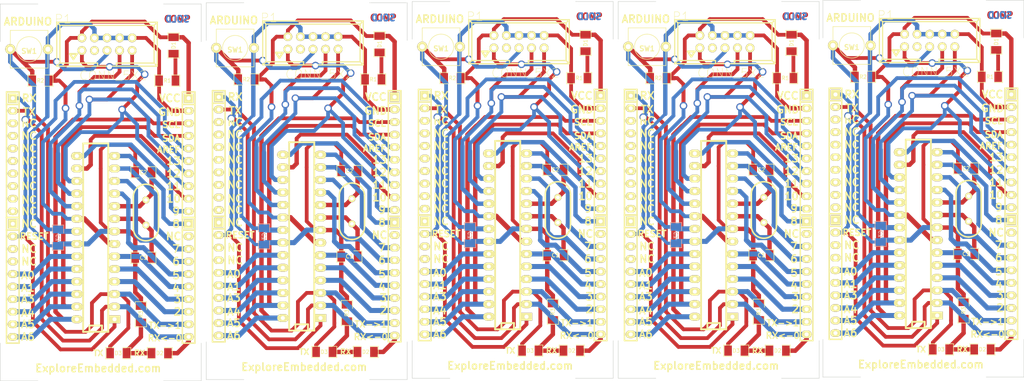
<source format=kicad_pcb>
(kicad_pcb (version 3) (host pcbnew "(2013-07-07 BZR 4022)-stable")
  (layers (15 F.Cu signal) (0 B.Cu signal) (18 B.Paste user) (19 F.Paste user) (20 B.SilkS user) (21 F.SilkS user) (22 B.Mask user) (23 F.Mask user) (28 Edge.Cuts user))
  (net 0 "")
  (net 1 /10)
  (net 2 /11)
  (net 3 /12)
  (net 4 /13)
  (net 5 /2)
  (net 6 /3)
  (net 7 /4)
  (net 8 /5)
  (net 9 /6)
  (net 10 /7)
  (net 11 /8)
  (net 12 /9)
  (net 13 /A0)
  (net 14 /A1)
  (net 15 /A2)
  (net 16 /A3)
  (net 17 /AREF)
  (net 18 /RESET)
  (net 19 /RX)
  (net 20 /SCL)
  (net 21 /SDA)
  (net 22 /TX)
  (net 23 /VCC)
  (net 24 GND)
  (net 25 N-0000018)
  (net 26 N-0000032)
  (net 27 N-0000033)
  (net 28 N-0000034)
  (module SIL-10 (layer F.Cu) (at 73.406 88.646 270)
    (fp_text reference P2 hide)
    (fp_text value CONN_10 hide)
    (pad 1 thru_hole rect (at -11.43 0 270) (size 1.905 1.905) (drill 0.8128) (layers *.Cu *.Mask F.SilkS) (net 19 /RX))
    (pad 2 thru_hole oval (at -8.89 0 270) (size 1.524 2.032) (drill 0.8128) (layers *.Cu *.Mask F.SilkS) (net 22 /TX))
    (pad 3 thru_hole oval (at -6.35 0 270) (size 1.524 2.032) (drill 0.8128) (layers *.Cu *.Mask F.SilkS))
    (pad 4 thru_hole oval (at -3.81 0 270) (size 1.524 2.032) (drill 0.8128) (layers *.Cu *.Mask F.SilkS))
    (pad 5 thru_hole oval (at -1.27 0 270) (size 1.524 2.032) (drill 0.8128) (layers *.Cu *.Mask F.SilkS))
    (pad 6 thru_hole oval (at 1.27 0 270) (size 1.524 2.032) (drill 0.8128) (layers *.Cu *.Mask F.SilkS))
    (pad 7 thru_hole oval (at 3.81 0 270) (size 1.524 2.032) (drill 0.8128) (layers *.Cu *.Mask F.SilkS))
    (pad 8 thru_hole oval (at 6.35 0 270) (size 1.524 2.032) (drill 0.8128) (layers *.Cu *.Mask F.SilkS))
    (pad 9 thru_hole oval (at 8.89 0 270) (size 1.524 2.032) (drill 0.8128) (layers *.Cu *.Mask F.SilkS))
    (pad 10 thru_hole oval (at 11.43 0 270) (size 1.524 2.032) (drill 0.8128) (layers *.Cu *.Mask F.SilkS))
  )
  (module SIL-10 (layer F.Cu) (at 73.406 114.046 270)
    (fp_text reference P3 hide)
    (fp_text value CONN_10 hide)
    (pad 1 thru_hole rect (at -11.43 0 270) (size 1.905 1.905) (drill 0.8128) (layers *.Cu *.Mask F.SilkS))
    (pad 2 thru_hole oval (at -8.89 0 270) (size 1.524 2.032) (drill 0.8128) (layers *.Cu *.Mask F.SilkS) (net 18 /RESET))
    (pad 3 thru_hole oval (at -6.35 0 270) (size 1.524 2.032) (drill 0.8128) (layers *.Cu *.Mask F.SilkS))
    (pad 4 thru_hole oval (at -3.81 0 270) (size 1.524 2.032) (drill 0.8128) (layers *.Cu *.Mask F.SilkS))
    (pad 5 thru_hole oval (at -1.27 0 270) (size 1.524 2.032) (drill 0.8128) (layers *.Cu *.Mask F.SilkS) (net 13 /A0))
    (pad 6 thru_hole oval (at 1.27 0 270) (size 1.524 2.032) (drill 0.8128) (layers *.Cu *.Mask F.SilkS) (net 14 /A1))
    (pad 7 thru_hole oval (at 3.81 0 270) (size 1.524 2.032) (drill 0.8128) (layers *.Cu *.Mask F.SilkS) (net 15 /A2))
    (pad 8 thru_hole oval (at 6.35 0 270) (size 1.524 2.032) (drill 0.8128) (layers *.Cu *.Mask F.SilkS) (net 16 /A3))
    (pad 9 thru_hole oval (at 8.89 0 270) (size 1.524 2.032) (drill 0.8128) (layers *.Cu *.Mask F.SilkS) (net 21 /SDA))
    (pad 10 thru_hole oval (at 11.43 0 270) (size 1.524 2.032) (drill 0.8128) (layers *.Cu *.Mask F.SilkS) (net 20 /SCL))
  )
  (module SIL-10 (layer F.Cu) (at 108.966 114.046 270)
    (fp_text reference P5 hide)
    (fp_text value CONN_10 hide)
    (pad 1 thru_hole rect (at -11.43 0 270) (size 1.905 1.905) (drill 0.8128) (layers *.Cu *.Mask F.SilkS) (net 11 /8))
    (pad 2 thru_hole oval (at -8.89 0 270) (size 1.524 2.032) (drill 0.8128) (layers *.Cu *.Mask F.SilkS))
    (pad 3 thru_hole oval (at -6.35 0 270) (size 1.524 2.032) (drill 0.8128) (layers *.Cu *.Mask F.SilkS) (net 10 /7))
    (pad 4 thru_hole oval (at -3.81 0 270) (size 1.524 2.032) (drill 0.8128) (layers *.Cu *.Mask F.SilkS) (net 9 /6))
    (pad 5 thru_hole oval (at -1.27 0 270) (size 1.524 2.032) (drill 0.8128) (layers *.Cu *.Mask F.SilkS) (net 8 /5))
    (pad 6 thru_hole oval (at 1.27 0 270) (size 1.524 2.032) (drill 0.8128) (layers *.Cu *.Mask F.SilkS) (net 7 /4))
    (pad 7 thru_hole oval (at 3.81 0 270) (size 1.524 2.032) (drill 0.8128) (layers *.Cu *.Mask F.SilkS) (net 6 /3))
    (pad 8 thru_hole oval (at 6.35 0 270) (size 1.524 2.032) (drill 0.8128) (layers *.Cu *.Mask F.SilkS) (net 5 /2))
    (pad 9 thru_hole oval (at 8.89 0 270) (size 1.524 2.032) (drill 0.8128) (layers *.Cu *.Mask F.SilkS) (net 22 /TX))
    (pad 10 thru_hole oval (at 11.43 0 270) (size 1.524 2.032) (drill 0.8128) (layers *.Cu *.Mask F.SilkS) (net 19 /RX))
  )
  (module SIL-10 (layer F.Cu) (at 108.966 88.646 270)
    (fp_text reference P4 hide)
    (fp_text value CONN_10 hide)
    (pad 1 thru_hole rect (at -11.43 0 270) (size 1.905 1.905) (drill 0.8128) (layers *.Cu *.Mask F.SilkS) (net 23 /VCC))
    (pad 2 thru_hole oval (at -8.89 0 270) (size 1.524 2.032) (drill 0.8128) (layers *.Cu *.Mask F.SilkS) (net 24 GND))
    (pad 3 thru_hole oval (at -6.35 0 270) (size 1.524 2.032) (drill 0.8128) (layers *.Cu *.Mask F.SilkS) (net 20 /SCL))
    (pad 4 thru_hole oval (at -3.81 0 270) (size 1.524 2.032) (drill 0.8128) (layers *.Cu *.Mask F.SilkS) (net 21 /SDA))
    (pad 5 thru_hole oval (at -1.27 0 270) (size 1.524 2.032) (drill 0.8128) (layers *.Cu *.Mask F.SilkS) (net 17 /AREF))
    (pad 6 thru_hole oval (at 1.27 0 270) (size 1.524 2.032) (drill 0.8128) (layers *.Cu *.Mask F.SilkS) (net 4 /13))
    (pad 7 thru_hole oval (at 3.81 0 270) (size 1.524 2.032) (drill 0.8128) (layers *.Cu *.Mask F.SilkS) (net 3 /12))
    (pad 8 thru_hole oval (at 6.35 0 270) (size 1.524 2.032) (drill 0.8128) (layers *.Cu *.Mask F.SilkS) (net 2 /11))
    (pad 9 thru_hole oval (at 8.89 0 270) (size 1.524 2.032) (drill 0.8128) (layers *.Cu *.Mask F.SilkS) (net 1 /10))
    (pad 10 thru_hole oval (at 11.43 0 270) (size 1.524 2.032) (drill 0.8128) (layers *.Cu *.Mask F.SilkS) (net 12 /9))
  )
  (module SW_PB_2pin_xl (layer F.Cu) (at 76.708 67.31)
    (fp_text reference SW1 (at 0 0.381) (layer F.SilkS) (effects (font (size 1.016 1.016) (thickness 0.2032))))
    (fp_text value SPST hide)
    (pad 1 thru_hole circle (at -3.81 -0.01016) (size 2.032 2.032) (drill 1.016) (layers *.Cu *.Mask F.SilkS) (net 18 /RESET))
    (pad 2 thru_hole circle (at 3.79984 0) (size 2.032 2.032) (drill 1.016) (layers *.Cu *.Mask F.SilkS) (net 24 GND))
  )
  (module SM1206 (layer F.Cu) (at 104.648 73.66 180)
    (fp_text reference R1 (at 0 0 180) (layer F.SilkS) (effects (font (size 0.762 0.762) (thickness 0.127))))
    (fp_text value 1k hide)
    (pad 1 smd rect (at -1.651 0 180) (size 1.524 2.032) (layers F.Cu F.Paste F.Mask) (net 26 N-0000032))
    (pad 2 smd rect (at 1.651 0 180) (size 1.524 2.032) (layers F.Cu F.Paste F.Mask) (net 24 GND))
  )
  (module SM1206 (layer F.Cu) (at 105.918 66.548 270)
    (fp_text reference D1 (at 0 0 270) (layer F.SilkS) (effects (font (size 0.762 0.762) (thickness 0.127))))
    (fp_text value LED hide)
    (pad 1 smd rect (at -1.651 0 270) (size 1.524 2.032) (layers F.Cu F.Paste F.Mask) (net 23 /VCC))
    (pad 2 smd rect (at 1.651 0 270) (size 1.524 2.032) (layers F.Cu F.Paste F.Mask) (net 26 N-0000032))
  )
  (module SM1206 (layer F.Cu) (at 78.994 73.66 180)
    (fp_text reference R2 (at 0 0 180) (layer F.SilkS) (effects (font (size 0.762 0.762) (thickness 0.127))))
    (fp_text value 10k hide)
    (pad 1 smd rect (at -1.651 0 180) (size 1.524 2.032) (layers F.Cu F.Paste F.Mask) (net 23 /VCC))
    (pad 2 smd rect (at 1.651 0 180) (size 1.524 2.032) (layers F.Cu F.Paste F.Mask) (net 18 /RESET))
  )
  (module SM1206 (layer F.Cu) (at 99.822 92.202)
    (fp_text reference C2 (at 0 0) (layer F.SilkS) (effects (font (size 0.762 0.762) (thickness 0.127))))
    (fp_text value 22pF hide)
    (pad 1 smd rect (at -1.651 0) (size 1.524 2.032) (layers F.Cu F.Paste F.Mask) (net 24 GND))
    (pad 2 smd rect (at 1.651 0) (size 1.524 2.032) (layers F.Cu F.Paste F.Mask) (net 27 N-0000033))
  )
  (module SM1206 (layer F.Cu) (at 99.822 109.474)
    (fp_text reference C1 (at 0 0) (layer F.SilkS) (effects (font (size 0.762 0.762) (thickness 0.127))))
    (fp_text value 22pF hide)
    (pad 1 smd rect (at -1.651 0) (size 1.524 2.032) (layers F.Cu F.Paste F.Mask) (net 24 GND))
    (pad 2 smd rect (at 1.651 0) (size 1.524 2.032) (layers F.Cu F.Paste F.Mask) (net 28 N-0000034))
  )
  (module SM1206 (layer B.Cu) (at 82.55 105.41 90)
    (fp_text reference C3 (at 0 0 90) (layer B.SilkS) (effects (font (size 0.762 0.762) (thickness 0.127)) (justify mirror)))
    (fp_text value 100nF hide)
    (pad 1 smd rect (at -1.651 0 90) (size 1.524 2.032) (layers B.Cu B.Paste B.Mask) (net 24 GND))
    (pad 2 smd rect (at 1.651 0 90) (size 1.524 2.032) (layers B.Cu B.Paste B.Mask) (net 17 /AREF))
  )
  (module HC-49V (layer F.Cu) (at 100.33 100.33 270)
    (fp_text reference X1 hide)
    (fp_text value CRYSTAL hide)
    (pad 1 thru_hole circle (at -2.54 0 270) (size 1.4224 1.4224) (drill 0.762) (layers *.Cu *.Mask F.SilkS) (net 27 N-0000033))
    (pad 2 thru_hole circle (at 2.54 0 270) (size 1.4224 1.4224) (drill 0.762) (layers *.Cu *.Mask F.SilkS) (net 28 N-0000034))
  )
  (module DIP-28__300_ELL (layer F.Cu) (at 90.17 105.41 90)
    (fp_text reference IC1 hide)
    (fp_text value ATMEGA8-P hide)
    (pad 2 thru_hole oval (at -13.97 3.81 90) (size 1.5748 2.286) (drill 0.8128) (layers *.Cu *.Mask F.SilkS) (net 19 /RX))
    (pad 3 thru_hole oval (at -11.43 3.81 90) (size 1.5748 2.286) (drill 0.8128) (layers *.Cu *.Mask F.SilkS) (net 22 /TX))
    (pad 4 thru_hole oval (at -8.89 3.81 90) (size 1.5748 2.286) (drill 0.8128) (layers *.Cu *.Mask F.SilkS) (net 5 /2))
    (pad 5 thru_hole oval (at -6.35 3.81 90) (size 1.5748 2.286) (drill 0.8128) (layers *.Cu *.Mask F.SilkS) (net 6 /3))
    (pad 6 thru_hole oval (at -3.81 3.81 90) (size 1.5748 2.286) (drill 0.8128) (layers *.Cu *.Mask F.SilkS) (net 7 /4))
    (pad 7 thru_hole oval (at -1.27 3.81 90) (size 1.5748 2.286) (drill 0.8128) (layers *.Cu *.Mask F.SilkS) (net 23 /VCC))
    (pad 8 thru_hole oval (at 1.27 3.81 90) (size 1.5748 2.286) (drill 0.8128) (layers *.Cu *.Mask F.SilkS) (net 24 GND))
    (pad 9 thru_hole oval (at 3.81 3.81 90) (size 1.5748 2.286) (drill 0.8128) (layers *.Cu *.Mask F.SilkS) (net 28 N-0000034))
    (pad 10 thru_hole oval (at 6.35 3.81 90) (size 1.5748 2.286) (drill 0.8128) (layers *.Cu *.Mask F.SilkS) (net 27 N-0000033))
    (pad 11 thru_hole oval (at 8.89 3.81 90) (size 1.5748 2.286) (drill 0.8128) (layers *.Cu *.Mask F.SilkS) (net 8 /5))
    (pad 12 thru_hole oval (at 11.43 3.81 90) (size 1.5748 2.286) (drill 0.8128) (layers *.Cu *.Mask F.SilkS) (net 9 /6))
    (pad 13 thru_hole oval (at 13.97 3.81 90) (size 1.5748 2.286) (drill 0.8128) (layers *.Cu *.Mask F.SilkS) (net 10 /7))
    (pad 14 thru_hole oval (at 16.51 3.81 90) (size 1.5748 2.286) (drill 0.8128) (layers *.Cu *.Mask F.SilkS) (net 11 /8))
    (pad 1 thru_hole rect (at -16.51 3.81 90) (size 1.5748 2.286) (drill 0.8128) (layers *.Cu *.Mask F.SilkS) (net 18 /RESET))
    (pad 15 thru_hole oval (at 16.51 -3.81 90) (size 1.5748 2.286) (drill 0.8128) (layers *.Cu *.Mask F.SilkS) (net 12 /9))
    (pad 16 thru_hole oval (at 13.97 -3.81 90) (size 1.5748 2.286) (drill 0.8128) (layers *.Cu *.Mask F.SilkS) (net 1 /10))
    (pad 17 thru_hole oval (at 11.43 -3.81 90) (size 1.5748 2.286) (drill 0.8128) (layers *.Cu *.Mask F.SilkS) (net 2 /11))
    (pad 18 thru_hole oval (at 8.89 -3.81 90) (size 1.5748 2.286) (drill 0.8128) (layers *.Cu *.Mask F.SilkS) (net 3 /12))
    (pad 19 thru_hole oval (at 6.35 -3.81 90) (size 1.5748 2.286) (drill 0.8128) (layers *.Cu *.Mask F.SilkS) (net 4 /13))
    (pad 20 thru_hole oval (at 3.81 -3.81 90) (size 1.5748 2.286) (drill 0.8128) (layers *.Cu *.Mask F.SilkS) (net 23 /VCC))
    (pad 21 thru_hole oval (at 1.27 -3.81 90) (size 1.5748 2.286) (drill 0.8128) (layers *.Cu *.Mask F.SilkS) (net 17 /AREF))
    (pad 22 thru_hole oval (at -1.27 -3.81 90) (size 1.5748 2.286) (drill 0.8128) (layers *.Cu *.Mask F.SilkS) (net 24 GND))
    (pad 23 thru_hole oval (at -3.81 -3.81 90) (size 1.5748 2.286) (drill 0.8128) (layers *.Cu *.Mask F.SilkS) (net 13 /A0))
    (pad 24 thru_hole oval (at -6.35 -3.81 90) (size 1.5748 2.286) (drill 0.8128) (layers *.Cu *.Mask F.SilkS) (net 14 /A1))
    (pad 25 thru_hole oval (at -8.89 -3.81 90) (size 1.5748 2.286) (drill 0.8128) (layers *.Cu *.Mask F.SilkS) (net 15 /A2))
    (pad 26 thru_hole oval (at -11.43 -3.81 90) (size 1.5748 2.286) (drill 0.8128) (layers *.Cu *.Mask F.SilkS) (net 16 /A3))
    (pad 27 thru_hole oval (at -13.97 -3.81 90) (size 1.5748 2.286) (drill 0.8128) (layers *.Cu *.Mask F.SilkS) (net 21 /SDA))
    (pad 28 thru_hole oval (at -16.51 -3.81 90) (size 1.5748 2.286) (drill 0.8128) (layers *.Cu *.Mask F.SilkS) (net 20 /SCL))
  )
  (module SM1206 (layer F.Cu) (at 103.124 128.778 180)
    (fp_text reference D2 (at 0 0 180) (layer F.SilkS) (effects (font (size 0.762 0.762) (thickness 0.127))))
    (fp_text value LED hide)
    (pad 1 smd rect (at -1.651 0 180) (size 1.524 2.032) (layers F.Cu F.Paste F.Mask) (net 19 /RX))
    (pad 2 smd rect (at 1.651 0 180) (size 1.524 2.032) (layers F.Cu F.Paste F.Mask) (net 25 N-0000018))
  )
  (module SM1206 (layer F.Cu) (at 94.742 128.778)
    (fp_text reference D3 (at 0 0) (layer F.SilkS) (effects (font (size 0.762 0.762) (thickness 0.127))))
    (fp_text value LED hide)
    (pad 1 smd rect (at -1.651 0) (size 1.524 2.032) (layers F.Cu F.Paste F.Mask) (net 22 /TX))
    (pad 2 smd rect (at 1.651 0) (size 1.524 2.032) (layers F.Cu F.Paste F.Mask) (net 25 N-0000018))
  )
  (module SM1206 (layer F.Cu) (at 99.314 120.904 90)
    (fp_text reference R3 (at 0 0 90) (layer F.SilkS) (effects (font (size 0.762 0.762) (thickness 0.127))))
    (fp_text value 1k hide)
    (pad 1 smd rect (at -1.651 0 90) (size 1.524 2.032) (layers F.Cu F.Paste F.Mask) (net 25 N-0000018))
    (pad 2 smd rect (at 1.651 0 90) (size 1.524 2.032) (layers F.Cu F.Paste F.Mask) (net 24 GND))
  )
  (module VASCH5x2 (layer F.Cu) (at 92.456 66.294)
    (fp_text reference P1 (at -8.89 -5.08) (layer F.SilkS) (effects (font (size 1.778 1.778) (thickness 0.0889))))
    (fp_text value CONN_5X2 (at 1.27 6.35) (layer F.SilkS) (effects (font (size 1.778 1.778) (thickness 0.0889))))
    (pad 1 thru_hole circle (at -5.08 1.27) (size 1.778 1.778) (drill 0.99822) (layers *.Cu *.Mask F.Paste F.SilkS) (net 2 /11))
    (pad 2 thru_hole circle (at -5.08 -1.27) (size 1.778 1.778) (drill 0.99822) (layers *.Cu *.Mask F.Paste F.SilkS) (net 23 /VCC))
    (pad 3 thru_hole circle (at -2.54 1.27) (size 1.778 1.778) (drill 0.99822) (layers *.Cu *.Mask F.Paste F.SilkS))
    (pad 4 thru_hole circle (at -2.54 -1.27) (size 1.778 1.778) (drill 0.99822) (layers *.Cu *.Mask F.Paste F.SilkS) (net 24 GND))
    (pad 5 thru_hole circle (at 0 1.27) (size 1.778 1.778) (drill 0.99822) (layers *.Cu *.Mask F.Paste F.SilkS) (net 18 /RESET))
    (pad 6 thru_hole circle (at 0 -1.27) (size 1.778 1.778) (drill 0.99822) (layers *.Cu *.Mask F.Paste F.SilkS) (net 24 GND))
    (pad 7 thru_hole circle (at 2.54 1.27) (size 1.778 1.778) (drill 0.99822) (layers *.Cu *.Mask F.Paste F.SilkS) (net 4 /13))
    (pad 8 thru_hole circle (at 2.54 -1.27) (size 1.778 1.778) (drill 0.99822) (layers *.Cu *.Mask F.Paste F.SilkS) (net 24 GND))
    (pad 9 thru_hole circle (at 5.08 1.27) (size 1.778 1.778) (drill 0.99822) (layers *.Cu *.Mask F.Paste F.SilkS) (net 3 /12))
    (pad 10 thru_hole circle (at 5.08 -1.27) (size 1.778 1.778) (drill 0.99822) (layers *.Cu *.Mask F.Paste F.SilkS) (net 24 GND))
  )
  (module SIL-10 (layer F.Cu) (at 115.062 88.392 270)
    (fp_text reference P2 hide)
    (fp_text value CONN_10 hide)
    (pad 1 thru_hole rect (at -11.43 0 270) (size 1.905 1.905) (drill 0.8128) (layers *.Cu *.Mask F.SilkS) (net 19 /RX))
    (pad 2 thru_hole oval (at -8.89 0 270) (size 1.524 2.032) (drill 0.8128) (layers *.Cu *.Mask F.SilkS) (net 22 /TX))
    (pad 3 thru_hole oval (at -6.35 0 270) (size 1.524 2.032) (drill 0.8128) (layers *.Cu *.Mask F.SilkS))
    (pad 4 thru_hole oval (at -3.81 0 270) (size 1.524 2.032) (drill 0.8128) (layers *.Cu *.Mask F.SilkS))
    (pad 5 thru_hole oval (at -1.27 0 270) (size 1.524 2.032) (drill 0.8128) (layers *.Cu *.Mask F.SilkS))
    (pad 6 thru_hole oval (at 1.27 0 270) (size 1.524 2.032) (drill 0.8128) (layers *.Cu *.Mask F.SilkS))
    (pad 7 thru_hole oval (at 3.81 0 270) (size 1.524 2.032) (drill 0.8128) (layers *.Cu *.Mask F.SilkS))
    (pad 8 thru_hole oval (at 6.35 0 270) (size 1.524 2.032) (drill 0.8128) (layers *.Cu *.Mask F.SilkS))
    (pad 9 thru_hole oval (at 8.89 0 270) (size 1.524 2.032) (drill 0.8128) (layers *.Cu *.Mask F.SilkS))
    (pad 10 thru_hole oval (at 11.43 0 270) (size 1.524 2.032) (drill 0.8128) (layers *.Cu *.Mask F.SilkS))
  )
  (module SIL-10 (layer F.Cu) (at 115.062 113.792 270)
    (fp_text reference P3 hide)
    (fp_text value CONN_10 hide)
    (pad 1 thru_hole rect (at -11.43 0 270) (size 1.905 1.905) (drill 0.8128) (layers *.Cu *.Mask F.SilkS))
    (pad 2 thru_hole oval (at -8.89 0 270) (size 1.524 2.032) (drill 0.8128) (layers *.Cu *.Mask F.SilkS) (net 18 /RESET))
    (pad 3 thru_hole oval (at -6.35 0 270) (size 1.524 2.032) (drill 0.8128) (layers *.Cu *.Mask F.SilkS))
    (pad 4 thru_hole oval (at -3.81 0 270) (size 1.524 2.032) (drill 0.8128) (layers *.Cu *.Mask F.SilkS))
    (pad 5 thru_hole oval (at -1.27 0 270) (size 1.524 2.032) (drill 0.8128) (layers *.Cu *.Mask F.SilkS) (net 13 /A0))
    (pad 6 thru_hole oval (at 1.27 0 270) (size 1.524 2.032) (drill 0.8128) (layers *.Cu *.Mask F.SilkS) (net 14 /A1))
    (pad 7 thru_hole oval (at 3.81 0 270) (size 1.524 2.032) (drill 0.8128) (layers *.Cu *.Mask F.SilkS) (net 15 /A2))
    (pad 8 thru_hole oval (at 6.35 0 270) (size 1.524 2.032) (drill 0.8128) (layers *.Cu *.Mask F.SilkS) (net 16 /A3))
    (pad 9 thru_hole oval (at 8.89 0 270) (size 1.524 2.032) (drill 0.8128) (layers *.Cu *.Mask F.SilkS) (net 21 /SDA))
    (pad 10 thru_hole oval (at 11.43 0 270) (size 1.524 2.032) (drill 0.8128) (layers *.Cu *.Mask F.SilkS) (net 20 /SCL))
  )
  (module SIL-10 (layer F.Cu) (at 150.622 113.792 270)
    (fp_text reference P5 hide)
    (fp_text value CONN_10 hide)
    (pad 1 thru_hole rect (at -11.43 0 270) (size 1.905 1.905) (drill 0.8128) (layers *.Cu *.Mask F.SilkS) (net 11 /8))
    (pad 2 thru_hole oval (at -8.89 0 270) (size 1.524 2.032) (drill 0.8128) (layers *.Cu *.Mask F.SilkS))
    (pad 3 thru_hole oval (at -6.35 0 270) (size 1.524 2.032) (drill 0.8128) (layers *.Cu *.Mask F.SilkS) (net 10 /7))
    (pad 4 thru_hole oval (at -3.81 0 270) (size 1.524 2.032) (drill 0.8128) (layers *.Cu *.Mask F.SilkS) (net 9 /6))
    (pad 5 thru_hole oval (at -1.27 0 270) (size 1.524 2.032) (drill 0.8128) (layers *.Cu *.Mask F.SilkS) (net 8 /5))
    (pad 6 thru_hole oval (at 1.27 0 270) (size 1.524 2.032) (drill 0.8128) (layers *.Cu *.Mask F.SilkS) (net 7 /4))
    (pad 7 thru_hole oval (at 3.81 0 270) (size 1.524 2.032) (drill 0.8128) (layers *.Cu *.Mask F.SilkS) (net 6 /3))
    (pad 8 thru_hole oval (at 6.35 0 270) (size 1.524 2.032) (drill 0.8128) (layers *.Cu *.Mask F.SilkS) (net 5 /2))
    (pad 9 thru_hole oval (at 8.89 0 270) (size 1.524 2.032) (drill 0.8128) (layers *.Cu *.Mask F.SilkS) (net 22 /TX))
    (pad 10 thru_hole oval (at 11.43 0 270) (size 1.524 2.032) (drill 0.8128) (layers *.Cu *.Mask F.SilkS) (net 19 /RX))
  )
  (module SIL-10 (layer F.Cu) (at 150.622 88.392 270)
    (fp_text reference P4 hide)
    (fp_text value CONN_10 hide)
    (pad 1 thru_hole rect (at -11.43 0 270) (size 1.905 1.905) (drill 0.8128) (layers *.Cu *.Mask F.SilkS) (net 23 /VCC))
    (pad 2 thru_hole oval (at -8.89 0 270) (size 1.524 2.032) (drill 0.8128) (layers *.Cu *.Mask F.SilkS) (net 24 GND))
    (pad 3 thru_hole oval (at -6.35 0 270) (size 1.524 2.032) (drill 0.8128) (layers *.Cu *.Mask F.SilkS) (net 20 /SCL))
    (pad 4 thru_hole oval (at -3.81 0 270) (size 1.524 2.032) (drill 0.8128) (layers *.Cu *.Mask F.SilkS) (net 21 /SDA))
    (pad 5 thru_hole oval (at -1.27 0 270) (size 1.524 2.032) (drill 0.8128) (layers *.Cu *.Mask F.SilkS) (net 17 /AREF))
    (pad 6 thru_hole oval (at 1.27 0 270) (size 1.524 2.032) (drill 0.8128) (layers *.Cu *.Mask F.SilkS) (net 4 /13))
    (pad 7 thru_hole oval (at 3.81 0 270) (size 1.524 2.032) (drill 0.8128) (layers *.Cu *.Mask F.SilkS) (net 3 /12))
    (pad 8 thru_hole oval (at 6.35 0 270) (size 1.524 2.032) (drill 0.8128) (layers *.Cu *.Mask F.SilkS) (net 2 /11))
    (pad 9 thru_hole oval (at 8.89 0 270) (size 1.524 2.032) (drill 0.8128) (layers *.Cu *.Mask F.SilkS) (net 1 /10))
    (pad 10 thru_hole oval (at 11.43 0 270) (size 1.524 2.032) (drill 0.8128) (layers *.Cu *.Mask F.SilkS) (net 12 /9))
  )
  (module SW_PB_2pin_xl (layer F.Cu) (at 118.364 67.056)
    (fp_text reference SW1 (at 0 0.381) (layer F.SilkS) (effects (font (size 1.016 1.016) (thickness 0.2032))))
    (fp_text value SPST hide)
    (pad 1 thru_hole circle (at -3.81 -0.01016) (size 2.032 2.032) (drill 1.016) (layers *.Cu *.Mask F.SilkS) (net 18 /RESET))
    (pad 2 thru_hole circle (at 3.79984 0) (size 2.032 2.032) (drill 1.016) (layers *.Cu *.Mask F.SilkS) (net 24 GND))
  )
  (module SM1206 (layer F.Cu) (at 146.304 73.406 180)
    (fp_text reference R1 (at 0 0 180) (layer F.SilkS) (effects (font (size 0.762 0.762) (thickness 0.127))))
    (fp_text value 1k hide)
    (pad 1 smd rect (at -1.651 0 180) (size 1.524 2.032) (layers F.Cu F.Paste F.Mask) (net 26 N-0000032))
    (pad 2 smd rect (at 1.651 0 180) (size 1.524 2.032) (layers F.Cu F.Paste F.Mask) (net 24 GND))
  )
  (module SM1206 (layer F.Cu) (at 147.574 66.294 270)
    (fp_text reference D1 (at 0 0 270) (layer F.SilkS) (effects (font (size 0.762 0.762) (thickness 0.127))))
    (fp_text value LED hide)
    (pad 1 smd rect (at -1.651 0 270) (size 1.524 2.032) (layers F.Cu F.Paste F.Mask) (net 23 /VCC))
    (pad 2 smd rect (at 1.651 0 270) (size 1.524 2.032) (layers F.Cu F.Paste F.Mask) (net 26 N-0000032))
  )
  (module SM1206 (layer F.Cu) (at 120.65 73.406 180)
    (fp_text reference R2 (at 0 0 180) (layer F.SilkS) (effects (font (size 0.762 0.762) (thickness 0.127))))
    (fp_text value 10k hide)
    (pad 1 smd rect (at -1.651 0 180) (size 1.524 2.032) (layers F.Cu F.Paste F.Mask) (net 23 /VCC))
    (pad 2 smd rect (at 1.651 0 180) (size 1.524 2.032) (layers F.Cu F.Paste F.Mask) (net 18 /RESET))
  )
  (module SM1206 (layer F.Cu) (at 141.478 91.948)
    (fp_text reference C2 (at 0 0) (layer F.SilkS) (effects (font (size 0.762 0.762) (thickness 0.127))))
    (fp_text value 22pF hide)
    (pad 1 smd rect (at -1.651 0) (size 1.524 2.032) (layers F.Cu F.Paste F.Mask) (net 24 GND))
    (pad 2 smd rect (at 1.651 0) (size 1.524 2.032) (layers F.Cu F.Paste F.Mask) (net 27 N-0000033))
  )
  (module SM1206 (layer F.Cu) (at 141.478 109.22)
    (fp_text reference C1 (at 0 0) (layer F.SilkS) (effects (font (size 0.762 0.762) (thickness 0.127))))
    (fp_text value 22pF hide)
    (pad 1 smd rect (at -1.651 0) (size 1.524 2.032) (layers F.Cu F.Paste F.Mask) (net 24 GND))
    (pad 2 smd rect (at 1.651 0) (size 1.524 2.032) (layers F.Cu F.Paste F.Mask) (net 28 N-0000034))
  )
  (module SM1206 (layer B.Cu) (at 124.206 105.156 90)
    (fp_text reference C3 (at 0 0 90) (layer B.SilkS) (effects (font (size 0.762 0.762) (thickness 0.127)) (justify mirror)))
    (fp_text value 100nF hide)
    (pad 1 smd rect (at -1.651 0 90) (size 1.524 2.032) (layers B.Cu B.Paste B.Mask) (net 24 GND))
    (pad 2 smd rect (at 1.651 0 90) (size 1.524 2.032) (layers B.Cu B.Paste B.Mask) (net 17 /AREF))
  )
  (module HC-49V (layer F.Cu) (at 141.986 100.076 270)
    (fp_text reference X1 hide)
    (fp_text value CRYSTAL hide)
    (pad 1 thru_hole circle (at -2.54 0 270) (size 1.4224 1.4224) (drill 0.762) (layers *.Cu *.Mask F.SilkS) (net 27 N-0000033))
    (pad 2 thru_hole circle (at 2.54 0 270) (size 1.4224 1.4224) (drill 0.762) (layers *.Cu *.Mask F.SilkS) (net 28 N-0000034))
  )
  (module DIP-28__300_ELL (layer F.Cu) (at 131.826 105.156 90)
    (fp_text reference IC1 hide)
    (fp_text value ATMEGA8-P hide)
    (pad 2 thru_hole oval (at -13.97 3.81 90) (size 1.5748 2.286) (drill 0.8128) (layers *.Cu *.Mask F.SilkS) (net 19 /RX))
    (pad 3 thru_hole oval (at -11.43 3.81 90) (size 1.5748 2.286) (drill 0.8128) (layers *.Cu *.Mask F.SilkS) (net 22 /TX))
    (pad 4 thru_hole oval (at -8.89 3.81 90) (size 1.5748 2.286) (drill 0.8128) (layers *.Cu *.Mask F.SilkS) (net 5 /2))
    (pad 5 thru_hole oval (at -6.35 3.81 90) (size 1.5748 2.286) (drill 0.8128) (layers *.Cu *.Mask F.SilkS) (net 6 /3))
    (pad 6 thru_hole oval (at -3.81 3.81 90) (size 1.5748 2.286) (drill 0.8128) (layers *.Cu *.Mask F.SilkS) (net 7 /4))
    (pad 7 thru_hole oval (at -1.27 3.81 90) (size 1.5748 2.286) (drill 0.8128) (layers *.Cu *.Mask F.SilkS) (net 23 /VCC))
    (pad 8 thru_hole oval (at 1.27 3.81 90) (size 1.5748 2.286) (drill 0.8128) (layers *.Cu *.Mask F.SilkS) (net 24 GND))
    (pad 9 thru_hole oval (at 3.81 3.81 90) (size 1.5748 2.286) (drill 0.8128) (layers *.Cu *.Mask F.SilkS) (net 28 N-0000034))
    (pad 10 thru_hole oval (at 6.35 3.81 90) (size 1.5748 2.286) (drill 0.8128) (layers *.Cu *.Mask F.SilkS) (net 27 N-0000033))
    (pad 11 thru_hole oval (at 8.89 3.81 90) (size 1.5748 2.286) (drill 0.8128) (layers *.Cu *.Mask F.SilkS) (net 8 /5))
    (pad 12 thru_hole oval (at 11.43 3.81 90) (size 1.5748 2.286) (drill 0.8128) (layers *.Cu *.Mask F.SilkS) (net 9 /6))
    (pad 13 thru_hole oval (at 13.97 3.81 90) (size 1.5748 2.286) (drill 0.8128) (layers *.Cu *.Mask F.SilkS) (net 10 /7))
    (pad 14 thru_hole oval (at 16.51 3.81 90) (size 1.5748 2.286) (drill 0.8128) (layers *.Cu *.Mask F.SilkS) (net 11 /8))
    (pad 1 thru_hole rect (at -16.51 3.81 90) (size 1.5748 2.286) (drill 0.8128) (layers *.Cu *.Mask F.SilkS) (net 18 /RESET))
    (pad 15 thru_hole oval (at 16.51 -3.81 90) (size 1.5748 2.286) (drill 0.8128) (layers *.Cu *.Mask F.SilkS) (net 12 /9))
    (pad 16 thru_hole oval (at 13.97 -3.81 90) (size 1.5748 2.286) (drill 0.8128) (layers *.Cu *.Mask F.SilkS) (net 1 /10))
    (pad 17 thru_hole oval (at 11.43 -3.81 90) (size 1.5748 2.286) (drill 0.8128) (layers *.Cu *.Mask F.SilkS) (net 2 /11))
    (pad 18 thru_hole oval (at 8.89 -3.81 90) (size 1.5748 2.286) (drill 0.8128) (layers *.Cu *.Mask F.SilkS) (net 3 /12))
    (pad 19 thru_hole oval (at 6.35 -3.81 90) (size 1.5748 2.286) (drill 0.8128) (layers *.Cu *.Mask F.SilkS) (net 4 /13))
    (pad 20 thru_hole oval (at 3.81 -3.81 90) (size 1.5748 2.286) (drill 0.8128) (layers *.Cu *.Mask F.SilkS) (net 23 /VCC))
    (pad 21 thru_hole oval (at 1.27 -3.81 90) (size 1.5748 2.286) (drill 0.8128) (layers *.Cu *.Mask F.SilkS) (net 17 /AREF))
    (pad 22 thru_hole oval (at -1.27 -3.81 90) (size 1.5748 2.286) (drill 0.8128) (layers *.Cu *.Mask F.SilkS) (net 24 GND))
    (pad 23 thru_hole oval (at -3.81 -3.81 90) (size 1.5748 2.286) (drill 0.8128) (layers *.Cu *.Mask F.SilkS) (net 13 /A0))
    (pad 24 thru_hole oval (at -6.35 -3.81 90) (size 1.5748 2.286) (drill 0.8128) (layers *.Cu *.Mask F.SilkS) (net 14 /A1))
    (pad 25 thru_hole oval (at -8.89 -3.81 90) (size 1.5748 2.286) (drill 0.8128) (layers *.Cu *.Mask F.SilkS) (net 15 /A2))
    (pad 26 thru_hole oval (at -11.43 -3.81 90) (size 1.5748 2.286) (drill 0.8128) (layers *.Cu *.Mask F.SilkS) (net 16 /A3))
    (pad 27 thru_hole oval (at -13.97 -3.81 90) (size 1.5748 2.286) (drill 0.8128) (layers *.Cu *.Mask F.SilkS) (net 21 /SDA))
    (pad 28 thru_hole oval (at -16.51 -3.81 90) (size 1.5748 2.286) (drill 0.8128) (layers *.Cu *.Mask F.SilkS) (net 20 /SCL))
  )
  (module SM1206 (layer F.Cu) (at 144.78 128.524 180)
    (fp_text reference D2 (at 0 0 180) (layer F.SilkS) (effects (font (size 0.762 0.762) (thickness 0.127))))
    (fp_text value LED hide)
    (pad 1 smd rect (at -1.651 0 180) (size 1.524 2.032) (layers F.Cu F.Paste F.Mask) (net 19 /RX))
    (pad 2 smd rect (at 1.651 0 180) (size 1.524 2.032) (layers F.Cu F.Paste F.Mask) (net 25 N-0000018))
  )
  (module SM1206 (layer F.Cu) (at 136.398 128.524)
    (fp_text reference D3 (at 0 0) (layer F.SilkS) (effects (font (size 0.762 0.762) (thickness 0.127))))
    (fp_text value LED hide)
    (pad 1 smd rect (at -1.651 0) (size 1.524 2.032) (layers F.Cu F.Paste F.Mask) (net 22 /TX))
    (pad 2 smd rect (at 1.651 0) (size 1.524 2.032) (layers F.Cu F.Paste F.Mask) (net 25 N-0000018))
  )
  (module SM1206 (layer F.Cu) (at 140.97 120.65 90)
    (fp_text reference R3 (at 0 0 90) (layer F.SilkS) (effects (font (size 0.762 0.762) (thickness 0.127))))
    (fp_text value 1k hide)
    (pad 1 smd rect (at -1.651 0 90) (size 1.524 2.032) (layers F.Cu F.Paste F.Mask) (net 25 N-0000018))
    (pad 2 smd rect (at 1.651 0 90) (size 1.524 2.032) (layers F.Cu F.Paste F.Mask) (net 24 GND))
  )
  (module VASCH5x2 (layer F.Cu) (at 134.112 66.04)
    (fp_text reference P1 (at -8.89 -5.08) (layer F.SilkS) (effects (font (size 1.778 1.778) (thickness 0.0889))))
    (fp_text value CONN_5X2 (at 1.27 6.35) (layer F.SilkS) (effects (font (size 1.778 1.778) (thickness 0.0889))))
    (pad 1 thru_hole circle (at -5.08 1.27) (size 1.778 1.778) (drill 0.99822) (layers *.Cu *.Mask F.Paste F.SilkS) (net 2 /11))
    (pad 2 thru_hole circle (at -5.08 -1.27) (size 1.778 1.778) (drill 0.99822) (layers *.Cu *.Mask F.Paste F.SilkS) (net 23 /VCC))
    (pad 3 thru_hole circle (at -2.54 1.27) (size 1.778 1.778) (drill 0.99822) (layers *.Cu *.Mask F.Paste F.SilkS))
    (pad 4 thru_hole circle (at -2.54 -1.27) (size 1.778 1.778) (drill 0.99822) (layers *.Cu *.Mask F.Paste F.SilkS) (net 24 GND))
    (pad 5 thru_hole circle (at 0 1.27) (size 1.778 1.778) (drill 0.99822) (layers *.Cu *.Mask F.Paste F.SilkS) (net 18 /RESET))
    (pad 6 thru_hole circle (at 0 -1.27) (size 1.778 1.778) (drill 0.99822) (layers *.Cu *.Mask F.Paste F.SilkS) (net 24 GND))
    (pad 7 thru_hole circle (at 2.54 1.27) (size 1.778 1.778) (drill 0.99822) (layers *.Cu *.Mask F.Paste F.SilkS) (net 4 /13))
    (pad 8 thru_hole circle (at 2.54 -1.27) (size 1.778 1.778) (drill 0.99822) (layers *.Cu *.Mask F.Paste F.SilkS) (net 24 GND))
    (pad 9 thru_hole circle (at 5.08 1.27) (size 1.778 1.778) (drill 0.99822) (layers *.Cu *.Mask F.Paste F.SilkS) (net 3 /12))
    (pad 10 thru_hole circle (at 5.08 -1.27) (size 1.778 1.778) (drill 0.99822) (layers *.Cu *.Mask F.Paste F.SilkS) (net 24 GND))
  )
  (module SIL-10 (layer F.Cu) (at 156.718 88.392 270)
    (fp_text reference P2 hide)
    (fp_text value CONN_10 hide)
    (pad 1 thru_hole rect (at -11.43 0 270) (size 1.905 1.905) (drill 0.8128) (layers *.Cu *.Mask F.SilkS) (net 19 /RX))
    (pad 2 thru_hole oval (at -8.89 0 270) (size 1.524 2.032) (drill 0.8128) (layers *.Cu *.Mask F.SilkS) (net 22 /TX))
    (pad 3 thru_hole oval (at -6.35 0 270) (size 1.524 2.032) (drill 0.8128) (layers *.Cu *.Mask F.SilkS))
    (pad 4 thru_hole oval (at -3.81 0 270) (size 1.524 2.032) (drill 0.8128) (layers *.Cu *.Mask F.SilkS))
    (pad 5 thru_hole oval (at -1.27 0 270) (size 1.524 2.032) (drill 0.8128) (layers *.Cu *.Mask F.SilkS))
    (pad 6 thru_hole oval (at 1.27 0 270) (size 1.524 2.032) (drill 0.8128) (layers *.Cu *.Mask F.SilkS))
    (pad 7 thru_hole oval (at 3.81 0 270) (size 1.524 2.032) (drill 0.8128) (layers *.Cu *.Mask F.SilkS))
    (pad 8 thru_hole oval (at 6.35 0 270) (size 1.524 2.032) (drill 0.8128) (layers *.Cu *.Mask F.SilkS))
    (pad 9 thru_hole oval (at 8.89 0 270) (size 1.524 2.032) (drill 0.8128) (layers *.Cu *.Mask F.SilkS))
    (pad 10 thru_hole oval (at 11.43 0 270) (size 1.524 2.032) (drill 0.8128) (layers *.Cu *.Mask F.SilkS))
  )
  (module SIL-10 (layer F.Cu) (at 156.718 113.792 270)
    (fp_text reference P3 hide)
    (fp_text value CONN_10 hide)
    (pad 1 thru_hole rect (at -11.43 0 270) (size 1.905 1.905) (drill 0.8128) (layers *.Cu *.Mask F.SilkS))
    (pad 2 thru_hole oval (at -8.89 0 270) (size 1.524 2.032) (drill 0.8128) (layers *.Cu *.Mask F.SilkS) (net 18 /RESET))
    (pad 3 thru_hole oval (at -6.35 0 270) (size 1.524 2.032) (drill 0.8128) (layers *.Cu *.Mask F.SilkS))
    (pad 4 thru_hole oval (at -3.81 0 270) (size 1.524 2.032) (drill 0.8128) (layers *.Cu *.Mask F.SilkS))
    (pad 5 thru_hole oval (at -1.27 0 270) (size 1.524 2.032) (drill 0.8128) (layers *.Cu *.Mask F.SilkS) (net 13 /A0))
    (pad 6 thru_hole oval (at 1.27 0 270) (size 1.524 2.032) (drill 0.8128) (layers *.Cu *.Mask F.SilkS) (net 14 /A1))
    (pad 7 thru_hole oval (at 3.81 0 270) (size 1.524 2.032) (drill 0.8128) (layers *.Cu *.Mask F.SilkS) (net 15 /A2))
    (pad 8 thru_hole oval (at 6.35 0 270) (size 1.524 2.032) (drill 0.8128) (layers *.Cu *.Mask F.SilkS) (net 16 /A3))
    (pad 9 thru_hole oval (at 8.89 0 270) (size 1.524 2.032) (drill 0.8128) (layers *.Cu *.Mask F.SilkS) (net 21 /SDA))
    (pad 10 thru_hole oval (at 11.43 0 270) (size 1.524 2.032) (drill 0.8128) (layers *.Cu *.Mask F.SilkS) (net 20 /SCL))
  )
  (module SIL-10 (layer F.Cu) (at 192.278 113.792 270)
    (fp_text reference P5 hide)
    (fp_text value CONN_10 hide)
    (pad 1 thru_hole rect (at -11.43 0 270) (size 1.905 1.905) (drill 0.8128) (layers *.Cu *.Mask F.SilkS) (net 11 /8))
    (pad 2 thru_hole oval (at -8.89 0 270) (size 1.524 2.032) (drill 0.8128) (layers *.Cu *.Mask F.SilkS))
    (pad 3 thru_hole oval (at -6.35 0 270) (size 1.524 2.032) (drill 0.8128) (layers *.Cu *.Mask F.SilkS) (net 10 /7))
    (pad 4 thru_hole oval (at -3.81 0 270) (size 1.524 2.032) (drill 0.8128) (layers *.Cu *.Mask F.SilkS) (net 9 /6))
    (pad 5 thru_hole oval (at -1.27 0 270) (size 1.524 2.032) (drill 0.8128) (layers *.Cu *.Mask F.SilkS) (net 8 /5))
    (pad 6 thru_hole oval (at 1.27 0 270) (size 1.524 2.032) (drill 0.8128) (layers *.Cu *.Mask F.SilkS) (net 7 /4))
    (pad 7 thru_hole oval (at 3.81 0 270) (size 1.524 2.032) (drill 0.8128) (layers *.Cu *.Mask F.SilkS) (net 6 /3))
    (pad 8 thru_hole oval (at 6.35 0 270) (size 1.524 2.032) (drill 0.8128) (layers *.Cu *.Mask F.SilkS) (net 5 /2))
    (pad 9 thru_hole oval (at 8.89 0 270) (size 1.524 2.032) (drill 0.8128) (layers *.Cu *.Mask F.SilkS) (net 22 /TX))
    (pad 10 thru_hole oval (at 11.43 0 270) (size 1.524 2.032) (drill 0.8128) (layers *.Cu *.Mask F.SilkS) (net 19 /RX))
  )
  (module SIL-10 (layer F.Cu) (at 192.278 88.392 270)
    (fp_text reference P4 hide)
    (fp_text value CONN_10 hide)
    (pad 1 thru_hole rect (at -11.43 0 270) (size 1.905 1.905) (drill 0.8128) (layers *.Cu *.Mask F.SilkS) (net 23 /VCC))
    (pad 2 thru_hole oval (at -8.89 0 270) (size 1.524 2.032) (drill 0.8128) (layers *.Cu *.Mask F.SilkS) (net 24 GND))
    (pad 3 thru_hole oval (at -6.35 0 270) (size 1.524 2.032) (drill 0.8128) (layers *.Cu *.Mask F.SilkS) (net 20 /SCL))
    (pad 4 thru_hole oval (at -3.81 0 270) (size 1.524 2.032) (drill 0.8128) (layers *.Cu *.Mask F.SilkS) (net 21 /SDA))
    (pad 5 thru_hole oval (at -1.27 0 270) (size 1.524 2.032) (drill 0.8128) (layers *.Cu *.Mask F.SilkS) (net 17 /AREF))
    (pad 6 thru_hole oval (at 1.27 0 270) (size 1.524 2.032) (drill 0.8128) (layers *.Cu *.Mask F.SilkS) (net 4 /13))
    (pad 7 thru_hole oval (at 3.81 0 270) (size 1.524 2.032) (drill 0.8128) (layers *.Cu *.Mask F.SilkS) (net 3 /12))
    (pad 8 thru_hole oval (at 6.35 0 270) (size 1.524 2.032) (drill 0.8128) (layers *.Cu *.Mask F.SilkS) (net 2 /11))
    (pad 9 thru_hole oval (at 8.89 0 270) (size 1.524 2.032) (drill 0.8128) (layers *.Cu *.Mask F.SilkS) (net 1 /10))
    (pad 10 thru_hole oval (at 11.43 0 270) (size 1.524 2.032) (drill 0.8128) (layers *.Cu *.Mask F.SilkS) (net 12 /9))
  )
  (module SW_PB_2pin_xl (layer F.Cu) (at 160.02 67.056)
    (fp_text reference SW1 (at 0 0.381) (layer F.SilkS) (effects (font (size 1.016 1.016) (thickness 0.2032))))
    (fp_text value SPST hide)
    (pad 1 thru_hole circle (at -3.81 -0.01016) (size 2.032 2.032) (drill 1.016) (layers *.Cu *.Mask F.SilkS) (net 18 /RESET))
    (pad 2 thru_hole circle (at 3.79984 0) (size 2.032 2.032) (drill 1.016) (layers *.Cu *.Mask F.SilkS) (net 24 GND))
  )
  (module SM1206 (layer F.Cu) (at 187.96 73.406 180)
    (fp_text reference R1 (at 0 0 180) (layer F.SilkS) (effects (font (size 0.762 0.762) (thickness 0.127))))
    (fp_text value 1k hide)
    (pad 1 smd rect (at -1.651 0 180) (size 1.524 2.032) (layers F.Cu F.Paste F.Mask) (net 26 N-0000032))
    (pad 2 smd rect (at 1.651 0 180) (size 1.524 2.032) (layers F.Cu F.Paste F.Mask) (net 24 GND))
  )
  (module SM1206 (layer F.Cu) (at 189.23 66.294 270)
    (fp_text reference D1 (at 0 0 270) (layer F.SilkS) (effects (font (size 0.762 0.762) (thickness 0.127))))
    (fp_text value LED hide)
    (pad 1 smd rect (at -1.651 0 270) (size 1.524 2.032) (layers F.Cu F.Paste F.Mask) (net 23 /VCC))
    (pad 2 smd rect (at 1.651 0 270) (size 1.524 2.032) (layers F.Cu F.Paste F.Mask) (net 26 N-0000032))
  )
  (module SM1206 (layer F.Cu) (at 162.306 73.406 180)
    (fp_text reference R2 (at 0 0 180) (layer F.SilkS) (effects (font (size 0.762 0.762) (thickness 0.127))))
    (fp_text value 10k hide)
    (pad 1 smd rect (at -1.651 0 180) (size 1.524 2.032) (layers F.Cu F.Paste F.Mask) (net 23 /VCC))
    (pad 2 smd rect (at 1.651 0 180) (size 1.524 2.032) (layers F.Cu F.Paste F.Mask) (net 18 /RESET))
  )
  (module SM1206 (layer F.Cu) (at 183.134 91.948)
    (fp_text reference C2 (at 0 0) (layer F.SilkS) (effects (font (size 0.762 0.762) (thickness 0.127))))
    (fp_text value 22pF hide)
    (pad 1 smd rect (at -1.651 0) (size 1.524 2.032) (layers F.Cu F.Paste F.Mask) (net 24 GND))
    (pad 2 smd rect (at 1.651 0) (size 1.524 2.032) (layers F.Cu F.Paste F.Mask) (net 27 N-0000033))
  )
  (module SM1206 (layer F.Cu) (at 183.134 109.22)
    (fp_text reference C1 (at 0 0) (layer F.SilkS) (effects (font (size 0.762 0.762) (thickness 0.127))))
    (fp_text value 22pF hide)
    (pad 1 smd rect (at -1.651 0) (size 1.524 2.032) (layers F.Cu F.Paste F.Mask) (net 24 GND))
    (pad 2 smd rect (at 1.651 0) (size 1.524 2.032) (layers F.Cu F.Paste F.Mask) (net 28 N-0000034))
  )
  (module SM1206 (layer B.Cu) (at 165.862 105.156 90)
    (fp_text reference C3 (at 0 0 90) (layer B.SilkS) (effects (font (size 0.762 0.762) (thickness 0.127)) (justify mirror)))
    (fp_text value 100nF hide)
    (pad 1 smd rect (at -1.651 0 90) (size 1.524 2.032) (layers B.Cu B.Paste B.Mask) (net 24 GND))
    (pad 2 smd rect (at 1.651 0 90) (size 1.524 2.032) (layers B.Cu B.Paste B.Mask) (net 17 /AREF))
  )
  (module HC-49V (layer F.Cu) (at 183.642 100.076 270)
    (fp_text reference X1 hide)
    (fp_text value CRYSTAL hide)
    (pad 1 thru_hole circle (at -2.54 0 270) (size 1.4224 1.4224) (drill 0.762) (layers *.Cu *.Mask F.SilkS) (net 27 N-0000033))
    (pad 2 thru_hole circle (at 2.54 0 270) (size 1.4224 1.4224) (drill 0.762) (layers *.Cu *.Mask F.SilkS) (net 28 N-0000034))
  )
  (module DIP-28__300_ELL (layer F.Cu) (at 173.482 105.156 90)
    (fp_text reference IC1 hide)
    (fp_text value ATMEGA8-P hide)
    (pad 2 thru_hole oval (at -13.97 3.81 90) (size 1.5748 2.286) (drill 0.8128) (layers *.Cu *.Mask F.SilkS) (net 19 /RX))
    (pad 3 thru_hole oval (at -11.43 3.81 90) (size 1.5748 2.286) (drill 0.8128) (layers *.Cu *.Mask F.SilkS) (net 22 /TX))
    (pad 4 thru_hole oval (at -8.89 3.81 90) (size 1.5748 2.286) (drill 0.8128) (layers *.Cu *.Mask F.SilkS) (net 5 /2))
    (pad 5 thru_hole oval (at -6.35 3.81 90) (size 1.5748 2.286) (drill 0.8128) (layers *.Cu *.Mask F.SilkS) (net 6 /3))
    (pad 6 thru_hole oval (at -3.81 3.81 90) (size 1.5748 2.286) (drill 0.8128) (layers *.Cu *.Mask F.SilkS) (net 7 /4))
    (pad 7 thru_hole oval (at -1.27 3.81 90) (size 1.5748 2.286) (drill 0.8128) (layers *.Cu *.Mask F.SilkS) (net 23 /VCC))
    (pad 8 thru_hole oval (at 1.27 3.81 90) (size 1.5748 2.286) (drill 0.8128) (layers *.Cu *.Mask F.SilkS) (net 24 GND))
    (pad 9 thru_hole oval (at 3.81 3.81 90) (size 1.5748 2.286) (drill 0.8128) (layers *.Cu *.Mask F.SilkS) (net 28 N-0000034))
    (pad 10 thru_hole oval (at 6.35 3.81 90) (size 1.5748 2.286) (drill 0.8128) (layers *.Cu *.Mask F.SilkS) (net 27 N-0000033))
    (pad 11 thru_hole oval (at 8.89 3.81 90) (size 1.5748 2.286) (drill 0.8128) (layers *.Cu *.Mask F.SilkS) (net 8 /5))
    (pad 12 thru_hole oval (at 11.43 3.81 90) (size 1.5748 2.286) (drill 0.8128) (layers *.Cu *.Mask F.SilkS) (net 9 /6))
    (pad 13 thru_hole oval (at 13.97 3.81 90) (size 1.5748 2.286) (drill 0.8128) (layers *.Cu *.Mask F.SilkS) (net 10 /7))
    (pad 14 thru_hole oval (at 16.51 3.81 90) (size 1.5748 2.286) (drill 0.8128) (layers *.Cu *.Mask F.SilkS) (net 11 /8))
    (pad 1 thru_hole rect (at -16.51 3.81 90) (size 1.5748 2.286) (drill 0.8128) (layers *.Cu *.Mask F.SilkS) (net 18 /RESET))
    (pad 15 thru_hole oval (at 16.51 -3.81 90) (size 1.5748 2.286) (drill 0.8128) (layers *.Cu *.Mask F.SilkS) (net 12 /9))
    (pad 16 thru_hole oval (at 13.97 -3.81 90) (size 1.5748 2.286) (drill 0.8128) (layers *.Cu *.Mask F.SilkS) (net 1 /10))
    (pad 17 thru_hole oval (at 11.43 -3.81 90) (size 1.5748 2.286) (drill 0.8128) (layers *.Cu *.Mask F.SilkS) (net 2 /11))
    (pad 18 thru_hole oval (at 8.89 -3.81 90) (size 1.5748 2.286) (drill 0.8128) (layers *.Cu *.Mask F.SilkS) (net 3 /12))
    (pad 19 thru_hole oval (at 6.35 -3.81 90) (size 1.5748 2.286) (drill 0.8128) (layers *.Cu *.Mask F.SilkS) (net 4 /13))
    (pad 20 thru_hole oval (at 3.81 -3.81 90) (size 1.5748 2.286) (drill 0.8128) (layers *.Cu *.Mask F.SilkS) (net 23 /VCC))
    (pad 21 thru_hole oval (at 1.27 -3.81 90) (size 1.5748 2.286) (drill 0.8128) (layers *.Cu *.Mask F.SilkS) (net 17 /AREF))
    (pad 22 thru_hole oval (at -1.27 -3.81 90) (size 1.5748 2.286) (drill 0.8128) (layers *.Cu *.Mask F.SilkS) (net 24 GND))
    (pad 23 thru_hole oval (at -3.81 -3.81 90) (size 1.5748 2.286) (drill 0.8128) (layers *.Cu *.Mask F.SilkS) (net 13 /A0))
    (pad 24 thru_hole oval (at -6.35 -3.81 90) (size 1.5748 2.286) (drill 0.8128) (layers *.Cu *.Mask F.SilkS) (net 14 /A1))
    (pad 25 thru_hole oval (at -8.89 -3.81 90) (size 1.5748 2.286) (drill 0.8128) (layers *.Cu *.Mask F.SilkS) (net 15 /A2))
    (pad 26 thru_hole oval (at -11.43 -3.81 90) (size 1.5748 2.286) (drill 0.8128) (layers *.Cu *.Mask F.SilkS) (net 16 /A3))
    (pad 27 thru_hole oval (at -13.97 -3.81 90) (size 1.5748 2.286) (drill 0.8128) (layers *.Cu *.Mask F.SilkS) (net 21 /SDA))
    (pad 28 thru_hole oval (at -16.51 -3.81 90) (size 1.5748 2.286) (drill 0.8128) (layers *.Cu *.Mask F.SilkS) (net 20 /SCL))
  )
  (module SM1206 (layer F.Cu) (at 186.436 128.524 180)
    (fp_text reference D2 (at 0 0 180) (layer F.SilkS) (effects (font (size 0.762 0.762) (thickness 0.127))))
    (fp_text value LED hide)
    (pad 1 smd rect (at -1.651 0 180) (size 1.524 2.032) (layers F.Cu F.Paste F.Mask) (net 19 /RX))
    (pad 2 smd rect (at 1.651 0 180) (size 1.524 2.032) (layers F.Cu F.Paste F.Mask) (net 25 N-0000018))
  )
  (module SM1206 (layer F.Cu) (at 178.054 128.524)
    (fp_text reference D3 (at 0 0) (layer F.SilkS) (effects (font (size 0.762 0.762) (thickness 0.127))))
    (fp_text value LED hide)
    (pad 1 smd rect (at -1.651 0) (size 1.524 2.032) (layers F.Cu F.Paste F.Mask) (net 22 /TX))
    (pad 2 smd rect (at 1.651 0) (size 1.524 2.032) (layers F.Cu F.Paste F.Mask) (net 25 N-0000018))
  )
  (module SM1206 (layer F.Cu) (at 182.626 120.65 90)
    (fp_text reference R3 (at 0 0 90) (layer F.SilkS) (effects (font (size 0.762 0.762) (thickness 0.127))))
    (fp_text value 1k hide)
    (pad 1 smd rect (at -1.651 0 90) (size 1.524 2.032) (layers F.Cu F.Paste F.Mask) (net 25 N-0000018))
    (pad 2 smd rect (at 1.651 0 90) (size 1.524 2.032) (layers F.Cu F.Paste F.Mask) (net 24 GND))
  )
  (module VASCH5x2 (layer F.Cu) (at 175.768 66.04)
    (fp_text reference P1 (at -8.89 -5.08) (layer F.SilkS) (effects (font (size 1.778 1.778) (thickness 0.0889))))
    (fp_text value CONN_5X2 (at 1.27 6.35) (layer F.SilkS) (effects (font (size 1.778 1.778) (thickness 0.0889))))
    (pad 1 thru_hole circle (at -5.08 1.27) (size 1.778 1.778) (drill 0.99822) (layers *.Cu *.Mask F.Paste F.SilkS) (net 2 /11))
    (pad 2 thru_hole circle (at -5.08 -1.27) (size 1.778 1.778) (drill 0.99822) (layers *.Cu *.Mask F.Paste F.SilkS) (net 23 /VCC))
    (pad 3 thru_hole circle (at -2.54 1.27) (size 1.778 1.778) (drill 0.99822) (layers *.Cu *.Mask F.Paste F.SilkS))
    (pad 4 thru_hole circle (at -2.54 -1.27) (size 1.778 1.778) (drill 0.99822) (layers *.Cu *.Mask F.Paste F.SilkS) (net 24 GND))
    (pad 5 thru_hole circle (at 0 1.27) (size 1.778 1.778) (drill 0.99822) (layers *.Cu *.Mask F.Paste F.SilkS) (net 18 /RESET))
    (pad 6 thru_hole circle (at 0 -1.27) (size 1.778 1.778) (drill 0.99822) (layers *.Cu *.Mask F.Paste F.SilkS) (net 24 GND))
    (pad 7 thru_hole circle (at 2.54 1.27) (size 1.778 1.778) (drill 0.99822) (layers *.Cu *.Mask F.Paste F.SilkS) (net 4 /13))
    (pad 8 thru_hole circle (at 2.54 -1.27) (size 1.778 1.778) (drill 0.99822) (layers *.Cu *.Mask F.Paste F.SilkS) (net 24 GND))
    (pad 9 thru_hole circle (at 5.08 1.27) (size 1.778 1.778) (drill 0.99822) (layers *.Cu *.Mask F.Paste F.SilkS) (net 3 /12))
    (pad 10 thru_hole circle (at 5.08 -1.27) (size 1.778 1.778) (drill 0.99822) (layers *.Cu *.Mask F.Paste F.SilkS) (net 24 GND))
  )
  (module SIL-10 (layer F.Cu) (at 198.12 88.138 270)
    (fp_text reference P2 hide)
    (fp_text value CONN_10 hide)
    (pad 1 thru_hole rect (at -11.43 0 270) (size 1.905 1.905) (drill 0.8128) (layers *.Cu *.Mask F.SilkS) (net 19 /RX))
    (pad 2 thru_hole oval (at -8.89 0 270) (size 1.524 2.032) (drill 0.8128) (layers *.Cu *.Mask F.SilkS) (net 22 /TX))
    (pad 3 thru_hole oval (at -6.35 0 270) (size 1.524 2.032) (drill 0.8128) (layers *.Cu *.Mask F.SilkS))
    (pad 4 thru_hole oval (at -3.81 0 270) (size 1.524 2.032) (drill 0.8128) (layers *.Cu *.Mask F.SilkS))
    (pad 5 thru_hole oval (at -1.27 0 270) (size 1.524 2.032) (drill 0.8128) (layers *.Cu *.Mask F.SilkS))
    (pad 6 thru_hole oval (at 1.27 0 270) (size 1.524 2.032) (drill 0.8128) (layers *.Cu *.Mask F.SilkS))
    (pad 7 thru_hole oval (at 3.81 0 270) (size 1.524 2.032) (drill 0.8128) (layers *.Cu *.Mask F.SilkS))
    (pad 8 thru_hole oval (at 6.35 0 270) (size 1.524 2.032) (drill 0.8128) (layers *.Cu *.Mask F.SilkS))
    (pad 9 thru_hole oval (at 8.89 0 270) (size 1.524 2.032) (drill 0.8128) (layers *.Cu *.Mask F.SilkS))
    (pad 10 thru_hole oval (at 11.43 0 270) (size 1.524 2.032) (drill 0.8128) (layers *.Cu *.Mask F.SilkS))
  )
  (module SIL-10 (layer F.Cu) (at 198.12 113.538 270)
    (fp_text reference P3 hide)
    (fp_text value CONN_10 hide)
    (pad 1 thru_hole rect (at -11.43 0 270) (size 1.905 1.905) (drill 0.8128) (layers *.Cu *.Mask F.SilkS))
    (pad 2 thru_hole oval (at -8.89 0 270) (size 1.524 2.032) (drill 0.8128) (layers *.Cu *.Mask F.SilkS) (net 18 /RESET))
    (pad 3 thru_hole oval (at -6.35 0 270) (size 1.524 2.032) (drill 0.8128) (layers *.Cu *.Mask F.SilkS))
    (pad 4 thru_hole oval (at -3.81 0 270) (size 1.524 2.032) (drill 0.8128) (layers *.Cu *.Mask F.SilkS))
    (pad 5 thru_hole oval (at -1.27 0 270) (size 1.524 2.032) (drill 0.8128) (layers *.Cu *.Mask F.SilkS) (net 13 /A0))
    (pad 6 thru_hole oval (at 1.27 0 270) (size 1.524 2.032) (drill 0.8128) (layers *.Cu *.Mask F.SilkS) (net 14 /A1))
    (pad 7 thru_hole oval (at 3.81 0 270) (size 1.524 2.032) (drill 0.8128) (layers *.Cu *.Mask F.SilkS) (net 15 /A2))
    (pad 8 thru_hole oval (at 6.35 0 270) (size 1.524 2.032) (drill 0.8128) (layers *.Cu *.Mask F.SilkS) (net 16 /A3))
    (pad 9 thru_hole oval (at 8.89 0 270) (size 1.524 2.032) (drill 0.8128) (layers *.Cu *.Mask F.SilkS) (net 21 /SDA))
    (pad 10 thru_hole oval (at 11.43 0 270) (size 1.524 2.032) (drill 0.8128) (layers *.Cu *.Mask F.SilkS) (net 20 /SCL))
  )
  (module SIL-10 (layer F.Cu) (at 233.68 113.538 270)
    (fp_text reference P5 hide)
    (fp_text value CONN_10 hide)
    (pad 1 thru_hole rect (at -11.43 0 270) (size 1.905 1.905) (drill 0.8128) (layers *.Cu *.Mask F.SilkS) (net 11 /8))
    (pad 2 thru_hole oval (at -8.89 0 270) (size 1.524 2.032) (drill 0.8128) (layers *.Cu *.Mask F.SilkS))
    (pad 3 thru_hole oval (at -6.35 0 270) (size 1.524 2.032) (drill 0.8128) (layers *.Cu *.Mask F.SilkS) (net 10 /7))
    (pad 4 thru_hole oval (at -3.81 0 270) (size 1.524 2.032) (drill 0.8128) (layers *.Cu *.Mask F.SilkS) (net 9 /6))
    (pad 5 thru_hole oval (at -1.27 0 270) (size 1.524 2.032) (drill 0.8128) (layers *.Cu *.Mask F.SilkS) (net 8 /5))
    (pad 6 thru_hole oval (at 1.27 0 270) (size 1.524 2.032) (drill 0.8128) (layers *.Cu *.Mask F.SilkS) (net 7 /4))
    (pad 7 thru_hole oval (at 3.81 0 270) (size 1.524 2.032) (drill 0.8128) (layers *.Cu *.Mask F.SilkS) (net 6 /3))
    (pad 8 thru_hole oval (at 6.35 0 270) (size 1.524 2.032) (drill 0.8128) (layers *.Cu *.Mask F.SilkS) (net 5 /2))
    (pad 9 thru_hole oval (at 8.89 0 270) (size 1.524 2.032) (drill 0.8128) (layers *.Cu *.Mask F.SilkS) (net 22 /TX))
    (pad 10 thru_hole oval (at 11.43 0 270) (size 1.524 2.032) (drill 0.8128) (layers *.Cu *.Mask F.SilkS) (net 19 /RX))
  )
  (module SIL-10 (layer F.Cu) (at 233.68 88.138 270)
    (fp_text reference P4 hide)
    (fp_text value CONN_10 hide)
    (pad 1 thru_hole rect (at -11.43 0 270) (size 1.905 1.905) (drill 0.8128) (layers *.Cu *.Mask F.SilkS) (net 23 /VCC))
    (pad 2 thru_hole oval (at -8.89 0 270) (size 1.524 2.032) (drill 0.8128) (layers *.Cu *.Mask F.SilkS) (net 24 GND))
    (pad 3 thru_hole oval (at -6.35 0 270) (size 1.524 2.032) (drill 0.8128) (layers *.Cu *.Mask F.SilkS) (net 20 /SCL))
    (pad 4 thru_hole oval (at -3.81 0 270) (size 1.524 2.032) (drill 0.8128) (layers *.Cu *.Mask F.SilkS) (net 21 /SDA))
    (pad 5 thru_hole oval (at -1.27 0 270) (size 1.524 2.032) (drill 0.8128) (layers *.Cu *.Mask F.SilkS) (net 17 /AREF))
    (pad 6 thru_hole oval (at 1.27 0 270) (size 1.524 2.032) (drill 0.8128) (layers *.Cu *.Mask F.SilkS) (net 4 /13))
    (pad 7 thru_hole oval (at 3.81 0 270) (size 1.524 2.032) (drill 0.8128) (layers *.Cu *.Mask F.SilkS) (net 3 /12))
    (pad 8 thru_hole oval (at 6.35 0 270) (size 1.524 2.032) (drill 0.8128) (layers *.Cu *.Mask F.SilkS) (net 2 /11))
    (pad 9 thru_hole oval (at 8.89 0 270) (size 1.524 2.032) (drill 0.8128) (layers *.Cu *.Mask F.SilkS) (net 1 /10))
    (pad 10 thru_hole oval (at 11.43 0 270) (size 1.524 2.032) (drill 0.8128) (layers *.Cu *.Mask F.SilkS) (net 12 /9))
  )
  (module SW_PB_2pin_xl (layer F.Cu) (at 201.422 66.802)
    (fp_text reference SW1 (at 0 0.381) (layer F.SilkS) (effects (font (size 1.016 1.016) (thickness 0.2032))))
    (fp_text value SPST hide)
    (pad 1 thru_hole circle (at -3.81 -0.01016) (size 2.032 2.032) (drill 1.016) (layers *.Cu *.Mask F.SilkS) (net 18 /RESET))
    (pad 2 thru_hole circle (at 3.79984 0) (size 2.032 2.032) (drill 1.016) (layers *.Cu *.Mask F.SilkS) (net 24 GND))
  )
  (module SM1206 (layer F.Cu) (at 229.362 73.152 180)
    (fp_text reference R1 (at 0 0 180) (layer F.SilkS) (effects (font (size 0.762 0.762) (thickness 0.127))))
    (fp_text value 1k hide)
    (pad 1 smd rect (at -1.651 0 180) (size 1.524 2.032) (layers F.Cu F.Paste F.Mask) (net 26 N-0000032))
    (pad 2 smd rect (at 1.651 0 180) (size 1.524 2.032) (layers F.Cu F.Paste F.Mask) (net 24 GND))
  )
  (module SM1206 (layer F.Cu) (at 230.632 66.04 270)
    (fp_text reference D1 (at 0 0 270) (layer F.SilkS) (effects (font (size 0.762 0.762) (thickness 0.127))))
    (fp_text value LED hide)
    (pad 1 smd rect (at -1.651 0 270) (size 1.524 2.032) (layers F.Cu F.Paste F.Mask) (net 23 /VCC))
    (pad 2 smd rect (at 1.651 0 270) (size 1.524 2.032) (layers F.Cu F.Paste F.Mask) (net 26 N-0000032))
  )
  (module SM1206 (layer F.Cu) (at 203.708 73.152 180)
    (fp_text reference R2 (at 0 0 180) (layer F.SilkS) (effects (font (size 0.762 0.762) (thickness 0.127))))
    (fp_text value 10k hide)
    (pad 1 smd rect (at -1.651 0 180) (size 1.524 2.032) (layers F.Cu F.Paste F.Mask) (net 23 /VCC))
    (pad 2 smd rect (at 1.651 0 180) (size 1.524 2.032) (layers F.Cu F.Paste F.Mask) (net 18 /RESET))
  )
  (module SM1206 (layer F.Cu) (at 224.536 91.694)
    (fp_text reference C2 (at 0 0) (layer F.SilkS) (effects (font (size 0.762 0.762) (thickness 0.127))))
    (fp_text value 22pF hide)
    (pad 1 smd rect (at -1.651 0) (size 1.524 2.032) (layers F.Cu F.Paste F.Mask) (net 24 GND))
    (pad 2 smd rect (at 1.651 0) (size 1.524 2.032) (layers F.Cu F.Paste F.Mask) (net 27 N-0000033))
  )
  (module SM1206 (layer F.Cu) (at 224.536 108.966)
    (fp_text reference C1 (at 0 0) (layer F.SilkS) (effects (font (size 0.762 0.762) (thickness 0.127))))
    (fp_text value 22pF hide)
    (pad 1 smd rect (at -1.651 0) (size 1.524 2.032) (layers F.Cu F.Paste F.Mask) (net 24 GND))
    (pad 2 smd rect (at 1.651 0) (size 1.524 2.032) (layers F.Cu F.Paste F.Mask) (net 28 N-0000034))
  )
  (module SM1206 (layer B.Cu) (at 207.264 104.902 90)
    (fp_text reference C3 (at 0 0 90) (layer B.SilkS) (effects (font (size 0.762 0.762) (thickness 0.127)) (justify mirror)))
    (fp_text value 100nF hide)
    (pad 1 smd rect (at -1.651 0 90) (size 1.524 2.032) (layers B.Cu B.Paste B.Mask) (net 24 GND))
    (pad 2 smd rect (at 1.651 0 90) (size 1.524 2.032) (layers B.Cu B.Paste B.Mask) (net 17 /AREF))
  )
  (module HC-49V (layer F.Cu) (at 225.044 99.822 270)
    (fp_text reference X1 hide)
    (fp_text value CRYSTAL hide)
    (pad 1 thru_hole circle (at -2.54 0 270) (size 1.4224 1.4224) (drill 0.762) (layers *.Cu *.Mask F.SilkS) (net 27 N-0000033))
    (pad 2 thru_hole circle (at 2.54 0 270) (size 1.4224 1.4224) (drill 0.762) (layers *.Cu *.Mask F.SilkS) (net 28 N-0000034))
  )
  (module DIP-28__300_ELL (layer F.Cu) (at 214.884 104.902 90)
    (fp_text reference IC1 hide)
    (fp_text value ATMEGA8-P hide)
    (pad 2 thru_hole oval (at -13.97 3.81 90) (size 1.5748 2.286) (drill 0.8128) (layers *.Cu *.Mask F.SilkS) (net 19 /RX))
    (pad 3 thru_hole oval (at -11.43 3.81 90) (size 1.5748 2.286) (drill 0.8128) (layers *.Cu *.Mask F.SilkS) (net 22 /TX))
    (pad 4 thru_hole oval (at -8.89 3.81 90) (size 1.5748 2.286) (drill 0.8128) (layers *.Cu *.Mask F.SilkS) (net 5 /2))
    (pad 5 thru_hole oval (at -6.35 3.81 90) (size 1.5748 2.286) (drill 0.8128) (layers *.Cu *.Mask F.SilkS) (net 6 /3))
    (pad 6 thru_hole oval (at -3.81 3.81 90) (size 1.5748 2.286) (drill 0.8128) (layers *.Cu *.Mask F.SilkS) (net 7 /4))
    (pad 7 thru_hole oval (at -1.27 3.81 90) (size 1.5748 2.286) (drill 0.8128) (layers *.Cu *.Mask F.SilkS) (net 23 /VCC))
    (pad 8 thru_hole oval (at 1.27 3.81 90) (size 1.5748 2.286) (drill 0.8128) (layers *.Cu *.Mask F.SilkS) (net 24 GND))
    (pad 9 thru_hole oval (at 3.81 3.81 90) (size 1.5748 2.286) (drill 0.8128) (layers *.Cu *.Mask F.SilkS) (net 28 N-0000034))
    (pad 10 thru_hole oval (at 6.35 3.81 90) (size 1.5748 2.286) (drill 0.8128) (layers *.Cu *.Mask F.SilkS) (net 27 N-0000033))
    (pad 11 thru_hole oval (at 8.89 3.81 90) (size 1.5748 2.286) (drill 0.8128) (layers *.Cu *.Mask F.SilkS) (net 8 /5))
    (pad 12 thru_hole oval (at 11.43 3.81 90) (size 1.5748 2.286) (drill 0.8128) (layers *.Cu *.Mask F.SilkS) (net 9 /6))
    (pad 13 thru_hole oval (at 13.97 3.81 90) (size 1.5748 2.286) (drill 0.8128) (layers *.Cu *.Mask F.SilkS) (net 10 /7))
    (pad 14 thru_hole oval (at 16.51 3.81 90) (size 1.5748 2.286) (drill 0.8128) (layers *.Cu *.Mask F.SilkS) (net 11 /8))
    (pad 1 thru_hole rect (at -16.51 3.81 90) (size 1.5748 2.286) (drill 0.8128) (layers *.Cu *.Mask F.SilkS) (net 18 /RESET))
    (pad 15 thru_hole oval (at 16.51 -3.81 90) (size 1.5748 2.286) (drill 0.8128) (layers *.Cu *.Mask F.SilkS) (net 12 /9))
    (pad 16 thru_hole oval (at 13.97 -3.81 90) (size 1.5748 2.286) (drill 0.8128) (layers *.Cu *.Mask F.SilkS) (net 1 /10))
    (pad 17 thru_hole oval (at 11.43 -3.81 90) (size 1.5748 2.286) (drill 0.8128) (layers *.Cu *.Mask F.SilkS) (net 2 /11))
    (pad 18 thru_hole oval (at 8.89 -3.81 90) (size 1.5748 2.286) (drill 0.8128) (layers *.Cu *.Mask F.SilkS) (net 3 /12))
    (pad 19 thru_hole oval (at 6.35 -3.81 90) (size 1.5748 2.286) (drill 0.8128) (layers *.Cu *.Mask F.SilkS) (net 4 /13))
    (pad 20 thru_hole oval (at 3.81 -3.81 90) (size 1.5748 2.286) (drill 0.8128) (layers *.Cu *.Mask F.SilkS) (net 23 /VCC))
    (pad 21 thru_hole oval (at 1.27 -3.81 90) (size 1.5748 2.286) (drill 0.8128) (layers *.Cu *.Mask F.SilkS) (net 17 /AREF))
    (pad 22 thru_hole oval (at -1.27 -3.81 90) (size 1.5748 2.286) (drill 0.8128) (layers *.Cu *.Mask F.SilkS) (net 24 GND))
    (pad 23 thru_hole oval (at -3.81 -3.81 90) (size 1.5748 2.286) (drill 0.8128) (layers *.Cu *.Mask F.SilkS) (net 13 /A0))
    (pad 24 thru_hole oval (at -6.35 -3.81 90) (size 1.5748 2.286) (drill 0.8128) (layers *.Cu *.Mask F.SilkS) (net 14 /A1))
    (pad 25 thru_hole oval (at -8.89 -3.81 90) (size 1.5748 2.286) (drill 0.8128) (layers *.Cu *.Mask F.SilkS) (net 15 /A2))
    (pad 26 thru_hole oval (at -11.43 -3.81 90) (size 1.5748 2.286) (drill 0.8128) (layers *.Cu *.Mask F.SilkS) (net 16 /A3))
    (pad 27 thru_hole oval (at -13.97 -3.81 90) (size 1.5748 2.286) (drill 0.8128) (layers *.Cu *.Mask F.SilkS) (net 21 /SDA))
    (pad 28 thru_hole oval (at -16.51 -3.81 90) (size 1.5748 2.286) (drill 0.8128) (layers *.Cu *.Mask F.SilkS) (net 20 /SCL))
  )
  (module SM1206 (layer F.Cu) (at 227.838 128.27 180)
    (fp_text reference D2 (at 0 0 180) (layer F.SilkS) (effects (font (size 0.762 0.762) (thickness 0.127))))
    (fp_text value LED hide)
    (pad 1 smd rect (at -1.651 0 180) (size 1.524 2.032) (layers F.Cu F.Paste F.Mask) (net 19 /RX))
    (pad 2 smd rect (at 1.651 0 180) (size 1.524 2.032) (layers F.Cu F.Paste F.Mask) (net 25 N-0000018))
  )
  (module SM1206 (layer F.Cu) (at 219.456 128.27)
    (fp_text reference D3 (at 0 0) (layer F.SilkS) (effects (font (size 0.762 0.762) (thickness 0.127))))
    (fp_text value LED hide)
    (pad 1 smd rect (at -1.651 0) (size 1.524 2.032) (layers F.Cu F.Paste F.Mask) (net 22 /TX))
    (pad 2 smd rect (at 1.651 0) (size 1.524 2.032) (layers F.Cu F.Paste F.Mask) (net 25 N-0000018))
  )
  (module SM1206 (layer F.Cu) (at 224.028 120.396 90)
    (fp_text reference R3 (at 0 0 90) (layer F.SilkS) (effects (font (size 0.762 0.762) (thickness 0.127))))
    (fp_text value 1k hide)
    (pad 1 smd rect (at -1.651 0 90) (size 1.524 2.032) (layers F.Cu F.Paste F.Mask) (net 25 N-0000018))
    (pad 2 smd rect (at 1.651 0 90) (size 1.524 2.032) (layers F.Cu F.Paste F.Mask) (net 24 GND))
  )
  (module VASCH5x2 (layer F.Cu) (at 217.17 65.786)
    (fp_text reference P1 (at -8.89 -5.08) (layer F.SilkS) (effects (font (size 1.778 1.778) (thickness 0.0889))))
    (fp_text value CONN_5X2 (at 1.27 6.35) (layer F.SilkS) (effects (font (size 1.778 1.778) (thickness 0.0889))))
    (pad 1 thru_hole circle (at -5.08 1.27) (size 1.778 1.778) (drill 0.99822) (layers *.Cu *.Mask F.Paste F.SilkS) (net 2 /11))
    (pad 2 thru_hole circle (at -5.08 -1.27) (size 1.778 1.778) (drill 0.99822) (layers *.Cu *.Mask F.Paste F.SilkS) (net 23 /VCC))
    (pad 3 thru_hole circle (at -2.54 1.27) (size 1.778 1.778) (drill 0.99822) (layers *.Cu *.Mask F.Paste F.SilkS))
    (pad 4 thru_hole circle (at -2.54 -1.27) (size 1.778 1.778) (drill 0.99822) (layers *.Cu *.Mask F.Paste F.SilkS) (net 24 GND))
    (pad 5 thru_hole circle (at 0 1.27) (size 1.778 1.778) (drill 0.99822) (layers *.Cu *.Mask F.Paste F.SilkS) (net 18 /RESET))
    (pad 6 thru_hole circle (at 0 -1.27) (size 1.778 1.778) (drill 0.99822) (layers *.Cu *.Mask F.Paste F.SilkS) (net 24 GND))
    (pad 7 thru_hole circle (at 2.54 1.27) (size 1.778 1.778) (drill 0.99822) (layers *.Cu *.Mask F.Paste F.SilkS) (net 4 /13))
    (pad 8 thru_hole circle (at 2.54 -1.27) (size 1.778 1.778) (drill 0.99822) (layers *.Cu *.Mask F.Paste F.SilkS) (net 24 GND))
    (pad 9 thru_hole circle (at 5.08 1.27) (size 1.778 1.778) (drill 0.99822) (layers *.Cu *.Mask F.Paste F.SilkS) (net 3 /12))
    (pad 10 thru_hole circle (at 5.08 -1.27) (size 1.778 1.778) (drill 0.99822) (layers *.Cu *.Mask F.Paste F.SilkS) (net 24 GND))
  )
  (module SIL-10 (layer F.Cu) (at 31.75 88.9 270)
    (fp_text reference P2 hide)
    (fp_text value CONN_10 hide)
    (pad 1 thru_hole rect (at -11.43 0 270) (size 1.905 1.905) (drill 0.8128) (layers *.Cu *.Mask F.SilkS) (net 19 /RX))
    (pad 2 thru_hole oval (at -8.89 0 270) (size 1.524 2.032) (drill 0.8128) (layers *.Cu *.Mask F.SilkS) (net 22 /TX))
    (pad 3 thru_hole oval (at -6.35 0 270) (size 1.524 2.032) (drill 0.8128) (layers *.Cu *.Mask F.SilkS))
    (pad 4 thru_hole oval (at -3.81 0 270) (size 1.524 2.032) (drill 0.8128) (layers *.Cu *.Mask F.SilkS))
    (pad 5 thru_hole oval (at -1.27 0 270) (size 1.524 2.032) (drill 0.8128) (layers *.Cu *.Mask F.SilkS))
    (pad 6 thru_hole oval (at 1.27 0 270) (size 1.524 2.032) (drill 0.8128) (layers *.Cu *.Mask F.SilkS))
    (pad 7 thru_hole oval (at 3.81 0 270) (size 1.524 2.032) (drill 0.8128) (layers *.Cu *.Mask F.SilkS))
    (pad 8 thru_hole oval (at 6.35 0 270) (size 1.524 2.032) (drill 0.8128) (layers *.Cu *.Mask F.SilkS))
    (pad 9 thru_hole oval (at 8.89 0 270) (size 1.524 2.032) (drill 0.8128) (layers *.Cu *.Mask F.SilkS))
    (pad 10 thru_hole oval (at 11.43 0 270) (size 1.524 2.032) (drill 0.8128) (layers *.Cu *.Mask F.SilkS))
  )
  (module SIL-10 (layer F.Cu) (at 31.75 114.3 270)
    (fp_text reference P3 hide)
    (fp_text value CONN_10 hide)
    (pad 1 thru_hole rect (at -11.43 0 270) (size 1.905 1.905) (drill 0.8128) (layers *.Cu *.Mask F.SilkS))
    (pad 2 thru_hole oval (at -8.89 0 270) (size 1.524 2.032) (drill 0.8128) (layers *.Cu *.Mask F.SilkS) (net 18 /RESET))
    (pad 3 thru_hole oval (at -6.35 0 270) (size 1.524 2.032) (drill 0.8128) (layers *.Cu *.Mask F.SilkS))
    (pad 4 thru_hole oval (at -3.81 0 270) (size 1.524 2.032) (drill 0.8128) (layers *.Cu *.Mask F.SilkS))
    (pad 5 thru_hole oval (at -1.27 0 270) (size 1.524 2.032) (drill 0.8128) (layers *.Cu *.Mask F.SilkS) (net 13 /A0))
    (pad 6 thru_hole oval (at 1.27 0 270) (size 1.524 2.032) (drill 0.8128) (layers *.Cu *.Mask F.SilkS) (net 14 /A1))
    (pad 7 thru_hole oval (at 3.81 0 270) (size 1.524 2.032) (drill 0.8128) (layers *.Cu *.Mask F.SilkS) (net 15 /A2))
    (pad 8 thru_hole oval (at 6.35 0 270) (size 1.524 2.032) (drill 0.8128) (layers *.Cu *.Mask F.SilkS) (net 16 /A3))
    (pad 9 thru_hole oval (at 8.89 0 270) (size 1.524 2.032) (drill 0.8128) (layers *.Cu *.Mask F.SilkS) (net 21 /SDA))
    (pad 10 thru_hole oval (at 11.43 0 270) (size 1.524 2.032) (drill 0.8128) (layers *.Cu *.Mask F.SilkS) (net 20 /SCL))
  )
  (module SIL-10 (layer F.Cu) (at 67.31 114.3 270)
    (fp_text reference P5 hide)
    (fp_text value CONN_10 hide)
    (pad 1 thru_hole rect (at -11.43 0 270) (size 1.905 1.905) (drill 0.8128) (layers *.Cu *.Mask F.SilkS) (net 11 /8))
    (pad 2 thru_hole oval (at -8.89 0 270) (size 1.524 2.032) (drill 0.8128) (layers *.Cu *.Mask F.SilkS))
    (pad 3 thru_hole oval (at -6.35 0 270) (size 1.524 2.032) (drill 0.8128) (layers *.Cu *.Mask F.SilkS) (net 10 /7))
    (pad 4 thru_hole oval (at -3.81 0 270) (size 1.524 2.032) (drill 0.8128) (layers *.Cu *.Mask F.SilkS) (net 9 /6))
    (pad 5 thru_hole oval (at -1.27 0 270) (size 1.524 2.032) (drill 0.8128) (layers *.Cu *.Mask F.SilkS) (net 8 /5))
    (pad 6 thru_hole oval (at 1.27 0 270) (size 1.524 2.032) (drill 0.8128) (layers *.Cu *.Mask F.SilkS) (net 7 /4))
    (pad 7 thru_hole oval (at 3.81 0 270) (size 1.524 2.032) (drill 0.8128) (layers *.Cu *.Mask F.SilkS) (net 6 /3))
    (pad 8 thru_hole oval (at 6.35 0 270) (size 1.524 2.032) (drill 0.8128) (layers *.Cu *.Mask F.SilkS) (net 5 /2))
    (pad 9 thru_hole oval (at 8.89 0 270) (size 1.524 2.032) (drill 0.8128) (layers *.Cu *.Mask F.SilkS) (net 22 /TX))
    (pad 10 thru_hole oval (at 11.43 0 270) (size 1.524 2.032) (drill 0.8128) (layers *.Cu *.Mask F.SilkS) (net 19 /RX))
  )
  (module SIL-10 (layer F.Cu) (at 67.31 88.9 270)
    (fp_text reference P4 hide)
    (fp_text value CONN_10 hide)
    (pad 1 thru_hole rect (at -11.43 0 270) (size 1.905 1.905) (drill 0.8128) (layers *.Cu *.Mask F.SilkS) (net 23 /VCC))
    (pad 2 thru_hole oval (at -8.89 0 270) (size 1.524 2.032) (drill 0.8128) (layers *.Cu *.Mask F.SilkS) (net 24 GND))
    (pad 3 thru_hole oval (at -6.35 0 270) (size 1.524 2.032) (drill 0.8128) (layers *.Cu *.Mask F.SilkS) (net 20 /SCL))
    (pad 4 thru_hole oval (at -3.81 0 270) (size 1.524 2.032) (drill 0.8128) (layers *.Cu *.Mask F.SilkS) (net 21 /SDA))
    (pad 5 thru_hole oval (at -1.27 0 270) (size 1.524 2.032) (drill 0.8128) (layers *.Cu *.Mask F.SilkS) (net 17 /AREF))
    (pad 6 thru_hole oval (at 1.27 0 270) (size 1.524 2.032) (drill 0.8128) (layers *.Cu *.Mask F.SilkS) (net 4 /13))
    (pad 7 thru_hole oval (at 3.81 0 270) (size 1.524 2.032) (drill 0.8128) (layers *.Cu *.Mask F.SilkS) (net 3 /12))
    (pad 8 thru_hole oval (at 6.35 0 270) (size 1.524 2.032) (drill 0.8128) (layers *.Cu *.Mask F.SilkS) (net 2 /11))
    (pad 9 thru_hole oval (at 8.89 0 270) (size 1.524 2.032) (drill 0.8128) (layers *.Cu *.Mask F.SilkS) (net 1 /10))
    (pad 10 thru_hole oval (at 11.43 0 270) (size 1.524 2.032) (drill 0.8128) (layers *.Cu *.Mask F.SilkS) (net 12 /9))
  )
  (module SW_PB_2pin_xl (layer F.Cu) (at 35.052 67.564)
    (fp_text reference SW1 (at 0 0.381) (layer F.SilkS) (effects (font (size 1.016 1.016) (thickness 0.2032))))
    (fp_text value SPST hide)
    (pad 1 thru_hole circle (at -3.81 -0.01016) (size 2.032 2.032) (drill 1.016) (layers *.Cu *.Mask F.SilkS) (net 18 /RESET))
    (pad 2 thru_hole circle (at 3.79984 0) (size 2.032 2.032) (drill 1.016) (layers *.Cu *.Mask F.SilkS) (net 24 GND))
  )
  (module SM1206 (layer F.Cu) (at 62.992 73.914 180)
    (fp_text reference R1 (at 0 0 180) (layer F.SilkS) (effects (font (size 0.762 0.762) (thickness 0.127))))
    (fp_text value 1k hide)
    (pad 1 smd rect (at -1.651 0 180) (size 1.524 2.032) (layers F.Cu F.Paste F.Mask) (net 26 N-0000032))
    (pad 2 smd rect (at 1.651 0 180) (size 1.524 2.032) (layers F.Cu F.Paste F.Mask) (net 24 GND))
  )
  (module SM1206 (layer F.Cu) (at 64.262 66.802 270)
    (fp_text reference D1 (at 0 0 270) (layer F.SilkS) (effects (font (size 0.762 0.762) (thickness 0.127))))
    (fp_text value LED hide)
    (pad 1 smd rect (at -1.651 0 270) (size 1.524 2.032) (layers F.Cu F.Paste F.Mask) (net 23 /VCC))
    (pad 2 smd rect (at 1.651 0 270) (size 1.524 2.032) (layers F.Cu F.Paste F.Mask) (net 26 N-0000032))
  )
  (module SM1206 (layer F.Cu) (at 37.338 73.914 180)
    (fp_text reference R2 (at 0 0 180) (layer F.SilkS) (effects (font (size 0.762 0.762) (thickness 0.127))))
    (fp_text value 10k hide)
    (pad 1 smd rect (at -1.651 0 180) (size 1.524 2.032) (layers F.Cu F.Paste F.Mask) (net 23 /VCC))
    (pad 2 smd rect (at 1.651 0 180) (size 1.524 2.032) (layers F.Cu F.Paste F.Mask) (net 18 /RESET))
  )
  (module SM1206 (layer F.Cu) (at 58.166 92.456)
    (fp_text reference C2 (at 0 0) (layer F.SilkS) (effects (font (size 0.762 0.762) (thickness 0.127))))
    (fp_text value 22pF hide)
    (pad 1 smd rect (at -1.651 0) (size 1.524 2.032) (layers F.Cu F.Paste F.Mask) (net 24 GND))
    (pad 2 smd rect (at 1.651 0) (size 1.524 2.032) (layers F.Cu F.Paste F.Mask) (net 27 N-0000033))
  )
  (module SM1206 (layer F.Cu) (at 58.166 109.728)
    (fp_text reference C1 (at 0 0) (layer F.SilkS) (effects (font (size 0.762 0.762) (thickness 0.127))))
    (fp_text value 22pF hide)
    (pad 1 smd rect (at -1.651 0) (size 1.524 2.032) (layers F.Cu F.Paste F.Mask) (net 24 GND))
    (pad 2 smd rect (at 1.651 0) (size 1.524 2.032) (layers F.Cu F.Paste F.Mask) (net 28 N-0000034))
  )
  (module SM1206 (layer B.Cu) (at 40.894 105.664 90)
    (fp_text reference C3 (at 0 0 90) (layer B.SilkS) (effects (font (size 0.762 0.762) (thickness 0.127)) (justify mirror)))
    (fp_text value 100nF hide)
    (pad 1 smd rect (at -1.651 0 90) (size 1.524 2.032) (layers B.Cu B.Paste B.Mask) (net 24 GND))
    (pad 2 smd rect (at 1.651 0 90) (size 1.524 2.032) (layers B.Cu B.Paste B.Mask) (net 17 /AREF))
  )
  (module HC-49V (layer F.Cu) (at 58.674 100.584 270)
    (fp_text reference X1 hide)
    (fp_text value CRYSTAL hide)
    (pad 1 thru_hole circle (at -2.54 0 270) (size 1.4224 1.4224) (drill 0.762) (layers *.Cu *.Mask F.SilkS) (net 27 N-0000033))
    (pad 2 thru_hole circle (at 2.54 0 270) (size 1.4224 1.4224) (drill 0.762) (layers *.Cu *.Mask F.SilkS) (net 28 N-0000034))
  )
  (module DIP-28__300_ELL (layer F.Cu) (at 48.514 105.664 90)
    (fp_text reference IC1 hide)
    (fp_text value ATMEGA8-P hide)
    (pad 2 thru_hole oval (at -13.97 3.81 90) (size 1.5748 2.286) (drill 0.8128) (layers *.Cu *.Mask F.SilkS) (net 19 /RX))
    (pad 3 thru_hole oval (at -11.43 3.81 90) (size 1.5748 2.286) (drill 0.8128) (layers *.Cu *.Mask F.SilkS) (net 22 /TX))
    (pad 4 thru_hole oval (at -8.89 3.81 90) (size 1.5748 2.286) (drill 0.8128) (layers *.Cu *.Mask F.SilkS) (net 5 /2))
    (pad 5 thru_hole oval (at -6.35 3.81 90) (size 1.5748 2.286) (drill 0.8128) (layers *.Cu *.Mask F.SilkS) (net 6 /3))
    (pad 6 thru_hole oval (at -3.81 3.81 90) (size 1.5748 2.286) (drill 0.8128) (layers *.Cu *.Mask F.SilkS) (net 7 /4))
    (pad 7 thru_hole oval (at -1.27 3.81 90) (size 1.5748 2.286) (drill 0.8128) (layers *.Cu *.Mask F.SilkS) (net 23 /VCC))
    (pad 8 thru_hole oval (at 1.27 3.81 90) (size 1.5748 2.286) (drill 0.8128) (layers *.Cu *.Mask F.SilkS) (net 24 GND))
    (pad 9 thru_hole oval (at 3.81 3.81 90) (size 1.5748 2.286) (drill 0.8128) (layers *.Cu *.Mask F.SilkS) (net 28 N-0000034))
    (pad 10 thru_hole oval (at 6.35 3.81 90) (size 1.5748 2.286) (drill 0.8128) (layers *.Cu *.Mask F.SilkS) (net 27 N-0000033))
    (pad 11 thru_hole oval (at 8.89 3.81 90) (size 1.5748 2.286) (drill 0.8128) (layers *.Cu *.Mask F.SilkS) (net 8 /5))
    (pad 12 thru_hole oval (at 11.43 3.81 90) (size 1.5748 2.286) (drill 0.8128) (layers *.Cu *.Mask F.SilkS) (net 9 /6))
    (pad 13 thru_hole oval (at 13.97 3.81 90) (size 1.5748 2.286) (drill 0.8128) (layers *.Cu *.Mask F.SilkS) (net 10 /7))
    (pad 14 thru_hole oval (at 16.51 3.81 90) (size 1.5748 2.286) (drill 0.8128) (layers *.Cu *.Mask F.SilkS) (net 11 /8))
    (pad 1 thru_hole rect (at -16.51 3.81 90) (size 1.5748 2.286) (drill 0.8128) (layers *.Cu *.Mask F.SilkS) (net 18 /RESET))
    (pad 15 thru_hole oval (at 16.51 -3.81 90) (size 1.5748 2.286) (drill 0.8128) (layers *.Cu *.Mask F.SilkS) (net 12 /9))
    (pad 16 thru_hole oval (at 13.97 -3.81 90) (size 1.5748 2.286) (drill 0.8128) (layers *.Cu *.Mask F.SilkS) (net 1 /10))
    (pad 17 thru_hole oval (at 11.43 -3.81 90) (size 1.5748 2.286) (drill 0.8128) (layers *.Cu *.Mask F.SilkS) (net 2 /11))
    (pad 18 thru_hole oval (at 8.89 -3.81 90) (size 1.5748 2.286) (drill 0.8128) (layers *.Cu *.Mask F.SilkS) (net 3 /12))
    (pad 19 thru_hole oval (at 6.35 -3.81 90) (size 1.5748 2.286) (drill 0.8128) (layers *.Cu *.Mask F.SilkS) (net 4 /13))
    (pad 20 thru_hole oval (at 3.81 -3.81 90) (size 1.5748 2.286) (drill 0.8128) (layers *.Cu *.Mask F.SilkS) (net 23 /VCC))
    (pad 21 thru_hole oval (at 1.27 -3.81 90) (size 1.5748 2.286) (drill 0.8128) (layers *.Cu *.Mask F.SilkS) (net 17 /AREF))
    (pad 22 thru_hole oval (at -1.27 -3.81 90) (size 1.5748 2.286) (drill 0.8128) (layers *.Cu *.Mask F.SilkS) (net 24 GND))
    (pad 23 thru_hole oval (at -3.81 -3.81 90) (size 1.5748 2.286) (drill 0.8128) (layers *.Cu *.Mask F.SilkS) (net 13 /A0))
    (pad 24 thru_hole oval (at -6.35 -3.81 90) (size 1.5748 2.286) (drill 0.8128) (layers *.Cu *.Mask F.SilkS) (net 14 /A1))
    (pad 25 thru_hole oval (at -8.89 -3.81 90) (size 1.5748 2.286) (drill 0.8128) (layers *.Cu *.Mask F.SilkS) (net 15 /A2))
    (pad 26 thru_hole oval (at -11.43 -3.81 90) (size 1.5748 2.286) (drill 0.8128) (layers *.Cu *.Mask F.SilkS) (net 16 /A3))
    (pad 27 thru_hole oval (at -13.97 -3.81 90) (size 1.5748 2.286) (drill 0.8128) (layers *.Cu *.Mask F.SilkS) (net 21 /SDA))
    (pad 28 thru_hole oval (at -16.51 -3.81 90) (size 1.5748 2.286) (drill 0.8128) (layers *.Cu *.Mask F.SilkS) (net 20 /SCL))
  )
  (module SM1206 (layer F.Cu) (at 61.468 129.032 180)
    (fp_text reference D2 (at 0 0 180) (layer F.SilkS) (effects (font (size 0.762 0.762) (thickness 0.127))))
    (fp_text value LED hide)
    (pad 1 smd rect (at -1.651 0 180) (size 1.524 2.032) (layers F.Cu F.Paste F.Mask) (net 19 /RX))
    (pad 2 smd rect (at 1.651 0 180) (size 1.524 2.032) (layers F.Cu F.Paste F.Mask) (net 25 N-0000018))
  )
  (module SM1206 (layer F.Cu) (at 53.086 129.032)
    (fp_text reference D3 (at 0 0) (layer F.SilkS) (effects (font (size 0.762 0.762) (thickness 0.127))))
    (fp_text value LED hide)
    (pad 1 smd rect (at -1.651 0) (size 1.524 2.032) (layers F.Cu F.Paste F.Mask) (net 22 /TX))
    (pad 2 smd rect (at 1.651 0) (size 1.524 2.032) (layers F.Cu F.Paste F.Mask) (net 25 N-0000018))
  )
  (module SM1206 (layer F.Cu) (at 57.658 121.158 90)
    (fp_text reference R3 (at 0 0 90) (layer F.SilkS) (effects (font (size 0.762 0.762) (thickness 0.127))))
    (fp_text value 1k hide)
    (pad 1 smd rect (at -1.651 0 90) (size 1.524 2.032) (layers F.Cu F.Paste F.Mask) (net 25 N-0000018))
    (pad 2 smd rect (at 1.651 0 90) (size 1.524 2.032) (layers F.Cu F.Paste F.Mask) (net 24 GND))
  )
  (module VASCH5x2 (layer F.Cu) (at 50.8 66.548)
    (fp_text reference P1 (at -8.89 -5.08) (layer F.SilkS) (effects (font (size 1.778 1.778) (thickness 0.0889))))
    (fp_text value CONN_5X2 (at 1.27 6.35) (layer F.SilkS) (effects (font (size 1.778 1.778) (thickness 0.0889))))
    (pad 1 thru_hole circle (at -5.08 1.27) (size 1.778 1.778) (drill 0.99822) (layers *.Cu *.Mask F.Paste F.SilkS) (net 2 /11))
    (pad 2 thru_hole circle (at -5.08 -1.27) (size 1.778 1.778) (drill 0.99822) (layers *.Cu *.Mask F.Paste F.SilkS) (net 23 /VCC))
    (pad 3 thru_hole circle (at -2.54 1.27) (size 1.778 1.778) (drill 0.99822) (layers *.Cu *.Mask F.Paste F.SilkS))
    (pad 4 thru_hole circle (at -2.54 -1.27) (size 1.778 1.778) (drill 0.99822) (layers *.Cu *.Mask F.Paste F.SilkS) (net 24 GND))
    (pad 5 thru_hole circle (at 0 1.27) (size 1.778 1.778) (drill 0.99822) (layers *.Cu *.Mask F.Paste F.SilkS) (net 18 /RESET))
    (pad 6 thru_hole circle (at 0 -1.27) (size 1.778 1.778) (drill 0.99822) (layers *.Cu *.Mask F.Paste F.SilkS) (net 24 GND))
    (pad 7 thru_hole circle (at 2.54 1.27) (size 1.778 1.778) (drill 0.99822) (layers *.Cu *.Mask F.Paste F.SilkS) (net 4 /13))
    (pad 8 thru_hole circle (at 2.54 -1.27) (size 1.778 1.778) (drill 0.99822) (layers *.Cu *.Mask F.Paste F.SilkS) (net 24 GND))
    (pad 9 thru_hole circle (at 5.08 1.27) (size 1.778 1.778) (drill 0.99822) (layers *.Cu *.Mask F.Paste F.SilkS) (net 3 /12))
    (pad 10 thru_hole circle (at 5.08 -1.27) (size 1.778 1.778) (drill 0.99822) (layers *.Cu *.Mask F.Paste F.SilkS) (net 24 GND))
  )
  (gr_text NC (at 76.708 110.236) (layer F.SilkS) (effects (font (size 1.5 1.5) (thickness 0.3))))
  (gr_text NC (at 76.708 107.696) (layer F.SilkS) (effects (font (size 1.5 1.5) (thickness 0.3))))
  (gr_text NC (at 76.708 102.616) (layer F.SilkS) (effects (font (size 1.5 1.5) (thickness 0.3))))
  (gr_text NC (at 76.708 100.076) (layer F.SilkS) (effects (font (size 1.5 1.5) (thickness 0.3))))
  (gr_text NC (at 76.708 97.79) (layer F.SilkS) (effects (font (size 1.5 1.5) (thickness 0.3))))
  (gr_text NC (at 76.708 94.996) (layer F.SilkS) (effects (font (size 1.5 1.5) (thickness 0.3))))
  (gr_text NC (at 76.708 92.456) (layer F.SilkS) (effects (font (size 1.5 1.5) (thickness 0.3))))
  (gr_text NC (at 76.708 89.916) (layer F.SilkS) (effects (font (size 1.5 1.5) (thickness 0.3))))
  (gr_text NC (at 76.708 87.376) (layer F.SilkS) (effects (font (size 1.5 1.5) (thickness 0.3))))
  (gr_text NC (at 76.708 84.836) (layer F.SilkS) (effects (font (size 1.5 1.5) (thickness 0.3))))
  (gr_text NC (at 76.708 82.296) (layer F.SilkS) (effects (font (size 1.5 1.5) (thickness 0.3))))
  (gr_text NC (at 105.918 105.156) (layer F.SilkS) (effects (font (size 1.5 1.5) (thickness 0.3))))
  (gr_text TX (at 76.708 80.01) (layer F.SilkS) (effects (font (size 1.5 1.5) (thickness 0.3))))
  (gr_text RX (at 76.708 77.216) (layer F.SilkS) (effects (font (size 1.5 1.5) (thickness 0.3))))
  (gr_text SOLD (at 106.68 61.214) (layer B.Cu) (effects (font (size 1.27 1.27) (thickness 0.3)) (justify mirror)))
  (gr_text COMP (at 106.68 61.214) (layer F.Cu) (effects (font (size 1.27 1.27) (thickness 0.3))))
  (gr_text RESET (at 77.724 105.156) (layer F.SilkS) (effects (font (size 1.27 1.27) (thickness 0.3))))
  (gr_text A6 (at 76.454 125.476) (layer F.SilkS) (effects (font (size 1.5 1.5) (thickness 0.3))))
  (gr_text A5 (at 76.454 122.936) (layer F.SilkS) (effects (font (size 1.5 1.5) (thickness 0.3))))
  (gr_text A4 (at 76.454 120.65) (layer F.SilkS) (effects (font (size 1.5 1.5) (thickness 0.3))))
  (gr_text A3 (at 76.454 117.856) (layer F.SilkS) (effects (font (size 1.5 1.5) (thickness 0.3))))
  (gr_text A1 (at 76.454 115.57) (layer F.SilkS) (effects (font (size 1.5 1.5) (thickness 0.3))))
  (gr_text A0 (at 76.454 113.03) (layer F.SilkS) (effects (font (size 1.5 1.5) (thickness 0.3))))
  (gr_text VCC (at 105.156 77.216) (layer F.SilkS) (effects (font (size 1.5 1.5) (thickness 0.3))))
  (gr_text GND (at 105.156 80.01) (layer F.SilkS) (effects (font (size 1.5 1.5) (thickness 0.3))))
  (gr_text SCL (at 105.41 82.55) (layer F.SilkS) (effects (font (size 1.27 1.27) (thickness 0.3))))
  (gr_text SDA (at 105.41 85.344) (layer F.SilkS) (effects (font (size 1.27 1.27) (thickness 0.3))))
  (gr_text AREF (at 104.902 87.63) (layer F.SilkS) (effects (font (size 1.27 1.27) (thickness 0.3))))
  (gr_text 13 (at 105.918 89.916) (layer F.SilkS) (effects (font (size 1.5 1.5) (thickness 0.3))))
  (gr_text 12 (at 105.918 92.456) (layer F.SilkS) (effects (font (size 1.5 1.5) (thickness 0.3))))
  (gr_text 11 (at 105.918 94.996) (layer F.SilkS) (effects (font (size 1.5 1.5) (thickness 0.3))))
  (gr_text 10 (at 105.918 97.536) (layer F.SilkS) (effects (font (size 1.5 1.5) (thickness 0.3))))
  (gr_text 9 (at 106.426 100.076) (layer F.SilkS) (effects (font (size 1.5 1.5) (thickness 0.3))))
  (gr_text 8 (at 106.426 102.616) (layer F.SilkS) (effects (font (size 1.5 1.5) (thickness 0.3))))
  (gr_text 7 (at 106.426 107.696) (layer F.SilkS) (effects (font (size 1.5 1.5) (thickness 0.3))))
  (gr_text 6 (at 106.426 110.236) (layer F.SilkS) (effects (font (size 1.5 1.5) (thickness 0.3))))
  (gr_text 5 (at 106.426 113.03) (layer F.SilkS) (effects (font (size 1.5 1.5) (thickness 0.3))))
  (gr_text 4 (at 106.426 115.57) (layer F.SilkS) (effects (font (size 1.5 1.5) (thickness 0.3))))
  (gr_text 3 (at 106.68 117.856) (layer F.SilkS) (effects (font (size 1.5 1.5) (thickness 0.3))))
  (gr_text 2 (at 106.68 120.396) (layer F.SilkS) (effects (font (size 1.5 1.5) (thickness 0.3))))
  (gr_text TX->1 (at 104.14 123.19) (layer F.SilkS) (effects (font (size 1.27 1.27) (thickness 0.254))))
  (gr_text RX<-0 (at 104.14 125.73) (layer F.SilkS) (effects (font (size 1.27 1.27) (thickness 0.254))))
  (gr_text ExploreEmbedded.com (at 90.678 131.826) (layer F.SilkS) (effects (font (size 1.524 1.524) (thickness 0.3))))
  (gr_text "RX\n" (at 99.06 128.778) (layer F.SilkS) (effects (font (size 1.143 1.143) (thickness 0.254))))
  (gr_text TX (at 90.678 128.778) (layer F.SilkS) (effects (font (size 1.143 1.143) (thickness 0.254))))
  (gr_text ARDUINO (at 76.454 61.722) (layer F.SilkS) (effects (font (size 1.5 1.5) (thickness 0.3))))
  (gr_line (start 70.866 58.166) (end 70.866 65.786) (angle 90) (layer Edge.Cuts) (width 0.1))
  (gr_line (start 70.866 58.166) (end 78.486 58.166) (angle 90) (layer Edge.Cuts) (width 0.1))
  (gr_line (start 111.506 58.166) (end 103.886 58.166) (angle 90) (layer Edge.Cuts) (width 0.1))
  (gr_line (start 111.506 58.166) (end 111.506 65.786) (angle 90) (layer Edge.Cuts) (width 0.1))
  (gr_line (start 70.866 134.366) (end 78.486 134.366) (angle 90) (layer Edge.Cuts) (width 0.1))
  (gr_line (start 70.866 134.366) (end 70.866 126.746) (angle 90) (layer Edge.Cuts) (width 0.1))
  (gr_line (start 111.506 134.366) (end 111.506 126.746) (angle 90) (layer Edge.Cuts) (width 0.1))
  (gr_line (start 111.506 134.366) (end 103.886 134.366) (angle 90) (layer Edge.Cuts) (width 0.1))
  (gr_text NC (at 118.364 109.982) (layer F.SilkS) (effects (font (size 1.5 1.5) (thickness 0.3))))
  (gr_text NC (at 118.364 107.442) (layer F.SilkS) (effects (font (size 1.5 1.5) (thickness 0.3))))
  (gr_text NC (at 118.364 102.362) (layer F.SilkS) (effects (font (size 1.5 1.5) (thickness 0.3))))
  (gr_text NC (at 118.364 99.822) (layer F.SilkS) (effects (font (size 1.5 1.5) (thickness 0.3))))
  (gr_text NC (at 118.364 97.536) (layer F.SilkS) (effects (font (size 1.5 1.5) (thickness 0.3))))
  (gr_text NC (at 118.364 94.742) (layer F.SilkS) (effects (font (size 1.5 1.5) (thickness 0.3))))
  (gr_text NC (at 118.364 92.202) (layer F.SilkS) (effects (font (size 1.5 1.5) (thickness 0.3))))
  (gr_text NC (at 118.364 89.662) (layer F.SilkS) (effects (font (size 1.5 1.5) (thickness 0.3))))
  (gr_text NC (at 118.364 87.122) (layer F.SilkS) (effects (font (size 1.5 1.5) (thickness 0.3))))
  (gr_text NC (at 118.364 84.582) (layer F.SilkS) (effects (font (size 1.5 1.5) (thickness 0.3))))
  (gr_text NC (at 118.364 82.042) (layer F.SilkS) (effects (font (size 1.5 1.5) (thickness 0.3))))
  (gr_text NC (at 147.574 104.902) (layer F.SilkS) (effects (font (size 1.5 1.5) (thickness 0.3))))
  (gr_text TX (at 118.364 79.756) (layer F.SilkS) (effects (font (size 1.5 1.5) (thickness 0.3))))
  (gr_text RX (at 118.364 76.962) (layer F.SilkS) (effects (font (size 1.5 1.5) (thickness 0.3))))
  (gr_text SOLD (at 148.336 60.96) (layer B.Cu) (effects (font (size 1.27 1.27) (thickness 0.3)) (justify mirror)))
  (gr_text COMP (at 148.336 60.96) (layer F.Cu) (effects (font (size 1.27 1.27) (thickness 0.3))))
  (gr_text RESET (at 119.38 104.902) (layer F.SilkS) (effects (font (size 1.27 1.27) (thickness 0.3))))
  (gr_text A6 (at 118.11 125.222) (layer F.SilkS) (effects (font (size 1.5 1.5) (thickness 0.3))))
  (gr_text A5 (at 118.11 122.682) (layer F.SilkS) (effects (font (size 1.5 1.5) (thickness 0.3))))
  (gr_text A4 (at 118.11 120.396) (layer F.SilkS) (effects (font (size 1.5 1.5) (thickness 0.3))))
  (gr_text A3 (at 118.11 117.602) (layer F.SilkS) (effects (font (size 1.5 1.5) (thickness 0.3))))
  (gr_text A1 (at 118.11 115.316) (layer F.SilkS) (effects (font (size 1.5 1.5) (thickness 0.3))))
  (gr_text A0 (at 118.11 112.776) (layer F.SilkS) (effects (font (size 1.5 1.5) (thickness 0.3))))
  (gr_text VCC (at 146.812 76.962) (layer F.SilkS) (effects (font (size 1.5 1.5) (thickness 0.3))))
  (gr_text GND (at 146.812 79.756) (layer F.SilkS) (effects (font (size 1.5 1.5) (thickness 0.3))))
  (gr_text SCL (at 147.066 82.296) (layer F.SilkS) (effects (font (size 1.27 1.27) (thickness 0.3))))
  (gr_text SDA (at 147.066 85.09) (layer F.SilkS) (effects (font (size 1.27 1.27) (thickness 0.3))))
  (gr_text AREF (at 146.558 87.376) (layer F.SilkS) (effects (font (size 1.27 1.27) (thickness 0.3))))
  (gr_text 13 (at 147.574 89.662) (layer F.SilkS) (effects (font (size 1.5 1.5) (thickness 0.3))))
  (gr_text 12 (at 147.574 92.202) (layer F.SilkS) (effects (font (size 1.5 1.5) (thickness 0.3))))
  (gr_text 11 (at 147.574 94.742) (layer F.SilkS) (effects (font (size 1.5 1.5) (thickness 0.3))))
  (gr_text 10 (at 147.574 97.282) (layer F.SilkS) (effects (font (size 1.5 1.5) (thickness 0.3))))
  (gr_text 9 (at 148.082 99.822) (layer F.SilkS) (effects (font (size 1.5 1.5) (thickness 0.3))))
  (gr_text 8 (at 148.082 102.362) (layer F.SilkS) (effects (font (size 1.5 1.5) (thickness 0.3))))
  (gr_text 7 (at 148.082 107.442) (layer F.SilkS) (effects (font (size 1.5 1.5) (thickness 0.3))))
  (gr_text 6 (at 148.082 109.982) (layer F.SilkS) (effects (font (size 1.5 1.5) (thickness 0.3))))
  (gr_text 5 (at 148.082 112.776) (layer F.SilkS) (effects (font (size 1.5 1.5) (thickness 0.3))))
  (gr_text 4 (at 148.082 115.316) (layer F.SilkS) (effects (font (size 1.5 1.5) (thickness 0.3))))
  (gr_text 3 (at 148.336 117.602) (layer F.SilkS) (effects (font (size 1.5 1.5) (thickness 0.3))))
  (gr_text 2 (at 148.336 120.142) (layer F.SilkS) (effects (font (size 1.5 1.5) (thickness 0.3))))
  (gr_text TX->1 (at 145.796 122.936) (layer F.SilkS) (effects (font (size 1.27 1.27) (thickness 0.254))))
  (gr_text RX<-0 (at 145.796 125.476) (layer F.SilkS) (effects (font (size 1.27 1.27) (thickness 0.254))))
  (gr_text ExploreEmbedded.com (at 132.334 131.572) (layer F.SilkS) (effects (font (size 1.524 1.524) (thickness 0.3))))
  (gr_text "RX\n" (at 140.716 128.524) (layer F.SilkS) (effects (font (size 1.143 1.143) (thickness 0.254))))
  (gr_text TX (at 132.334 128.524) (layer F.SilkS) (effects (font (size 1.143 1.143) (thickness 0.254))))
  (gr_text ARDUINO (at 118.11 61.468) (layer F.SilkS) (effects (font (size 1.5 1.5) (thickness 0.3))))
  (gr_line (start 112.522 57.912) (end 112.522 65.532) (angle 90) (layer Edge.Cuts) (width 0.1))
  (gr_line (start 112.522 57.912) (end 120.142 57.912) (angle 90) (layer Edge.Cuts) (width 0.1))
  (gr_line (start 153.162 57.912) (end 145.542 57.912) (angle 90) (layer Edge.Cuts) (width 0.1))
  (gr_line (start 153.162 57.912) (end 153.162 65.532) (angle 90) (layer Edge.Cuts) (width 0.1))
  (gr_line (start 112.522 134.112) (end 120.142 134.112) (angle 90) (layer Edge.Cuts) (width 0.1))
  (gr_line (start 112.522 134.112) (end 112.522 126.492) (angle 90) (layer Edge.Cuts) (width 0.1))
  (gr_line (start 153.162 134.112) (end 153.162 126.492) (angle 90) (layer Edge.Cuts) (width 0.1))
  (gr_line (start 153.162 134.112) (end 145.542 134.112) (angle 90) (layer Edge.Cuts) (width 0.1))
  (gr_text NC (at 160.02 109.982) (layer F.SilkS) (effects (font (size 1.5 1.5) (thickness 0.3))))
  (gr_text NC (at 160.02 107.442) (layer F.SilkS) (effects (font (size 1.5 1.5) (thickness 0.3))))
  (gr_text NC (at 160.02 102.362) (layer F.SilkS) (effects (font (size 1.5 1.5) (thickness 0.3))))
  (gr_text NC (at 160.02 99.822) (layer F.SilkS) (effects (font (size 1.5 1.5) (thickness 0.3))))
  (gr_text NC (at 160.02 97.536) (layer F.SilkS) (effects (font (size 1.5 1.5) (thickness 0.3))))
  (gr_text NC (at 160.02 94.742) (layer F.SilkS) (effects (font (size 1.5 1.5) (thickness 0.3))))
  (gr_text NC (at 160.02 92.202) (layer F.SilkS) (effects (font (size 1.5 1.5) (thickness 0.3))))
  (gr_text NC (at 160.02 89.662) (layer F.SilkS) (effects (font (size 1.5 1.5) (thickness 0.3))))
  (gr_text NC (at 160.02 87.122) (layer F.SilkS) (effects (font (size 1.5 1.5) (thickness 0.3))))
  (gr_text NC (at 160.02 84.582) (layer F.SilkS) (effects (font (size 1.5 1.5) (thickness 0.3))))
  (gr_text NC (at 160.02 82.042) (layer F.SilkS) (effects (font (size 1.5 1.5) (thickness 0.3))))
  (gr_text NC (at 189.23 104.902) (layer F.SilkS) (effects (font (size 1.5 1.5) (thickness 0.3))))
  (gr_text TX (at 160.02 79.756) (layer F.SilkS) (effects (font (size 1.5 1.5) (thickness 0.3))))
  (gr_text RX (at 160.02 76.962) (layer F.SilkS) (effects (font (size 1.5 1.5) (thickness 0.3))))
  (gr_text SOLD (at 189.992 60.96) (layer B.Cu) (effects (font (size 1.27 1.27) (thickness 0.3)) (justify mirror)))
  (gr_text COMP (at 189.992 60.96) (layer F.Cu) (effects (font (size 1.27 1.27) (thickness 0.3))))
  (gr_text RESET (at 161.036 104.902) (layer F.SilkS) (effects (font (size 1.27 1.27) (thickness 0.3))))
  (gr_text A6 (at 159.766 125.222) (layer F.SilkS) (effects (font (size 1.5 1.5) (thickness 0.3))))
  (gr_text A5 (at 159.766 122.682) (layer F.SilkS) (effects (font (size 1.5 1.5) (thickness 0.3))))
  (gr_text A4 (at 159.766 120.396) (layer F.SilkS) (effects (font (size 1.5 1.5) (thickness 0.3))))
  (gr_text A3 (at 159.766 117.602) (layer F.SilkS) (effects (font (size 1.5 1.5) (thickness 0.3))))
  (gr_text A1 (at 159.766 115.316) (layer F.SilkS) (effects (font (size 1.5 1.5) (thickness 0.3))))
  (gr_text A0 (at 159.766 112.776) (layer F.SilkS) (effects (font (size 1.5 1.5) (thickness 0.3))))
  (gr_text VCC (at 188.468 76.962) (layer F.SilkS) (effects (font (size 1.5 1.5) (thickness 0.3))))
  (gr_text GND (at 188.468 79.756) (layer F.SilkS) (effects (font (size 1.5 1.5) (thickness 0.3))))
  (gr_text SCL (at 188.722 82.296) (layer F.SilkS) (effects (font (size 1.27 1.27) (thickness 0.3))))
  (gr_text SDA (at 188.722 85.09) (layer F.SilkS) (effects (font (size 1.27 1.27) (thickness 0.3))))
  (gr_text AREF (at 188.214 87.376) (layer F.SilkS) (effects (font (size 1.27 1.27) (thickness 0.3))))
  (gr_text 13 (at 189.23 89.662) (layer F.SilkS) (effects (font (size 1.5 1.5) (thickness 0.3))))
  (gr_text 12 (at 189.23 92.202) (layer F.SilkS) (effects (font (size 1.5 1.5) (thickness 0.3))))
  (gr_text 11 (at 189.23 94.742) (layer F.SilkS) (effects (font (size 1.5 1.5) (thickness 0.3))))
  (gr_text 10 (at 189.23 97.282) (layer F.SilkS) (effects (font (size 1.5 1.5) (thickness 0.3))))
  (gr_text 9 (at 189.738 99.822) (layer F.SilkS) (effects (font (size 1.5 1.5) (thickness 0.3))))
  (gr_text 8 (at 189.738 102.362) (layer F.SilkS) (effects (font (size 1.5 1.5) (thickness 0.3))))
  (gr_text 7 (at 189.738 107.442) (layer F.SilkS) (effects (font (size 1.5 1.5) (thickness 0.3))))
  (gr_text 6 (at 189.738 109.982) (layer F.SilkS) (effects (font (size 1.5 1.5) (thickness 0.3))))
  (gr_text 5 (at 189.738 112.776) (layer F.SilkS) (effects (font (size 1.5 1.5) (thickness 0.3))))
  (gr_text 4 (at 189.738 115.316) (layer F.SilkS) (effects (font (size 1.5 1.5) (thickness 0.3))))
  (gr_text 3 (at 189.992 117.602) (layer F.SilkS) (effects (font (size 1.5 1.5) (thickness 0.3))))
  (gr_text 2 (at 189.992 120.142) (layer F.SilkS) (effects (font (size 1.5 1.5) (thickness 0.3))))
  (gr_text TX->1 (at 187.452 122.936) (layer F.SilkS) (effects (font (size 1.27 1.27) (thickness 0.254))))
  (gr_text RX<-0 (at 187.452 125.476) (layer F.SilkS) (effects (font (size 1.27 1.27) (thickness 0.254))))
  (gr_text ExploreEmbedded.com (at 173.99 131.572) (layer F.SilkS) (effects (font (size 1.524 1.524) (thickness 0.3))))
  (gr_text "RX\n" (at 182.372 128.524) (layer F.SilkS) (effects (font (size 1.143 1.143) (thickness 0.254))))
  (gr_text TX (at 173.99 128.524) (layer F.SilkS) (effects (font (size 1.143 1.143) (thickness 0.254))))
  (gr_text ARDUINO (at 159.766 61.468) (layer F.SilkS) (effects (font (size 1.5 1.5) (thickness 0.3))))
  (gr_line (start 154.178 57.912) (end 154.178 65.532) (angle 90) (layer Edge.Cuts) (width 0.1))
  (gr_line (start 154.178 57.912) (end 161.798 57.912) (angle 90) (layer Edge.Cuts) (width 0.1))
  (gr_line (start 194.818 57.912) (end 187.198 57.912) (angle 90) (layer Edge.Cuts) (width 0.1))
  (gr_line (start 194.818 57.912) (end 194.818 65.532) (angle 90) (layer Edge.Cuts) (width 0.1))
  (gr_line (start 154.178 134.112) (end 161.798 134.112) (angle 90) (layer Edge.Cuts) (width 0.1))
  (gr_line (start 154.178 134.112) (end 154.178 126.492) (angle 90) (layer Edge.Cuts) (width 0.1))
  (gr_line (start 194.818 134.112) (end 194.818 126.492) (angle 90) (layer Edge.Cuts) (width 0.1))
  (gr_line (start 194.818 134.112) (end 187.198 134.112) (angle 90) (layer Edge.Cuts) (width 0.1))
  (gr_text NC (at 201.422 109.728) (layer F.SilkS) (effects (font (size 1.5 1.5) (thickness 0.3))))
  (gr_text NC (at 201.422 107.188) (layer F.SilkS) (effects (font (size 1.5 1.5) (thickness 0.3))))
  (gr_text NC (at 201.422 102.108) (layer F.SilkS) (effects (font (size 1.5 1.5) (thickness 0.3))))
  (gr_text NC (at 201.422 99.568) (layer F.SilkS) (effects (font (size 1.5 1.5) (thickness 0.3))))
  (gr_text NC (at 201.422 97.282) (layer F.SilkS) (effects (font (size 1.5 1.5) (thickness 0.3))))
  (gr_text NC (at 201.422 94.488) (layer F.SilkS) (effects (font (size 1.5 1.5) (thickness 0.3))))
  (gr_text NC (at 201.422 91.948) (layer F.SilkS) (effects (font (size 1.5 1.5) (thickness 0.3))))
  (gr_text NC (at 201.422 89.408) (layer F.SilkS) (effects (font (size 1.5 1.5) (thickness 0.3))))
  (gr_text NC (at 201.422 86.868) (layer F.SilkS) (effects (font (size 1.5 1.5) (thickness 0.3))))
  (gr_text NC (at 201.422 84.328) (layer F.SilkS) (effects (font (size 1.5 1.5) (thickness 0.3))))
  (gr_text NC (at 201.422 81.788) (layer F.SilkS) (effects (font (size 1.5 1.5) (thickness 0.3))))
  (gr_text NC (at 230.632 104.648) (layer F.SilkS) (effects (font (size 1.5 1.5) (thickness 0.3))))
  (gr_text TX (at 201.422 79.502) (layer F.SilkS) (effects (font (size 1.5 1.5) (thickness 0.3))))
  (gr_text RX (at 201.422 76.708) (layer F.SilkS) (effects (font (size 1.5 1.5) (thickness 0.3))))
  (gr_text SOLD (at 231.394 60.706) (layer B.Cu) (effects (font (size 1.27 1.27) (thickness 0.3)) (justify mirror)))
  (gr_text COMP (at 231.394 60.706) (layer F.Cu) (effects (font (size 1.27 1.27) (thickness 0.3))))
  (gr_text RESET (at 202.438 104.648) (layer F.SilkS) (effects (font (size 1.27 1.27) (thickness 0.3))))
  (gr_text A6 (at 201.168 124.968) (layer F.SilkS) (effects (font (size 1.5 1.5) (thickness 0.3))))
  (gr_text A5 (at 201.168 122.428) (layer F.SilkS) (effects (font (size 1.5 1.5) (thickness 0.3))))
  (gr_text A4 (at 201.168 120.142) (layer F.SilkS) (effects (font (size 1.5 1.5) (thickness 0.3))))
  (gr_text A3 (at 201.168 117.348) (layer F.SilkS) (effects (font (size 1.5 1.5) (thickness 0.3))))
  (gr_text A1 (at 201.168 115.062) (layer F.SilkS) (effects (font (size 1.5 1.5) (thickness 0.3))))
  (gr_text A0 (at 201.168 112.522) (layer F.SilkS) (effects (font (size 1.5 1.5) (thickness 0.3))))
  (gr_text VCC (at 229.87 76.708) (layer F.SilkS) (effects (font (size 1.5 1.5) (thickness 0.3))))
  (gr_text GND (at 229.87 79.502) (layer F.SilkS) (effects (font (size 1.5 1.5) (thickness 0.3))))
  (gr_text SCL (at 230.124 82.042) (layer F.SilkS) (effects (font (size 1.27 1.27) (thickness 0.3))))
  (gr_text SDA (at 230.124 84.836) (layer F.SilkS) (effects (font (size 1.27 1.27) (thickness 0.3))))
  (gr_text AREF (at 229.616 87.122) (layer F.SilkS) (effects (font (size 1.27 1.27) (thickness 0.3))))
  (gr_text 13 (at 230.632 89.408) (layer F.SilkS) (effects (font (size 1.5 1.5) (thickness 0.3))))
  (gr_text 12 (at 230.632 91.948) (layer F.SilkS) (effects (font (size 1.5 1.5) (thickness 0.3))))
  (gr_text 11 (at 230.632 94.488) (layer F.SilkS) (effects (font (size 1.5 1.5) (thickness 0.3))))
  (gr_text 10 (at 230.632 97.028) (layer F.SilkS) (effects (font (size 1.5 1.5) (thickness 0.3))))
  (gr_text 9 (at 231.14 99.568) (layer F.SilkS) (effects (font (size 1.5 1.5) (thickness 0.3))))
  (gr_text 8 (at 231.14 102.108) (layer F.SilkS) (effects (font (size 1.5 1.5) (thickness 0.3))))
  (gr_text 7 (at 231.14 107.188) (layer F.SilkS) (effects (font (size 1.5 1.5) (thickness 0.3))))
  (gr_text 6 (at 231.14 109.728) (layer F.SilkS) (effects (font (size 1.5 1.5) (thickness 0.3))))
  (gr_text 5 (at 231.14 112.522) (layer F.SilkS) (effects (font (size 1.5 1.5) (thickness 0.3))))
  (gr_text 4 (at 231.14 115.062) (layer F.SilkS) (effects (font (size 1.5 1.5) (thickness 0.3))))
  (gr_text 3 (at 231.394 117.348) (layer F.SilkS) (effects (font (size 1.5 1.5) (thickness 0.3))))
  (gr_text 2 (at 231.394 119.888) (layer F.SilkS) (effects (font (size 1.5 1.5) (thickness 0.3))))
  (gr_text TX->1 (at 228.854 122.682) (layer F.SilkS) (effects (font (size 1.27 1.27) (thickness 0.254))))
  (gr_text RX<-0 (at 228.854 125.222) (layer F.SilkS) (effects (font (size 1.27 1.27) (thickness 0.254))))
  (gr_text ExploreEmbedded.com (at 215.392 131.318) (layer F.SilkS) (effects (font (size 1.524 1.524) (thickness 0.3))))
  (gr_text "RX\n" (at 223.774 128.27) (layer F.SilkS) (effects (font (size 1.143 1.143) (thickness 0.254))))
  (gr_text TX (at 215.392 128.27) (layer F.SilkS) (effects (font (size 1.143 1.143) (thickness 0.254))))
  (gr_text ARDUINO (at 201.168 61.214) (layer F.SilkS) (effects (font (size 1.5 1.5) (thickness 0.3))))
  (gr_line (start 195.58 57.658) (end 195.58 65.278) (angle 90) (layer Edge.Cuts) (width 0.1))
  (gr_line (start 195.58 57.658) (end 203.2 57.658) (angle 90) (layer Edge.Cuts) (width 0.1))
  (gr_line (start 236.22 57.658) (end 228.6 57.658) (angle 90) (layer Edge.Cuts) (width 0.1))
  (gr_line (start 236.22 57.658) (end 236.22 65.278) (angle 90) (layer Edge.Cuts) (width 0.1))
  (gr_line (start 195.58 133.858) (end 203.2 133.858) (angle 90) (layer Edge.Cuts) (width 0.1))
  (gr_line (start 195.58 133.858) (end 195.58 126.238) (angle 90) (layer Edge.Cuts) (width 0.1))
  (gr_line (start 236.22 133.858) (end 236.22 126.238) (angle 90) (layer Edge.Cuts) (width 0.1))
  (gr_line (start 236.22 133.858) (end 228.6 133.858) (angle 90) (layer Edge.Cuts) (width 0.1))
  (gr_text NC (at 35.052 110.49) (layer F.SilkS) (effects (font (size 1.5 1.5) (thickness 0.3))))
  (gr_text NC (at 35.052 107.95) (layer F.SilkS) (effects (font (size 1.5 1.5) (thickness 0.3))))
  (gr_text NC (at 35.052 102.87) (layer F.SilkS) (effects (font (size 1.5 1.5) (thickness 0.3))))
  (gr_text NC (at 35.052 100.33) (layer F.SilkS) (effects (font (size 1.5 1.5) (thickness 0.3))))
  (gr_text NC (at 35.052 98.044) (layer F.SilkS) (effects (font (size 1.5 1.5) (thickness 0.3))))
  (gr_text NC (at 35.052 95.25) (layer F.SilkS) (effects (font (size 1.5 1.5) (thickness 0.3))))
  (gr_text NC (at 35.052 92.71) (layer F.SilkS) (effects (font (size 1.5 1.5) (thickness 0.3))))
  (gr_text NC (at 35.052 90.17) (layer F.SilkS) (effects (font (size 1.5 1.5) (thickness 0.3))))
  (gr_text NC (at 35.052 87.63) (layer F.SilkS) (effects (font (size 1.5 1.5) (thickness 0.3))))
  (gr_text NC (at 35.052 85.09) (layer F.SilkS) (effects (font (size 1.5 1.5) (thickness 0.3))))
  (gr_text NC (at 35.052 82.55) (layer F.SilkS) (effects (font (size 1.5 1.5) (thickness 0.3))))
  (gr_text NC (at 64.262 105.41) (layer F.SilkS) (effects (font (size 1.5 1.5) (thickness 0.3))))
  (gr_text TX (at 35.052 80.264) (layer F.SilkS) (effects (font (size 1.5 1.5) (thickness 0.3))))
  (gr_text RX (at 35.052 77.47) (layer F.SilkS) (effects (font (size 1.5 1.5) (thickness 0.3))))
  (gr_text SOLD (at 65.024 61.468) (layer B.Cu) (effects (font (size 1.27 1.27) (thickness 0.3)) (justify mirror)))
  (gr_text COMP (at 65.024 61.468) (layer F.Cu) (effects (font (size 1.27 1.27) (thickness 0.3))))
  (gr_text RESET (at 36.068 105.41) (layer F.SilkS) (effects (font (size 1.27 1.27) (thickness 0.3))))
  (gr_text A6 (at 34.798 125.73) (layer F.SilkS) (effects (font (size 1.5 1.5) (thickness 0.3))))
  (gr_text A5 (at 34.798 123.19) (layer F.SilkS) (effects (font (size 1.5 1.5) (thickness 0.3))))
  (gr_text A4 (at 34.798 120.904) (layer F.SilkS) (effects (font (size 1.5 1.5) (thickness 0.3))))
  (gr_text A3 (at 34.798 118.11) (layer F.SilkS) (effects (font (size 1.5 1.5) (thickness 0.3))))
  (gr_text A1 (at 34.798 115.824) (layer F.SilkS) (effects (font (size 1.5 1.5) (thickness 0.3))))
  (gr_text A0 (at 34.798 113.284) (layer F.SilkS) (effects (font (size 1.5 1.5) (thickness 0.3))))
  (gr_text VCC (at 63.5 77.47) (layer F.SilkS) (effects (font (size 1.5 1.5) (thickness 0.3))))
  (gr_text GND (at 63.5 80.264) (layer F.SilkS) (effects (font (size 1.5 1.5) (thickness 0.3))))
  (gr_text SCL (at 63.754 82.804) (layer F.SilkS) (effects (font (size 1.27 1.27) (thickness 0.3))))
  (gr_text SDA (at 63.754 85.598) (layer F.SilkS) (effects (font (size 1.27 1.27) (thickness 0.3))))
  (gr_text AREF (at 63.246 87.884) (layer F.SilkS) (effects (font (size 1.27 1.27) (thickness 0.3))))
  (gr_text 13 (at 64.262 90.17) (layer F.SilkS) (effects (font (size 1.5 1.5) (thickness 0.3))))
  (gr_text 12 (at 64.262 92.71) (layer F.SilkS) (effects (font (size 1.5 1.5) (thickness 0.3))))
  (gr_text 11 (at 64.262 95.25) (layer F.SilkS) (effects (font (size 1.5 1.5) (thickness 0.3))))
  (gr_text 10 (at 64.262 97.79) (layer F.SilkS) (effects (font (size 1.5 1.5) (thickness 0.3))))
  (gr_text 9 (at 64.77 100.33) (layer F.SilkS) (effects (font (size 1.5 1.5) (thickness 0.3))))
  (gr_text 8 (at 64.77 102.87) (layer F.SilkS) (effects (font (size 1.5 1.5) (thickness 0.3))))
  (gr_text 7 (at 64.77 107.95) (layer F.SilkS) (effects (font (size 1.5 1.5) (thickness 0.3))))
  (gr_text 6 (at 64.77 110.49) (layer F.SilkS) (effects (font (size 1.5 1.5) (thickness 0.3))))
  (gr_text 5 (at 64.77 113.284) (layer F.SilkS) (effects (font (size 1.5 1.5) (thickness 0.3))))
  (gr_text 4 (at 64.77 115.824) (layer F.SilkS) (effects (font (size 1.5 1.5) (thickness 0.3))))
  (gr_text 3 (at 65.024 118.11) (layer F.SilkS) (effects (font (size 1.5 1.5) (thickness 0.3))))
  (gr_text 2 (at 65.024 120.65) (layer F.SilkS) (effects (font (size 1.5 1.5) (thickness 0.3))))
  (gr_text TX->1 (at 62.484 123.444) (layer F.SilkS) (effects (font (size 1.27 1.27) (thickness 0.254))))
  (gr_text RX<-0 (at 62.484 125.984) (layer F.SilkS) (effects (font (size 1.27 1.27) (thickness 0.254))))
  (gr_text ExploreEmbedded.com (at 49.022 132.08) (layer F.SilkS) (effects (font (size 1.524 1.524) (thickness 0.3))))
  (gr_text "RX\n" (at 57.404 129.032) (layer F.SilkS) (effects (font (size 1.143 1.143) (thickness 0.254))))
  (gr_text TX (at 49.022 129.032) (layer F.SilkS) (effects (font (size 1.143 1.143) (thickness 0.254))))
  (gr_text ARDUINO (at 34.798 61.976) (layer F.SilkS) (effects (font (size 1.5 1.5) (thickness 0.3))))
  (gr_line (start 29.21 58.42) (end 29.21 66.04) (angle 90) (layer Edge.Cuts) (width 0.1))
  (gr_line (start 29.21 58.42) (end 36.83 58.42) (angle 90) (layer Edge.Cuts) (width 0.1))
  (gr_line (start 69.85 58.42) (end 62.23 58.42) (angle 90) (layer Edge.Cuts) (width 0.1))
  (gr_line (start 69.85 58.42) (end 69.85 66.04) (angle 90) (layer Edge.Cuts) (width 0.1))
  (gr_line (start 29.21 134.62) (end 36.83 134.62) (angle 90) (layer Edge.Cuts) (width 0.1))
  (gr_line (start 29.21 134.62) (end 29.21 127) (angle 90) (layer Edge.Cuts) (width 0.1))
  (gr_line (start 69.85 134.62) (end 69.85 127) (angle 90) (layer Edge.Cuts) (width 0.1))
  (gr_line (start 69.85 134.62) (end 62.23 134.62) (angle 90) (layer Edge.Cuts) (width 0.1))
  (segment (start 108.966 97.536) (end 108.204 97.536) (width 0.762) (layer F.Cu) (net 1))
  (segment (start 89.154 85.598) (end 89.154 86.868) (width 0.762) (layer F.Cu) (net 1))
  (segment (start 89.916 84.836) (end 89.154 85.598) (width 0.762) (layer F.Cu) (net 1))
  (segment (start 99.314 84.836) (end 89.916 84.836) (width 0.762) (layer F.Cu) (net 1))
  (segment (start 104.648 90.17) (end 99.314 84.836) (width 0.762) (layer F.Cu) (net 1))
  (segment (start 104.648 93.98) (end 104.648 90.17) (width 0.762) (layer F.Cu) (net 1))
  (segment (start 108.204 97.536) (end 104.648 93.98) (width 0.762) (layer F.Cu) (net 1))
  (segment (start 88.392 91.44) (end 86.36 91.44) (width 0.889) (layer F.Cu) (net 1))
  (segment (start 89.154 90.678) (end 88.392 91.44) (width 0.889) (layer F.Cu) (net 1))
  (segment (start 89.154 86.868) (end 89.154 90.678) (width 0.889) (layer F.Cu) (net 1))
  (segment (start 150.622 97.282) (end 149.86 97.282) (width 0.762) (layer F.Cu) (net 1))
  (segment (start 130.81 85.344) (end 130.81 86.614) (width 0.762) (layer F.Cu) (net 1))
  (segment (start 131.572 84.582) (end 130.81 85.344) (width 0.762) (layer F.Cu) (net 1))
  (segment (start 140.97 84.582) (end 131.572 84.582) (width 0.762) (layer F.Cu) (net 1))
  (segment (start 146.304 89.916) (end 140.97 84.582) (width 0.762) (layer F.Cu) (net 1))
  (segment (start 146.304 93.726) (end 146.304 89.916) (width 0.762) (layer F.Cu) (net 1))
  (segment (start 149.86 97.282) (end 146.304 93.726) (width 0.762) (layer F.Cu) (net 1))
  (segment (start 130.048 91.186) (end 128.016 91.186) (width 0.889) (layer F.Cu) (net 1))
  (segment (start 130.81 90.424) (end 130.048 91.186) (width 0.889) (layer F.Cu) (net 1))
  (segment (start 130.81 86.614) (end 130.81 90.424) (width 0.889) (layer F.Cu) (net 1))
  (segment (start 192.278 97.282) (end 191.516 97.282) (width 0.762) (layer F.Cu) (net 1))
  (segment (start 172.466 85.344) (end 172.466 86.614) (width 0.762) (layer F.Cu) (net 1))
  (segment (start 173.228 84.582) (end 172.466 85.344) (width 0.762) (layer F.Cu) (net 1))
  (segment (start 182.626 84.582) (end 173.228 84.582) (width 0.762) (layer F.Cu) (net 1))
  (segment (start 187.96 89.916) (end 182.626 84.582) (width 0.762) (layer F.Cu) (net 1))
  (segment (start 187.96 93.726) (end 187.96 89.916) (width 0.762) (layer F.Cu) (net 1))
  (segment (start 191.516 97.282) (end 187.96 93.726) (width 0.762) (layer F.Cu) (net 1))
  (segment (start 171.704 91.186) (end 169.672 91.186) (width 0.889) (layer F.Cu) (net 1))
  (segment (start 172.466 90.424) (end 171.704 91.186) (width 0.889) (layer F.Cu) (net 1))
  (segment (start 172.466 86.614) (end 172.466 90.424) (width 0.889) (layer F.Cu) (net 1))
  (segment (start 233.68 97.028) (end 232.918 97.028) (width 0.762) (layer F.Cu) (net 1))
  (segment (start 213.868 85.09) (end 213.868 86.36) (width 0.762) (layer F.Cu) (net 1))
  (segment (start 214.63 84.328) (end 213.868 85.09) (width 0.762) (layer F.Cu) (net 1))
  (segment (start 224.028 84.328) (end 214.63 84.328) (width 0.762) (layer F.Cu) (net 1))
  (segment (start 229.362 89.662) (end 224.028 84.328) (width 0.762) (layer F.Cu) (net 1))
  (segment (start 229.362 93.472) (end 229.362 89.662) (width 0.762) (layer F.Cu) (net 1))
  (segment (start 232.918 97.028) (end 229.362 93.472) (width 0.762) (layer F.Cu) (net 1))
  (segment (start 213.106 90.932) (end 211.074 90.932) (width 0.889) (layer F.Cu) (net 1))
  (segment (start 213.868 90.17) (end 213.106 90.932) (width 0.889) (layer F.Cu) (net 1))
  (segment (start 213.868 86.36) (end 213.868 90.17) (width 0.889) (layer F.Cu) (net 1))
  (segment (start 67.31 97.79) (end 66.548 97.79) (width 0.762) (layer F.Cu) (net 1))
  (segment (start 47.498 85.852) (end 47.498 87.122) (width 0.762) (layer F.Cu) (net 1))
  (segment (start 48.26 85.09) (end 47.498 85.852) (width 0.762) (layer F.Cu) (net 1))
  (segment (start 57.658 85.09) (end 48.26 85.09) (width 0.762) (layer F.Cu) (net 1))
  (segment (start 62.992 90.424) (end 57.658 85.09) (width 0.762) (layer F.Cu) (net 1))
  (segment (start 62.992 94.234) (end 62.992 90.424) (width 0.762) (layer F.Cu) (net 1))
  (segment (start 66.548 97.79) (end 62.992 94.234) (width 0.762) (layer F.Cu) (net 1))
  (segment (start 46.736 91.694) (end 44.704 91.694) (width 0.889) (layer F.Cu) (net 1))
  (segment (start 47.498 90.932) (end 46.736 91.694) (width 0.889) (layer F.Cu) (net 1))
  (segment (start 47.498 87.122) (end 47.498 90.932) (width 0.889) (layer F.Cu) (net 1))
  (segment (start 95.504 79.502) (end 98.552 76.454) (width 0.762) (layer F.Cu) (net 2))
  (via (at 95.504 79.502) (size 1.524) (drill 1.016) (layers F.Cu B.Cu) (net 2))
  (segment (start 87.376 69.85) (end 87.376 67.564) (width 0.762) (layer F.Cu) (net 2))
  (segment (start 87.884 70.358) (end 87.376 69.85) (width 0.762) (layer F.Cu) (net 2))
  (segment (start 88.392 70.866) (end 87.884 70.358) (width 0.762) (layer F.Cu) (net 2))
  (segment (start 92.964 70.866) (end 88.392 70.866) (width 0.762) (layer F.Cu) (net 2))
  (via (at 92.964 70.866) (size 1.524) (drill 1.016) (layers F.Cu B.Cu) (net 2))
  (segment (start 98.552 70.866) (end 92.964 70.866) (width 0.762) (layer B.Cu) (net 2))
  (segment (start 100.076 72.39) (end 98.552 70.866) (width 0.762) (layer B.Cu) (net 2))
  (via (at 100.076 72.39) (size 1.524) (drill 1.016) (layers F.Cu B.Cu) (net 2))
  (segment (start 98.552 73.914) (end 100.076 72.39) (width 0.762) (layer F.Cu) (net 2))
  (segment (start 98.552 76.454) (end 98.552 73.914) (width 0.762) (layer F.Cu) (net 2))
  (segment (start 84.074 87.376) (end 84.074 87.122) (width 0.762) (layer B.Cu) (net 2))
  (segment (start 84.074 87.122) (end 87.122 84.074) (width 0.762) (layer B.Cu) (net 2))
  (segment (start 108.966 94.996) (end 108.204 94.996) (width 0.762) (layer B.Cu) (net 2))
  (segment (start 108.204 94.996) (end 98.552 85.344) (width 0.762) (layer B.Cu) (net 2))
  (segment (start 98.552 85.344) (end 98.552 82.55) (width 0.762) (layer B.Cu) (net 2))
  (segment (start 84.836 93.98) (end 86.36 93.98) (width 0.889) (layer B.Cu) (net 2))
  (segment (start 84.074 87.376) (end 84.074 93.218) (width 0.889) (layer B.Cu) (net 2))
  (segment (start 84.074 93.218) (end 84.836 93.98) (width 0.889) (layer B.Cu) (net 2))
  (segment (start 95.504 81.28) (end 95.504 79.502) (width 0.762) (layer B.Cu) (net 2))
  (segment (start 92.71 84.074) (end 95.504 81.28) (width 0.762) (layer B.Cu) (net 2))
  (segment (start 87.122 84.074) (end 92.71 84.074) (width 0.762) (layer B.Cu) (net 2))
  (segment (start 98.552 82.55) (end 95.504 79.502) (width 0.762) (layer B.Cu) (net 2))
  (segment (start 137.16 79.248) (end 140.208 76.2) (width 0.762) (layer F.Cu) (net 2))
  (via (at 137.16 79.248) (size 1.524) (drill 1.016) (layers F.Cu B.Cu) (net 2))
  (segment (start 129.032 69.596) (end 129.032 67.31) (width 0.762) (layer F.Cu) (net 2))
  (segment (start 129.54 70.104) (end 129.032 69.596) (width 0.762) (layer F.Cu) (net 2))
  (segment (start 130.048 70.612) (end 129.54 70.104) (width 0.762) (layer F.Cu) (net 2))
  (segment (start 134.62 70.612) (end 130.048 70.612) (width 0.762) (layer F.Cu) (net 2))
  (via (at 134.62 70.612) (size 1.524) (drill 1.016) (layers F.Cu B.Cu) (net 2))
  (segment (start 140.208 70.612) (end 134.62 70.612) (width 0.762) (layer B.Cu) (net 2))
  (segment (start 141.732 72.136) (end 140.208 70.612) (width 0.762) (layer B.Cu) (net 2))
  (via (at 141.732 72.136) (size 1.524) (drill 1.016) (layers F.Cu B.Cu) (net 2))
  (segment (start 140.208 73.66) (end 141.732 72.136) (width 0.762) (layer F.Cu) (net 2))
  (segment (start 140.208 76.2) (end 140.208 73.66) (width 0.762) (layer F.Cu) (net 2))
  (segment (start 125.73 87.122) (end 125.73 86.868) (width 0.762) (layer B.Cu) (net 2))
  (segment (start 125.73 86.868) (end 128.778 83.82) (width 0.762) (layer B.Cu) (net 2))
  (segment (start 150.622 94.742) (end 149.86 94.742) (width 0.762) (layer B.Cu) (net 2))
  (segment (start 149.86 94.742) (end 140.208 85.09) (width 0.762) (layer B.Cu) (net 2))
  (segment (start 140.208 85.09) (end 140.208 82.296) (width 0.762) (layer B.Cu) (net 2))
  (segment (start 126.492 93.726) (end 128.016 93.726) (width 0.889) (layer B.Cu) (net 2))
  (segment (start 125.73 87.122) (end 125.73 92.964) (width 0.889) (layer B.Cu) (net 2))
  (segment (start 125.73 92.964) (end 126.492 93.726) (width 0.889) (layer B.Cu) (net 2))
  (segment (start 137.16 81.026) (end 137.16 79.248) (width 0.762) (layer B.Cu) (net 2))
  (segment (start 134.366 83.82) (end 137.16 81.026) (width 0.762) (layer B.Cu) (net 2))
  (segment (start 128.778 83.82) (end 134.366 83.82) (width 0.762) (layer B.Cu) (net 2))
  (segment (start 140.208 82.296) (end 137.16 79.248) (width 0.762) (layer B.Cu) (net 2))
  (segment (start 178.816 79.248) (end 181.864 76.2) (width 0.762) (layer F.Cu) (net 2))
  (via (at 178.816 79.248) (size 1.524) (drill 1.016) (layers F.Cu B.Cu) (net 2))
  (segment (start 170.688 69.596) (end 170.688 67.31) (width 0.762) (layer F.Cu) (net 2))
  (segment (start 171.196 70.104) (end 170.688 69.596) (width 0.762) (layer F.Cu) (net 2))
  (segment (start 171.704 70.612) (end 171.196 70.104) (width 0.762) (layer F.Cu) (net 2))
  (segment (start 176.276 70.612) (end 171.704 70.612) (width 0.762) (layer F.Cu) (net 2))
  (via (at 176.276 70.612) (size 1.524) (drill 1.016) (layers F.Cu B.Cu) (net 2))
  (segment (start 181.864 70.612) (end 176.276 70.612) (width 0.762) (layer B.Cu) (net 2))
  (segment (start 183.388 72.136) (end 181.864 70.612) (width 0.762) (layer B.Cu) (net 2))
  (via (at 183.388 72.136) (size 1.524) (drill 1.016) (layers F.Cu B.Cu) (net 2))
  (segment (start 181.864 73.66) (end 183.388 72.136) (width 0.762) (layer F.Cu) (net 2))
  (segment (start 181.864 76.2) (end 181.864 73.66) (width 0.762) (layer F.Cu) (net 2))
  (segment (start 167.386 87.122) (end 167.386 86.868) (width 0.762) (layer B.Cu) (net 2))
  (segment (start 167.386 86.868) (end 170.434 83.82) (width 0.762) (layer B.Cu) (net 2))
  (segment (start 192.278 94.742) (end 191.516 94.742) (width 0.762) (layer B.Cu) (net 2))
  (segment (start 191.516 94.742) (end 181.864 85.09) (width 0.762) (layer B.Cu) (net 2))
  (segment (start 181.864 85.09) (end 181.864 82.296) (width 0.762) (layer B.Cu) (net 2))
  (segment (start 168.148 93.726) (end 169.672 93.726) (width 0.889) (layer B.Cu) (net 2))
  (segment (start 167.386 87.122) (end 167.386 92.964) (width 0.889) (layer B.Cu) (net 2))
  (segment (start 167.386 92.964) (end 168.148 93.726) (width 0.889) (layer B.Cu) (net 2))
  (segment (start 178.816 81.026) (end 178.816 79.248) (width 0.762) (layer B.Cu) (net 2))
  (segment (start 176.022 83.82) (end 178.816 81.026) (width 0.762) (layer B.Cu) (net 2))
  (segment (start 170.434 83.82) (end 176.022 83.82) (width 0.762) (layer B.Cu) (net 2))
  (segment (start 181.864 82.296) (end 178.816 79.248) (width 0.762) (layer B.Cu) (net 2))
  (segment (start 220.218 78.994) (end 223.266 75.946) (width 0.762) (layer F.Cu) (net 2))
  (via (at 220.218 78.994) (size 1.524) (drill 1.016) (layers F.Cu B.Cu) (net 2))
  (segment (start 212.09 69.342) (end 212.09 67.056) (width 0.762) (layer F.Cu) (net 2))
  (segment (start 212.598 69.85) (end 212.09 69.342) (width 0.762) (layer F.Cu) (net 2))
  (segment (start 213.106 70.358) (end 212.598 69.85) (width 0.762) (layer F.Cu) (net 2))
  (segment (start 217.678 70.358) (end 213.106 70.358) (width 0.762) (layer F.Cu) (net 2))
  (via (at 217.678 70.358) (size 1.524) (drill 1.016) (layers F.Cu B.Cu) (net 2))
  (segment (start 223.266 70.358) (end 217.678 70.358) (width 0.762) (layer B.Cu) (net 2))
  (segment (start 224.79 71.882) (end 223.266 70.358) (width 0.762) (layer B.Cu) (net 2))
  (via (at 224.79 71.882) (size 1.524) (drill 1.016) (layers F.Cu B.Cu) (net 2))
  (segment (start 223.266 73.406) (end 224.79 71.882) (width 0.762) (layer F.Cu) (net 2))
  (segment (start 223.266 75.946) (end 223.266 73.406) (width 0.762) (layer F.Cu) (net 2))
  (segment (start 208.788 86.868) (end 208.788 86.614) (width 0.762) (layer B.Cu) (net 2))
  (segment (start 208.788 86.614) (end 211.836 83.566) (width 0.762) (layer B.Cu) (net 2))
  (segment (start 233.68 94.488) (end 232.918 94.488) (width 0.762) (layer B.Cu) (net 2))
  (segment (start 232.918 94.488) (end 223.266 84.836) (width 0.762) (layer B.Cu) (net 2))
  (segment (start 223.266 84.836) (end 223.266 82.042) (width 0.762) (layer B.Cu) (net 2))
  (segment (start 209.55 93.472) (end 211.074 93.472) (width 0.889) (layer B.Cu) (net 2))
  (segment (start 208.788 86.868) (end 208.788 92.71) (width 0.889) (layer B.Cu) (net 2))
  (segment (start 208.788 92.71) (end 209.55 93.472) (width 0.889) (layer B.Cu) (net 2))
  (segment (start 220.218 80.772) (end 220.218 78.994) (width 0.762) (layer B.Cu) (net 2))
  (segment (start 217.424 83.566) (end 220.218 80.772) (width 0.762) (layer B.Cu) (net 2))
  (segment (start 211.836 83.566) (end 217.424 83.566) (width 0.762) (layer B.Cu) (net 2))
  (segment (start 223.266 82.042) (end 220.218 78.994) (width 0.762) (layer B.Cu) (net 2))
  (segment (start 53.848 79.756) (end 56.896 76.708) (width 0.762) (layer F.Cu) (net 2))
  (via (at 53.848 79.756) (size 1.524) (drill 1.016) (layers F.Cu B.Cu) (net 2))
  (segment (start 45.72 70.104) (end 45.72 67.818) (width 0.762) (layer F.Cu) (net 2))
  (segment (start 46.228 70.612) (end 45.72 70.104) (width 0.762) (layer F.Cu) (net 2))
  (segment (start 46.736 71.12) (end 46.228 70.612) (width 0.762) (layer F.Cu) (net 2))
  (segment (start 51.308 71.12) (end 46.736 71.12) (width 0.762) (layer F.Cu) (net 2))
  (via (at 51.308 71.12) (size 1.524) (drill 1.016) (layers F.Cu B.Cu) (net 2))
  (segment (start 56.896 71.12) (end 51.308 71.12) (width 0.762) (layer B.Cu) (net 2))
  (segment (start 58.42 72.644) (end 56.896 71.12) (width 0.762) (layer B.Cu) (net 2))
  (via (at 58.42 72.644) (size 1.524) (drill 1.016) (layers F.Cu B.Cu) (net 2))
  (segment (start 56.896 74.168) (end 58.42 72.644) (width 0.762) (layer F.Cu) (net 2))
  (segment (start 56.896 76.708) (end 56.896 74.168) (width 0.762) (layer F.Cu) (net 2))
  (segment (start 42.418 87.63) (end 42.418 87.376) (width 0.762) (layer B.Cu) (net 2))
  (segment (start 42.418 87.376) (end 45.466 84.328) (width 0.762) (layer B.Cu) (net 2))
  (segment (start 67.31 95.25) (end 66.548 95.25) (width 0.762) (layer B.Cu) (net 2))
  (segment (start 66.548 95.25) (end 56.896 85.598) (width 0.762) (layer B.Cu) (net 2))
  (segment (start 56.896 85.598) (end 56.896 82.804) (width 0.762) (layer B.Cu) (net 2))
  (segment (start 43.18 94.234) (end 44.704 94.234) (width 0.889) (layer B.Cu) (net 2))
  (segment (start 42.418 87.63) (end 42.418 93.472) (width 0.889) (layer B.Cu) (net 2))
  (segment (start 42.418 93.472) (end 43.18 94.234) (width 0.889) (layer B.Cu) (net 2))
  (segment (start 53.848 81.534) (end 53.848 79.756) (width 0.762) (layer B.Cu) (net 2))
  (segment (start 51.054 84.328) (end 53.848 81.534) (width 0.762) (layer B.Cu) (net 2))
  (segment (start 45.466 84.328) (end 51.054 84.328) (width 0.762) (layer B.Cu) (net 2))
  (segment (start 56.896 82.804) (end 53.848 79.756) (width 0.762) (layer B.Cu) (net 2))
  (segment (start 88.9 77.47) (end 92.456 77.47) (width 0.762) (layer F.Cu) (net 3))
  (via (at 88.9 77.47) (size 1.524) (drill 1.016) (layers F.Cu B.Cu) (net 3))
  (segment (start 97.536 72.39) (end 97.536 67.564) (width 0.762) (layer F.Cu) (net 3))
  (segment (start 92.456 77.47) (end 97.536 72.39) (width 0.762) (layer F.Cu) (net 3))
  (segment (start 82.55 88.392) (end 82.55 86.868) (width 0.762) (layer B.Cu) (net 3))
  (segment (start 88.9 80.518) (end 88.9 77.47) (width 0.762) (layer B.Cu) (net 3))
  (segment (start 82.55 86.868) (end 88.9 80.518) (width 0.762) (layer B.Cu) (net 3))
  (segment (start 82.55 94.234) (end 84.836 96.52) (width 0.889) (layer B.Cu) (net 3))
  (segment (start 82.55 88.392) (end 82.55 94.234) (width 0.889) (layer B.Cu) (net 3))
  (segment (start 84.836 96.52) (end 86.36 96.52) (width 0.889) (layer B.Cu) (net 3))
  (segment (start 100.838 81.534) (end 100.838 81.28) (width 0.762) (layer B.Cu) (net 3))
  (segment (start 97.028 77.47) (end 88.9 77.47) (width 0.762) (layer B.Cu) (net 3))
  (segment (start 100.838 81.28) (end 97.028 77.47) (width 0.762) (layer B.Cu) (net 3))
  (segment (start 108.966 92.456) (end 108.458 92.456) (width 0.762) (layer B.Cu) (net 3))
  (segment (start 100.838 84.836) (end 100.838 81.534) (width 0.762) (layer B.Cu) (net 3))
  (segment (start 100.838 81.534) (end 100.838 81.28) (width 0.762) (layer B.Cu) (net 3))
  (segment (start 108.458 92.456) (end 100.838 84.836) (width 0.762) (layer B.Cu) (net 3))
  (segment (start 130.556 77.216) (end 134.112 77.216) (width 0.762) (layer F.Cu) (net 3))
  (via (at 130.556 77.216) (size 1.524) (drill 1.016) (layers F.Cu B.Cu) (net 3))
  (segment (start 139.192 72.136) (end 139.192 67.31) (width 0.762) (layer F.Cu) (net 3))
  (segment (start 134.112 77.216) (end 139.192 72.136) (width 0.762) (layer F.Cu) (net 3))
  (segment (start 124.206 88.138) (end 124.206 86.614) (width 0.762) (layer B.Cu) (net 3))
  (segment (start 130.556 80.264) (end 130.556 77.216) (width 0.762) (layer B.Cu) (net 3))
  (segment (start 124.206 86.614) (end 130.556 80.264) (width 0.762) (layer B.Cu) (net 3))
  (segment (start 124.206 93.98) (end 126.492 96.266) (width 0.889) (layer B.Cu) (net 3))
  (segment (start 124.206 88.138) (end 124.206 93.98) (width 0.889) (layer B.Cu) (net 3))
  (segment (start 126.492 96.266) (end 128.016 96.266) (width 0.889) (layer B.Cu) (net 3))
  (segment (start 142.494 81.28) (end 142.494 81.026) (width 0.762) (layer B.Cu) (net 3))
  (segment (start 138.684 77.216) (end 130.556 77.216) (width 0.762) (layer B.Cu) (net 3))
  (segment (start 142.494 81.026) (end 138.684 77.216) (width 0.762) (layer B.Cu) (net 3))
  (segment (start 150.622 92.202) (end 150.114 92.202) (width 0.762) (layer B.Cu) (net 3))
  (segment (start 142.494 84.582) (end 142.494 81.28) (width 0.762) (layer B.Cu) (net 3))
  (segment (start 142.494 81.28) (end 142.494 81.026) (width 0.762) (layer B.Cu) (net 3))
  (segment (start 150.114 92.202) (end 142.494 84.582) (width 0.762) (layer B.Cu) (net 3))
  (segment (start 172.212 77.216) (end 175.768 77.216) (width 0.762) (layer F.Cu) (net 3))
  (via (at 172.212 77.216) (size 1.524) (drill 1.016) (layers F.Cu B.Cu) (net 3))
  (segment (start 180.848 72.136) (end 180.848 67.31) (width 0.762) (layer F.Cu) (net 3))
  (segment (start 175.768 77.216) (end 180.848 72.136) (width 0.762) (layer F.Cu) (net 3))
  (segment (start 165.862 88.138) (end 165.862 86.614) (width 0.762) (layer B.Cu) (net 3))
  (segment (start 172.212 80.264) (end 172.212 77.216) (width 0.762) (layer B.Cu) (net 3))
  (segment (start 165.862 86.614) (end 172.212 80.264) (width 0.762) (layer B.Cu) (net 3))
  (segment (start 165.862 93.98) (end 168.148 96.266) (width 0.889) (layer B.Cu) (net 3))
  (segment (start 165.862 88.138) (end 165.862 93.98) (width 0.889) (layer B.Cu) (net 3))
  (segment (start 168.148 96.266) (end 169.672 96.266) (width 0.889) (layer B.Cu) (net 3))
  (segment (start 184.15 81.28) (end 184.15 81.026) (width 0.762) (layer B.Cu) (net 3))
  (segment (start 180.34 77.216) (end 172.212 77.216) (width 0.762) (layer B.Cu) (net 3))
  (segment (start 184.15 81.026) (end 180.34 77.216) (width 0.762) (layer B.Cu) (net 3))
  (segment (start 192.278 92.202) (end 191.77 92.202) (width 0.762) (layer B.Cu) (net 3))
  (segment (start 184.15 84.582) (end 184.15 81.28) (width 0.762) (layer B.Cu) (net 3))
  (segment (start 184.15 81.28) (end 184.15 81.026) (width 0.762) (layer B.Cu) (net 3))
  (segment (start 191.77 92.202) (end 184.15 84.582) (width 0.762) (layer B.Cu) (net 3))
  (segment (start 213.614 76.962) (end 217.17 76.962) (width 0.762) (layer F.Cu) (net 3))
  (via (at 213.614 76.962) (size 1.524) (drill 1.016) (layers F.Cu B.Cu) (net 3))
  (segment (start 222.25 71.882) (end 222.25 67.056) (width 0.762) (layer F.Cu) (net 3))
  (segment (start 217.17 76.962) (end 222.25 71.882) (width 0.762) (layer F.Cu) (net 3))
  (segment (start 207.264 87.884) (end 207.264 86.36) (width 0.762) (layer B.Cu) (net 3))
  (segment (start 213.614 80.01) (end 213.614 76.962) (width 0.762) (layer B.Cu) (net 3))
  (segment (start 207.264 86.36) (end 213.614 80.01) (width 0.762) (layer B.Cu) (net 3))
  (segment (start 207.264 93.726) (end 209.55 96.012) (width 0.889) (layer B.Cu) (net 3))
  (segment (start 207.264 87.884) (end 207.264 93.726) (width 0.889) (layer B.Cu) (net 3))
  (segment (start 209.55 96.012) (end 211.074 96.012) (width 0.889) (layer B.Cu) (net 3))
  (segment (start 225.552 81.026) (end 225.552 80.772) (width 0.762) (layer B.Cu) (net 3))
  (segment (start 221.742 76.962) (end 213.614 76.962) (width 0.762) (layer B.Cu) (net 3))
  (segment (start 225.552 80.772) (end 221.742 76.962) (width 0.762) (layer B.Cu) (net 3))
  (segment (start 233.68 91.948) (end 233.172 91.948) (width 0.762) (layer B.Cu) (net 3))
  (segment (start 225.552 84.328) (end 225.552 81.026) (width 0.762) (layer B.Cu) (net 3))
  (segment (start 225.552 81.026) (end 225.552 80.772) (width 0.762) (layer B.Cu) (net 3))
  (segment (start 233.172 91.948) (end 225.552 84.328) (width 0.762) (layer B.Cu) (net 3))
  (segment (start 47.244 77.724) (end 50.8 77.724) (width 0.762) (layer F.Cu) (net 3))
  (via (at 47.244 77.724) (size 1.524) (drill 1.016) (layers F.Cu B.Cu) (net 3))
  (segment (start 55.88 72.644) (end 55.88 67.818) (width 0.762) (layer F.Cu) (net 3))
  (segment (start 50.8 77.724) (end 55.88 72.644) (width 0.762) (layer F.Cu) (net 3))
  (segment (start 40.894 88.646) (end 40.894 87.122) (width 0.762) (layer B.Cu) (net 3))
  (segment (start 47.244 80.772) (end 47.244 77.724) (width 0.762) (layer B.Cu) (net 3))
  (segment (start 40.894 87.122) (end 47.244 80.772) (width 0.762) (layer B.Cu) (net 3))
  (segment (start 40.894 94.488) (end 43.18 96.774) (width 0.889) (layer B.Cu) (net 3))
  (segment (start 40.894 88.646) (end 40.894 94.488) (width 0.889) (layer B.Cu) (net 3))
  (segment (start 43.18 96.774) (end 44.704 96.774) (width 0.889) (layer B.Cu) (net 3))
  (segment (start 59.182 81.788) (end 59.182 81.534) (width 0.762) (layer B.Cu) (net 3))
  (segment (start 55.372 77.724) (end 47.244 77.724) (width 0.762) (layer B.Cu) (net 3))
  (segment (start 59.182 81.534) (end 55.372 77.724) (width 0.762) (layer B.Cu) (net 3))
  (segment (start 67.31 92.71) (end 66.802 92.71) (width 0.762) (layer B.Cu) (net 3))
  (segment (start 59.182 85.09) (end 59.182 81.788) (width 0.762) (layer B.Cu) (net 3))
  (segment (start 59.182 81.788) (end 59.182 81.534) (width 0.762) (layer B.Cu) (net 3))
  (segment (start 66.802 92.71) (end 59.182 85.09) (width 0.762) (layer B.Cu) (net 3))
  (segment (start 86.868 78.74) (end 86.868 75.946) (width 0.762) (layer F.Cu) (net 4))
  (segment (start 94.996 71.882) (end 94.996 67.564) (width 0.762) (layer F.Cu) (net 4))
  (segment (start 93.98 72.898) (end 94.996 71.882) (width 0.762) (layer F.Cu) (net 4))
  (segment (start 89.916 72.898) (end 93.98 72.898) (width 0.762) (layer F.Cu) (net 4))
  (segment (start 86.868 75.946) (end 89.916 72.898) (width 0.762) (layer F.Cu) (net 4))
  (segment (start 86.868 78.74) (end 86.868 76.2) (width 0.762) (layer B.Cu) (net 4))
  (segment (start 86.868 76.2) (end 87.63 75.438) (width 0.762) (layer B.Cu) (net 4))
  (segment (start 81.026 87.376) (end 81.026 86.36) (width 0.762) (layer B.Cu) (net 4))
  (via (at 86.868 78.74) (size 1.524) (drill 1.016) (layers F.Cu B.Cu) (net 4))
  (segment (start 86.868 80.518) (end 86.868 78.74) (width 0.762) (layer B.Cu) (net 4))
  (segment (start 81.026 86.36) (end 86.868 80.518) (width 0.762) (layer B.Cu) (net 4))
  (segment (start 108.966 89.916) (end 108.204 89.916) (width 0.762) (layer B.Cu) (net 4))
  (segment (start 108.204 89.916) (end 102.87 84.582) (width 0.762) (layer B.Cu) (net 4))
  (segment (start 102.87 84.582) (end 102.87 80.772) (width 0.762) (layer B.Cu) (net 4))
  (segment (start 102.87 80.772) (end 97.536 75.438) (width 0.762) (layer B.Cu) (net 4))
  (segment (start 97.536 75.438) (end 87.63 75.438) (width 0.762) (layer B.Cu) (net 4))
  (segment (start 81.026 87.376) (end 81.026 96.012) (width 0.889) (layer B.Cu) (net 4))
  (segment (start 81.026 96.012) (end 84.074 99.06) (width 0.889) (layer B.Cu) (net 4))
  (segment (start 84.074 99.06) (end 86.36 99.06) (width 0.889) (layer B.Cu) (net 4))
  (segment (start 128.524 78.486) (end 128.524 75.692) (width 0.762) (layer F.Cu) (net 4))
  (segment (start 136.652 71.628) (end 136.652 67.31) (width 0.762) (layer F.Cu) (net 4))
  (segment (start 135.636 72.644) (end 136.652 71.628) (width 0.762) (layer F.Cu) (net 4))
  (segment (start 131.572 72.644) (end 135.636 72.644) (width 0.762) (layer F.Cu) (net 4))
  (segment (start 128.524 75.692) (end 131.572 72.644) (width 0.762) (layer F.Cu) (net 4))
  (segment (start 128.524 78.486) (end 128.524 75.946) (width 0.762) (layer B.Cu) (net 4))
  (segment (start 128.524 75.946) (end 129.286 75.184) (width 0.762) (layer B.Cu) (net 4))
  (segment (start 122.682 87.122) (end 122.682 86.106) (width 0.762) (layer B.Cu) (net 4))
  (via (at 128.524 78.486) (size 1.524) (drill 1.016) (layers F.Cu B.Cu) (net 4))
  (segment (start 128.524 80.264) (end 128.524 78.486) (width 0.762) (layer B.Cu) (net 4))
  (segment (start 122.682 86.106) (end 128.524 80.264) (width 0.762) (layer B.Cu) (net 4))
  (segment (start 150.622 89.662) (end 149.86 89.662) (width 0.762) (layer B.Cu) (net 4))
  (segment (start 149.86 89.662) (end 144.526 84.328) (width 0.762) (layer B.Cu) (net 4))
  (segment (start 144.526 84.328) (end 144.526 80.518) (width 0.762) (layer B.Cu) (net 4))
  (segment (start 144.526 80.518) (end 139.192 75.184) (width 0.762) (layer B.Cu) (net 4))
  (segment (start 139.192 75.184) (end 129.286 75.184) (width 0.762) (layer B.Cu) (net 4))
  (segment (start 122.682 87.122) (end 122.682 95.758) (width 0.889) (layer B.Cu) (net 4))
  (segment (start 122.682 95.758) (end 125.73 98.806) (width 0.889) (layer B.Cu) (net 4))
  (segment (start 125.73 98.806) (end 128.016 98.806) (width 0.889) (layer B.Cu) (net 4))
  (segment (start 170.18 78.486) (end 170.18 75.692) (width 0.762) (layer F.Cu) (net 4))
  (segment (start 178.308 71.628) (end 178.308 67.31) (width 0.762) (layer F.Cu) (net 4))
  (segment (start 177.292 72.644) (end 178.308 71.628) (width 0.762) (layer F.Cu) (net 4))
  (segment (start 173.228 72.644) (end 177.292 72.644) (width 0.762) (layer F.Cu) (net 4))
  (segment (start 170.18 75.692) (end 173.228 72.644) (width 0.762) (layer F.Cu) (net 4))
  (segment (start 170.18 78.486) (end 170.18 75.946) (width 0.762) (layer B.Cu) (net 4))
  (segment (start 170.18 75.946) (end 170.942 75.184) (width 0.762) (layer B.Cu) (net 4))
  (segment (start 164.338 87.122) (end 164.338 86.106) (width 0.762) (layer B.Cu) (net 4))
  (via (at 170.18 78.486) (size 1.524) (drill 1.016) (layers F.Cu B.Cu) (net 4))
  (segment (start 170.18 80.264) (end 170.18 78.486) (width 0.762) (layer B.Cu) (net 4))
  (segment (start 164.338 86.106) (end 170.18 80.264) (width 0.762) (layer B.Cu) (net 4))
  (segment (start 192.278 89.662) (end 191.516 89.662) (width 0.762) (layer B.Cu) (net 4))
  (segment (start 191.516 89.662) (end 186.182 84.328) (width 0.762) (layer B.Cu) (net 4))
  (segment (start 186.182 84.328) (end 186.182 80.518) (width 0.762) (layer B.Cu) (net 4))
  (segment (start 186.182 80.518) (end 180.848 75.184) (width 0.762) (layer B.Cu) (net 4))
  (segment (start 180.848 75.184) (end 170.942 75.184) (width 0.762) (layer B.Cu) (net 4))
  (segment (start 164.338 87.122) (end 164.338 95.758) (width 0.889) (layer B.Cu) (net 4))
  (segment (start 164.338 95.758) (end 167.386 98.806) (width 0.889) (layer B.Cu) (net 4))
  (segment (start 167.386 98.806) (end 169.672 98.806) (width 0.889) (layer B.Cu) (net 4))
  (segment (start 211.582 78.232) (end 211.582 75.438) (width 0.762) (layer F.Cu) (net 4))
  (segment (start 219.71 71.374) (end 219.71 67.056) (width 0.762) (layer F.Cu) (net 4))
  (segment (start 218.694 72.39) (end 219.71 71.374) (width 0.762) (layer F.Cu) (net 4))
  (segment (start 214.63 72.39) (end 218.694 72.39) (width 0.762) (layer F.Cu) (net 4))
  (segment (start 211.582 75.438) (end 214.63 72.39) (width 0.762) (layer F.Cu) (net 4))
  (segment (start 211.582 78.232) (end 211.582 75.692) (width 0.762) (layer B.Cu) (net 4))
  (segment (start 211.582 75.692) (end 212.344 74.93) (width 0.762) (layer B.Cu) (net 4))
  (segment (start 205.74 86.868) (end 205.74 85.852) (width 0.762) (layer B.Cu) (net 4))
  (via (at 211.582 78.232) (size 1.524) (drill 1.016) (layers F.Cu B.Cu) (net 4))
  (segment (start 211.582 80.01) (end 211.582 78.232) (width 0.762) (layer B.Cu) (net 4))
  (segment (start 205.74 85.852) (end 211.582 80.01) (width 0.762) (layer B.Cu) (net 4))
  (segment (start 233.68 89.408) (end 232.918 89.408) (width 0.762) (layer B.Cu) (net 4))
  (segment (start 232.918 89.408) (end 227.584 84.074) (width 0.762) (layer B.Cu) (net 4))
  (segment (start 227.584 84.074) (end 227.584 80.264) (width 0.762) (layer B.Cu) (net 4))
  (segment (start 227.584 80.264) (end 222.25 74.93) (width 0.762) (layer B.Cu) (net 4))
  (segment (start 222.25 74.93) (end 212.344 74.93) (width 0.762) (layer B.Cu) (net 4))
  (segment (start 205.74 86.868) (end 205.74 95.504) (width 0.889) (layer B.Cu) (net 4))
  (segment (start 205.74 95.504) (end 208.788 98.552) (width 0.889) (layer B.Cu) (net 4))
  (segment (start 208.788 98.552) (end 211.074 98.552) (width 0.889) (layer B.Cu) (net 4))
  (segment (start 45.212 78.994) (end 45.212 76.2) (width 0.762) (layer F.Cu) (net 4))
  (segment (start 53.34 72.136) (end 53.34 67.818) (width 0.762) (layer F.Cu) (net 4))
  (segment (start 52.324 73.152) (end 53.34 72.136) (width 0.762) (layer F.Cu) (net 4))
  (segment (start 48.26 73.152) (end 52.324 73.152) (width 0.762) (layer F.Cu) (net 4))
  (segment (start 45.212 76.2) (end 48.26 73.152) (width 0.762) (layer F.Cu) (net 4))
  (segment (start 45.212 78.994) (end 45.212 76.454) (width 0.762) (layer B.Cu) (net 4))
  (segment (start 45.212 76.454) (end 45.974 75.692) (width 0.762) (layer B.Cu) (net 4))
  (segment (start 39.37 87.63) (end 39.37 86.614) (width 0.762) (layer B.Cu) (net 4))
  (via (at 45.212 78.994) (size 1.524) (drill 1.016) (layers F.Cu B.Cu) (net 4))
  (segment (start 45.212 80.772) (end 45.212 78.994) (width 0.762) (layer B.Cu) (net 4))
  (segment (start 39.37 86.614) (end 45.212 80.772) (width 0.762) (layer B.Cu) (net 4))
  (segment (start 67.31 90.17) (end 66.548 90.17) (width 0.762) (layer B.Cu) (net 4))
  (segment (start 66.548 90.17) (end 61.214 84.836) (width 0.762) (layer B.Cu) (net 4))
  (segment (start 61.214 84.836) (end 61.214 81.026) (width 0.762) (layer B.Cu) (net 4))
  (segment (start 61.214 81.026) (end 55.88 75.692) (width 0.762) (layer B.Cu) (net 4))
  (segment (start 55.88 75.692) (end 45.974 75.692) (width 0.762) (layer B.Cu) (net 4))
  (segment (start 39.37 87.63) (end 39.37 96.266) (width 0.889) (layer B.Cu) (net 4))
  (segment (start 39.37 96.266) (end 42.418 99.314) (width 0.889) (layer B.Cu) (net 4))
  (segment (start 42.418 99.314) (end 44.704 99.314) (width 0.889) (layer B.Cu) (net 4))
  (segment (start 108.966 120.396) (end 104.14 120.396) (width 1.016) (layer B.Cu) (net 5))
  (segment (start 98.044 114.3) (end 93.98 114.3) (width 1.016) (layer B.Cu) (net 5))
  (segment (start 104.14 120.396) (end 98.044 114.3) (width 1.016) (layer B.Cu) (net 5))
  (segment (start 150.622 120.142) (end 145.796 120.142) (width 1.016) (layer B.Cu) (net 5))
  (segment (start 139.7 114.046) (end 135.636 114.046) (width 1.016) (layer B.Cu) (net 5))
  (segment (start 145.796 120.142) (end 139.7 114.046) (width 1.016) (layer B.Cu) (net 5))
  (segment (start 192.278 120.142) (end 187.452 120.142) (width 1.016) (layer B.Cu) (net 5))
  (segment (start 181.356 114.046) (end 177.292 114.046) (width 1.016) (layer B.Cu) (net 5))
  (segment (start 187.452 120.142) (end 181.356 114.046) (width 1.016) (layer B.Cu) (net 5))
  (segment (start 233.68 119.888) (end 228.854 119.888) (width 1.016) (layer B.Cu) (net 5))
  (segment (start 222.758 113.792) (end 218.694 113.792) (width 1.016) (layer B.Cu) (net 5))
  (segment (start 228.854 119.888) (end 222.758 113.792) (width 1.016) (layer B.Cu) (net 5))
  (segment (start 67.31 120.65) (end 62.484 120.65) (width 1.016) (layer B.Cu) (net 5))
  (segment (start 56.388 114.554) (end 52.324 114.554) (width 1.016) (layer B.Cu) (net 5))
  (segment (start 62.484 120.65) (end 56.388 114.554) (width 1.016) (layer B.Cu) (net 5))
  (segment (start 108.966 117.856) (end 104.648 117.856) (width 1.016) (layer B.Cu) (net 6))
  (segment (start 98.552 111.76) (end 93.98 111.76) (width 1.016) (layer B.Cu) (net 6))
  (segment (start 104.648 117.856) (end 98.552 111.76) (width 1.016) (layer B.Cu) (net 6))
  (segment (start 150.622 117.602) (end 146.304 117.602) (width 1.016) (layer B.Cu) (net 6))
  (segment (start 140.208 111.506) (end 135.636 111.506) (width 1.016) (layer B.Cu) (net 6))
  (segment (start 146.304 117.602) (end 140.208 111.506) (width 1.016) (layer B.Cu) (net 6))
  (segment (start 192.278 117.602) (end 187.96 117.602) (width 1.016) (layer B.Cu) (net 6))
  (segment (start 181.864 111.506) (end 177.292 111.506) (width 1.016) (layer B.Cu) (net 6))
  (segment (start 187.96 117.602) (end 181.864 111.506) (width 1.016) (layer B.Cu) (net 6))
  (segment (start 233.68 117.348) (end 229.362 117.348) (width 1.016) (layer B.Cu) (net 6))
  (segment (start 223.266 111.252) (end 218.694 111.252) (width 1.016) (layer B.Cu) (net 6))
  (segment (start 229.362 117.348) (end 223.266 111.252) (width 1.016) (layer B.Cu) (net 6))
  (segment (start 67.31 118.11) (end 62.992 118.11) (width 1.016) (layer B.Cu) (net 6))
  (segment (start 56.896 112.014) (end 52.324 112.014) (width 1.016) (layer B.Cu) (net 6))
  (segment (start 62.992 118.11) (end 56.896 112.014) (width 1.016) (layer B.Cu) (net 6))
  (segment (start 108.966 115.316) (end 105.156 115.316) (width 1.016) (layer B.Cu) (net 7))
  (segment (start 99.06 109.22) (end 93.98 109.22) (width 1.016) (layer B.Cu) (net 7))
  (segment (start 105.156 115.316) (end 99.06 109.22) (width 1.016) (layer B.Cu) (net 7))
  (segment (start 150.622 115.062) (end 146.812 115.062) (width 1.016) (layer B.Cu) (net 7))
  (segment (start 140.716 108.966) (end 135.636 108.966) (width 1.016) (layer B.Cu) (net 7))
  (segment (start 146.812 115.062) (end 140.716 108.966) (width 1.016) (layer B.Cu) (net 7))
  (segment (start 192.278 115.062) (end 188.468 115.062) (width 1.016) (layer B.Cu) (net 7))
  (segment (start 182.372 108.966) (end 177.292 108.966) (width 1.016) (layer B.Cu) (net 7))
  (segment (start 188.468 115.062) (end 182.372 108.966) (width 1.016) (layer B.Cu) (net 7))
  (segment (start 233.68 114.808) (end 229.87 114.808) (width 1.016) (layer B.Cu) (net 7))
  (segment (start 223.774 108.712) (end 218.694 108.712) (width 1.016) (layer B.Cu) (net 7))
  (segment (start 229.87 114.808) (end 223.774 108.712) (width 1.016) (layer B.Cu) (net 7))
  (segment (start 67.31 115.57) (end 63.5 115.57) (width 1.016) (layer B.Cu) (net 7))
  (segment (start 57.404 109.474) (end 52.324 109.474) (width 1.016) (layer B.Cu) (net 7))
  (segment (start 63.5 115.57) (end 57.404 109.474) (width 1.016) (layer B.Cu) (net 7))
  (segment (start 108.966 112.776) (end 105.156 112.776) (width 1.016) (layer B.Cu) (net 8))
  (segment (start 95.504 96.52) (end 93.98 96.52) (width 0.889) (layer B.Cu) (net 8))
  (segment (start 96.774 97.79) (end 95.504 96.52) (width 0.889) (layer B.Cu) (net 8))
  (segment (start 96.774 106.426) (end 96.774 97.79) (width 0.889) (layer B.Cu) (net 8))
  (segment (start 97.79 107.442) (end 96.774 106.426) (width 1.016) (layer B.Cu) (net 8))
  (segment (start 99.822 107.442) (end 97.79 107.442) (width 1.016) (layer B.Cu) (net 8))
  (segment (start 105.156 112.776) (end 99.822 107.442) (width 1.016) (layer B.Cu) (net 8))
  (segment (start 150.622 112.522) (end 146.812 112.522) (width 1.016) (layer B.Cu) (net 8))
  (segment (start 137.16 96.266) (end 135.636 96.266) (width 0.889) (layer B.Cu) (net 8))
  (segment (start 138.43 97.536) (end 137.16 96.266) (width 0.889) (layer B.Cu) (net 8))
  (segment (start 138.43 106.172) (end 138.43 97.536) (width 0.889) (layer B.Cu) (net 8))
  (segment (start 139.446 107.188) (end 138.43 106.172) (width 1.016) (layer B.Cu) (net 8))
  (segment (start 141.478 107.188) (end 139.446 107.188) (width 1.016) (layer B.Cu) (net 8))
  (segment (start 146.812 112.522) (end 141.478 107.188) (width 1.016) (layer B.Cu) (net 8))
  (segment (start 192.278 112.522) (end 188.468 112.522) (width 1.016) (layer B.Cu) (net 8))
  (segment (start 178.816 96.266) (end 177.292 96.266) (width 0.889) (layer B.Cu) (net 8))
  (segment (start 180.086 97.536) (end 178.816 96.266) (width 0.889) (layer B.Cu) (net 8))
  (segment (start 180.086 106.172) (end 180.086 97.536) (width 0.889) (layer B.Cu) (net 8))
  (segment (start 181.102 107.188) (end 180.086 106.172) (width 1.016) (layer B.Cu) (net 8))
  (segment (start 183.134 107.188) (end 181.102 107.188) (width 1.016) (layer B.Cu) (net 8))
  (segment (start 188.468 112.522) (end 183.134 107.188) (width 1.016) (layer B.Cu) (net 8))
  (segment (start 233.68 112.268) (end 229.87 112.268) (width 1.016) (layer B.Cu) (net 8))
  (segment (start 220.218 96.012) (end 218.694 96.012) (width 0.889) (layer B.Cu) (net 8))
  (segment (start 221.488 97.282) (end 220.218 96.012) (width 0.889) (layer B.Cu) (net 8))
  (segment (start 221.488 105.918) (end 221.488 97.282) (width 0.889) (layer B.Cu) (net 8))
  (segment (start 222.504 106.934) (end 221.488 105.918) (width 1.016) (layer B.Cu) (net 8))
  (segment (start 224.536 106.934) (end 222.504 106.934) (width 1.016) (layer B.Cu) (net 8))
  (segment (start 229.87 112.268) (end 224.536 106.934) (width 1.016) (layer B.Cu) (net 8))
  (segment (start 67.31 113.03) (end 63.5 113.03) (width 1.016) (layer B.Cu) (net 8))
  (segment (start 53.848 96.774) (end 52.324 96.774) (width 0.889) (layer B.Cu) (net 8))
  (segment (start 55.118 98.044) (end 53.848 96.774) (width 0.889) (layer B.Cu) (net 8))
  (segment (start 55.118 106.68) (end 55.118 98.044) (width 0.889) (layer B.Cu) (net 8))
  (segment (start 56.134 107.696) (end 55.118 106.68) (width 1.016) (layer B.Cu) (net 8))
  (segment (start 58.166 107.696) (end 56.134 107.696) (width 1.016) (layer B.Cu) (net 8))
  (segment (start 63.5 113.03) (end 58.166 107.696) (width 1.016) (layer B.Cu) (net 8))
  (segment (start 108.966 110.236) (end 106.172 110.236) (width 1.016) (layer B.Cu) (net 9))
  (segment (start 96.52 93.98) (end 93.98 93.98) (width 0.889) (layer B.Cu) (net 9))
  (segment (start 98.298 95.758) (end 96.52 93.98) (width 0.889) (layer B.Cu) (net 9))
  (segment (start 98.298 104.902) (end 98.298 95.758) (width 0.889) (layer B.Cu) (net 9))
  (segment (start 99.314 105.918) (end 98.298 104.902) (width 1.016) (layer B.Cu) (net 9))
  (segment (start 101.854 105.918) (end 99.314 105.918) (width 1.016) (layer B.Cu) (net 9))
  (segment (start 106.172 110.236) (end 101.854 105.918) (width 1.016) (layer B.Cu) (net 9))
  (segment (start 150.622 109.982) (end 147.828 109.982) (width 1.016) (layer B.Cu) (net 9))
  (segment (start 138.176 93.726) (end 135.636 93.726) (width 0.889) (layer B.Cu) (net 9))
  (segment (start 139.954 95.504) (end 138.176 93.726) (width 0.889) (layer B.Cu) (net 9))
  (segment (start 139.954 104.648) (end 139.954 95.504) (width 0.889) (layer B.Cu) (net 9))
  (segment (start 140.97 105.664) (end 139.954 104.648) (width 1.016) (layer B.Cu) (net 9))
  (segment (start 143.51 105.664) (end 140.97 105.664) (width 1.016) (layer B.Cu) (net 9))
  (segment (start 147.828 109.982) (end 143.51 105.664) (width 1.016) (layer B.Cu) (net 9))
  (segment (start 192.278 109.982) (end 189.484 109.982) (width 1.016) (layer B.Cu) (net 9))
  (segment (start 179.832 93.726) (end 177.292 93.726) (width 0.889) (layer B.Cu) (net 9))
  (segment (start 181.61 95.504) (end 179.832 93.726) (width 0.889) (layer B.Cu) (net 9))
  (segment (start 181.61 104.648) (end 181.61 95.504) (width 0.889) (layer B.Cu) (net 9))
  (segment (start 182.626 105.664) (end 181.61 104.648) (width 1.016) (layer B.Cu) (net 9))
  (segment (start 185.166 105.664) (end 182.626 105.664) (width 1.016) (layer B.Cu) (net 9))
  (segment (start 189.484 109.982) (end 185.166 105.664) (width 1.016) (layer B.Cu) (net 9))
  (segment (start 233.68 109.728) (end 230.886 109.728) (width 1.016) (layer B.Cu) (net 9))
  (segment (start 221.234 93.472) (end 218.694 93.472) (width 0.889) (layer B.Cu) (net 9))
  (segment (start 223.012 95.25) (end 221.234 93.472) (width 0.889) (layer B.Cu) (net 9))
  (segment (start 223.012 104.394) (end 223.012 95.25) (width 0.889) (layer B.Cu) (net 9))
  (segment (start 224.028 105.41) (end 223.012 104.394) (width 1.016) (layer B.Cu) (net 9))
  (segment (start 226.568 105.41) (end 224.028 105.41) (width 1.016) (layer B.Cu) (net 9))
  (segment (start 230.886 109.728) (end 226.568 105.41) (width 1.016) (layer B.Cu) (net 9))
  (segment (start 67.31 110.49) (end 64.516 110.49) (width 1.016) (layer B.Cu) (net 9))
  (segment (start 54.864 94.234) (end 52.324 94.234) (width 0.889) (layer B.Cu) (net 9))
  (segment (start 56.642 96.012) (end 54.864 94.234) (width 0.889) (layer B.Cu) (net 9))
  (segment (start 56.642 105.156) (end 56.642 96.012) (width 0.889) (layer B.Cu) (net 9))
  (segment (start 57.658 106.172) (end 56.642 105.156) (width 1.016) (layer B.Cu) (net 9))
  (segment (start 60.198 106.172) (end 57.658 106.172) (width 1.016) (layer B.Cu) (net 9))
  (segment (start 64.516 110.49) (end 60.198 106.172) (width 1.016) (layer B.Cu) (net 9))
  (segment (start 108.966 107.696) (end 106.68 107.696) (width 1.016) (layer B.Cu) (net 10))
  (segment (start 97.028 91.44) (end 93.98 91.44) (width 0.889) (layer B.Cu) (net 10))
  (segment (start 102.362 96.774) (end 97.028 91.44) (width 0.889) (layer B.Cu) (net 10))
  (segment (start 102.362 103.378) (end 102.362 96.774) (width 0.889) (layer B.Cu) (net 10))
  (segment (start 106.68 107.696) (end 102.362 103.378) (width 1.016) (layer B.Cu) (net 10))
  (segment (start 150.622 107.442) (end 148.336 107.442) (width 1.016) (layer B.Cu) (net 10))
  (segment (start 138.684 91.186) (end 135.636 91.186) (width 0.889) (layer B.Cu) (net 10))
  (segment (start 144.018 96.52) (end 138.684 91.186) (width 0.889) (layer B.Cu) (net 10))
  (segment (start 144.018 103.124) (end 144.018 96.52) (width 0.889) (layer B.Cu) (net 10))
  (segment (start 148.336 107.442) (end 144.018 103.124) (width 1.016) (layer B.Cu) (net 10))
  (segment (start 192.278 107.442) (end 189.992 107.442) (width 1.016) (layer B.Cu) (net 10))
  (segment (start 180.34 91.186) (end 177.292 91.186) (width 0.889) (layer B.Cu) (net 10))
  (segment (start 185.674 96.52) (end 180.34 91.186) (width 0.889) (layer B.Cu) (net 10))
  (segment (start 185.674 103.124) (end 185.674 96.52) (width 0.889) (layer B.Cu) (net 10))
  (segment (start 189.992 107.442) (end 185.674 103.124) (width 1.016) (layer B.Cu) (net 10))
  (segment (start 233.68 107.188) (end 231.394 107.188) (width 1.016) (layer B.Cu) (net 10))
  (segment (start 221.742 90.932) (end 218.694 90.932) (width 0.889) (layer B.Cu) (net 10))
  (segment (start 227.076 96.266) (end 221.742 90.932) (width 0.889) (layer B.Cu) (net 10))
  (segment (start 227.076 102.87) (end 227.076 96.266) (width 0.889) (layer B.Cu) (net 10))
  (segment (start 231.394 107.188) (end 227.076 102.87) (width 1.016) (layer B.Cu) (net 10))
  (segment (start 67.31 107.95) (end 65.024 107.95) (width 1.016) (layer B.Cu) (net 10))
  (segment (start 55.372 91.694) (end 52.324 91.694) (width 0.889) (layer B.Cu) (net 10))
  (segment (start 60.706 97.028) (end 55.372 91.694) (width 0.889) (layer B.Cu) (net 10))
  (segment (start 60.706 103.632) (end 60.706 97.028) (width 0.889) (layer B.Cu) (net 10))
  (segment (start 65.024 107.95) (end 60.706 103.632) (width 1.016) (layer B.Cu) (net 10))
  (segment (start 108.966 102.616) (end 105.156 102.616) (width 0.889) (layer B.Cu) (net 11))
  (segment (start 97.028 88.9) (end 93.98 88.9) (width 0.889) (layer B.Cu) (net 11))
  (segment (start 103.886 95.758) (end 97.028 88.9) (width 0.889) (layer B.Cu) (net 11))
  (segment (start 103.886 101.346) (end 103.886 95.758) (width 0.889) (layer B.Cu) (net 11))
  (segment (start 105.156 102.616) (end 103.886 101.346) (width 0.889) (layer B.Cu) (net 11))
  (segment (start 150.622 102.362) (end 146.812 102.362) (width 0.889) (layer B.Cu) (net 11))
  (segment (start 138.684 88.646) (end 135.636 88.646) (width 0.889) (layer B.Cu) (net 11))
  (segment (start 145.542 95.504) (end 138.684 88.646) (width 0.889) (layer B.Cu) (net 11))
  (segment (start 145.542 101.092) (end 145.542 95.504) (width 0.889) (layer B.Cu) (net 11))
  (segment (start 146.812 102.362) (end 145.542 101.092) (width 0.889) (layer B.Cu) (net 11))
  (segment (start 192.278 102.362) (end 188.468 102.362) (width 0.889) (layer B.Cu) (net 11))
  (segment (start 180.34 88.646) (end 177.292 88.646) (width 0.889) (layer B.Cu) (net 11))
  (segment (start 187.198 95.504) (end 180.34 88.646) (width 0.889) (layer B.Cu) (net 11))
  (segment (start 187.198 101.092) (end 187.198 95.504) (width 0.889) (layer B.Cu) (net 11))
  (segment (start 188.468 102.362) (end 187.198 101.092) (width 0.889) (layer B.Cu) (net 11))
  (segment (start 233.68 102.108) (end 229.87 102.108) (width 0.889) (layer B.Cu) (net 11))
  (segment (start 221.742 88.392) (end 218.694 88.392) (width 0.889) (layer B.Cu) (net 11))
  (segment (start 228.6 95.25) (end 221.742 88.392) (width 0.889) (layer B.Cu) (net 11))
  (segment (start 228.6 100.838) (end 228.6 95.25) (width 0.889) (layer B.Cu) (net 11))
  (segment (start 229.87 102.108) (end 228.6 100.838) (width 0.889) (layer B.Cu) (net 11))
  (segment (start 67.31 102.87) (end 63.5 102.87) (width 0.889) (layer B.Cu) (net 11))
  (segment (start 55.372 89.154) (end 52.324 89.154) (width 0.889) (layer B.Cu) (net 11))
  (segment (start 62.23 96.012) (end 55.372 89.154) (width 0.889) (layer B.Cu) (net 11))
  (segment (start 62.23 101.6) (end 62.23 96.012) (width 0.889) (layer B.Cu) (net 11))
  (segment (start 63.5 102.87) (end 62.23 101.6) (width 0.889) (layer B.Cu) (net 11))
  (segment (start 108.966 100.076) (end 106.172 100.076) (width 0.889) (layer B.Cu) (net 12))
  (segment (start 87.884 88.9) (end 86.36 88.9) (width 0.889) (layer B.Cu) (net 12))
  (segment (start 90.17 86.614) (end 87.884 88.9) (width 0.889) (layer B.Cu) (net 12))
  (segment (start 97.282 86.614) (end 90.17 86.614) (width 0.889) (layer B.Cu) (net 12))
  (segment (start 105.41 94.742) (end 97.282 86.614) (width 0.889) (layer B.Cu) (net 12))
  (segment (start 105.41 99.314) (end 105.41 94.742) (width 0.889) (layer B.Cu) (net 12))
  (segment (start 106.172 100.076) (end 105.41 99.314) (width 0.889) (layer B.Cu) (net 12))
  (segment (start 150.622 99.822) (end 147.828 99.822) (width 0.889) (layer B.Cu) (net 12))
  (segment (start 129.54 88.646) (end 128.016 88.646) (width 0.889) (layer B.Cu) (net 12))
  (segment (start 131.826 86.36) (end 129.54 88.646) (width 0.889) (layer B.Cu) (net 12))
  (segment (start 138.938 86.36) (end 131.826 86.36) (width 0.889) (layer B.Cu) (net 12))
  (segment (start 147.066 94.488) (end 138.938 86.36) (width 0.889) (layer B.Cu) (net 12))
  (segment (start 147.066 99.06) (end 147.066 94.488) (width 0.889) (layer B.Cu) (net 12))
  (segment (start 147.828 99.822) (end 147.066 99.06) (width 0.889) (layer B.Cu) (net 12))
  (segment (start 192.278 99.822) (end 189.484 99.822) (width 0.889) (layer B.Cu) (net 12))
  (segment (start 171.196 88.646) (end 169.672 88.646) (width 0.889) (layer B.Cu) (net 12))
  (segment (start 173.482 86.36) (end 171.196 88.646) (width 0.889) (layer B.Cu) (net 12))
  (segment (start 180.594 86.36) (end 173.482 86.36) (width 0.889) (layer B.Cu) (net 12))
  (segment (start 188.722 94.488) (end 180.594 86.36) (width 0.889) (layer B.Cu) (net 12))
  (segment (start 188.722 99.06) (end 188.722 94.488) (width 0.889) (layer B.Cu) (net 12))
  (segment (start 189.484 99.822) (end 188.722 99.06) (width 0.889) (layer B.Cu) (net 12))
  (segment (start 233.68 99.568) (end 230.886 99.568) (width 0.889) (layer B.Cu) (net 12))
  (segment (start 212.598 88.392) (end 211.074 88.392) (width 0.889) (layer B.Cu) (net 12))
  (segment (start 214.884 86.106) (end 212.598 88.392) (width 0.889) (layer B.Cu) (net 12))
  (segment (start 221.996 86.106) (end 214.884 86.106) (width 0.889) (layer B.Cu) (net 12))
  (segment (start 230.124 94.234) (end 221.996 86.106) (width 0.889) (layer B.Cu) (net 12))
  (segment (start 230.124 98.806) (end 230.124 94.234) (width 0.889) (layer B.Cu) (net 12))
  (segment (start 230.886 99.568) (end 230.124 98.806) (width 0.889) (layer B.Cu) (net 12))
  (segment (start 67.31 100.33) (end 64.516 100.33) (width 0.889) (layer B.Cu) (net 12))
  (segment (start 46.228 89.154) (end 44.704 89.154) (width 0.889) (layer B.Cu) (net 12))
  (segment (start 48.514 86.868) (end 46.228 89.154) (width 0.889) (layer B.Cu) (net 12))
  (segment (start 55.626 86.868) (end 48.514 86.868) (width 0.889) (layer B.Cu) (net 12))
  (segment (start 63.754 94.996) (end 55.626 86.868) (width 0.889) (layer B.Cu) (net 12))
  (segment (start 63.754 99.568) (end 63.754 94.996) (width 0.889) (layer B.Cu) (net 12))
  (segment (start 64.516 100.33) (end 63.754 99.568) (width 0.889) (layer B.Cu) (net 12))
  (segment (start 86.36 109.22) (end 81.026 109.22) (width 1.016) (layer B.Cu) (net 13))
  (segment (start 77.47 112.776) (end 73.406 112.776) (width 1.016) (layer B.Cu) (net 13))
  (segment (start 81.026 109.22) (end 77.47 112.776) (width 1.016) (layer B.Cu) (net 13))
  (segment (start 128.016 108.966) (end 122.682 108.966) (width 1.016) (layer B.Cu) (net 13))
  (segment (start 119.126 112.522) (end 115.062 112.522) (width 1.016) (layer B.Cu) (net 13))
  (segment (start 122.682 108.966) (end 119.126 112.522) (width 1.016) (layer B.Cu) (net 13))
  (segment (start 169.672 108.966) (end 164.338 108.966) (width 1.016) (layer B.Cu) (net 13))
  (segment (start 160.782 112.522) (end 156.718 112.522) (width 1.016) (layer B.Cu) (net 13))
  (segment (start 164.338 108.966) (end 160.782 112.522) (width 1.016) (layer B.Cu) (net 13))
  (segment (start 211.074 108.712) (end 205.74 108.712) (width 1.016) (layer B.Cu) (net 13))
  (segment (start 202.184 112.268) (end 198.12 112.268) (width 1.016) (layer B.Cu) (net 13))
  (segment (start 205.74 108.712) (end 202.184 112.268) (width 1.016) (layer B.Cu) (net 13))
  (segment (start 44.704 109.474) (end 39.37 109.474) (width 1.016) (layer B.Cu) (net 13))
  (segment (start 35.814 113.03) (end 31.75 113.03) (width 1.016) (layer B.Cu) (net 13))
  (segment (start 39.37 109.474) (end 35.814 113.03) (width 1.016) (layer B.Cu) (net 13))
  (segment (start 86.36 111.76) (end 81.026 111.76) (width 1.016) (layer B.Cu) (net 14))
  (segment (start 77.47 115.316) (end 73.406 115.316) (width 1.016) (layer B.Cu) (net 14))
  (segment (start 81.026 111.76) (end 77.47 115.316) (width 1.016) (layer B.Cu) (net 14))
  (segment (start 128.016 111.506) (end 122.682 111.506) (width 1.016) (layer B.Cu) (net 14))
  (segment (start 119.126 115.062) (end 115.062 115.062) (width 1.016) (layer B.Cu) (net 14))
  (segment (start 122.682 111.506) (end 119.126 115.062) (width 1.016) (layer B.Cu) (net 14))
  (segment (start 169.672 111.506) (end 164.338 111.506) (width 1.016) (layer B.Cu) (net 14))
  (segment (start 160.782 115.062) (end 156.718 115.062) (width 1.016) (layer B.Cu) (net 14))
  (segment (start 164.338 111.506) (end 160.782 115.062) (width 1.016) (layer B.Cu) (net 14))
  (segment (start 211.074 111.252) (end 205.74 111.252) (width 1.016) (layer B.Cu) (net 14))
  (segment (start 202.184 114.808) (end 198.12 114.808) (width 1.016) (layer B.Cu) (net 14))
  (segment (start 205.74 111.252) (end 202.184 114.808) (width 1.016) (layer B.Cu) (net 14))
  (segment (start 44.704 112.014) (end 39.37 112.014) (width 1.016) (layer B.Cu) (net 14))
  (segment (start 35.814 115.57) (end 31.75 115.57) (width 1.016) (layer B.Cu) (net 14))
  (segment (start 39.37 112.014) (end 35.814 115.57) (width 1.016) (layer B.Cu) (net 14))
  (segment (start 86.36 114.3) (end 81.28 114.3) (width 1.016) (layer B.Cu) (net 15))
  (segment (start 77.724 117.856) (end 73.406 117.856) (width 1.016) (layer B.Cu) (net 15))
  (segment (start 81.28 114.3) (end 77.724 117.856) (width 1.016) (layer B.Cu) (net 15))
  (segment (start 128.016 114.046) (end 122.936 114.046) (width 1.016) (layer B.Cu) (net 15))
  (segment (start 119.38 117.602) (end 115.062 117.602) (width 1.016) (layer B.Cu) (net 15))
  (segment (start 122.936 114.046) (end 119.38 117.602) (width 1.016) (layer B.Cu) (net 15))
  (segment (start 169.672 114.046) (end 164.592 114.046) (width 1.016) (layer B.Cu) (net 15))
  (segment (start 161.036 117.602) (end 156.718 117.602) (width 1.016) (layer B.Cu) (net 15))
  (segment (start 164.592 114.046) (end 161.036 117.602) (width 1.016) (layer B.Cu) (net 15))
  (segment (start 211.074 113.792) (end 205.994 113.792) (width 1.016) (layer B.Cu) (net 15))
  (segment (start 202.438 117.348) (end 198.12 117.348) (width 1.016) (layer B.Cu) (net 15))
  (segment (start 205.994 113.792) (end 202.438 117.348) (width 1.016) (layer B.Cu) (net 15))
  (segment (start 44.704 114.554) (end 39.624 114.554) (width 1.016) (layer B.Cu) (net 15))
  (segment (start 36.068 118.11) (end 31.75 118.11) (width 1.016) (layer B.Cu) (net 15))
  (segment (start 39.624 114.554) (end 36.068 118.11) (width 1.016) (layer B.Cu) (net 15))
  (segment (start 86.36 116.84) (end 81.026 116.84) (width 1.016) (layer B.Cu) (net 16))
  (segment (start 77.47 120.396) (end 73.406 120.396) (width 1.016) (layer B.Cu) (net 16))
  (segment (start 81.026 116.84) (end 77.47 120.396) (width 1.016) (layer B.Cu) (net 16))
  (segment (start 128.016 116.586) (end 122.682 116.586) (width 1.016) (layer B.Cu) (net 16))
  (segment (start 119.126 120.142) (end 115.062 120.142) (width 1.016) (layer B.Cu) (net 16))
  (segment (start 122.682 116.586) (end 119.126 120.142) (width 1.016) (layer B.Cu) (net 16))
  (segment (start 169.672 116.586) (end 164.338 116.586) (width 1.016) (layer B.Cu) (net 16))
  (segment (start 160.782 120.142) (end 156.718 120.142) (width 1.016) (layer B.Cu) (net 16))
  (segment (start 164.338 116.586) (end 160.782 120.142) (width 1.016) (layer B.Cu) (net 16))
  (segment (start 211.074 116.332) (end 205.74 116.332) (width 1.016) (layer B.Cu) (net 16))
  (segment (start 202.184 119.888) (end 198.12 119.888) (width 1.016) (layer B.Cu) (net 16))
  (segment (start 205.74 116.332) (end 202.184 119.888) (width 1.016) (layer B.Cu) (net 16))
  (segment (start 44.704 117.094) (end 39.37 117.094) (width 1.016) (layer B.Cu) (net 16))
  (segment (start 35.814 120.65) (end 31.75 120.65) (width 1.016) (layer B.Cu) (net 16))
  (segment (start 39.37 117.094) (end 35.814 120.65) (width 1.016) (layer B.Cu) (net 16))
  (segment (start 77.978 87.63) (end 77.978 85.344) (width 0.762) (layer B.Cu) (net 17))
  (segment (start 82.042 81.28) (end 82.042 77.724) (width 0.762) (layer B.Cu) (net 17))
  (segment (start 77.978 85.344) (end 82.042 81.28) (width 0.762) (layer B.Cu) (net 17))
  (segment (start 108.966 87.376) (end 107.95 87.376) (width 0.762) (layer B.Cu) (net 17))
  (segment (start 107.95 87.376) (end 104.14 83.566) (width 0.762) (layer B.Cu) (net 17))
  (segment (start 104.14 83.566) (end 104.14 79.756) (width 0.762) (layer B.Cu) (net 17))
  (segment (start 104.14 79.756) (end 98.298 73.914) (width 0.762) (layer B.Cu) (net 17))
  (segment (start 98.298 73.914) (end 85.852 73.914) (width 0.762) (layer B.Cu) (net 17))
  (segment (start 85.852 73.914) (end 82.042 77.724) (width 0.762) (layer B.Cu) (net 17))
  (segment (start 82.55 103.759) (end 80.391 103.759) (width 0.762) (layer B.Cu) (net 17))
  (segment (start 80.391 103.759) (end 77.978 101.346) (width 0.762) (layer B.Cu) (net 17))
  (segment (start 77.978 101.346) (end 77.978 87.63) (width 0.762) (layer B.Cu) (net 17))
  (segment (start 86.36 104.14) (end 82.931 104.14) (width 1.016) (layer B.Cu) (net 17))
  (segment (start 82.931 104.14) (end 82.55 103.759) (width 1.016) (layer B.Cu) (net 17))
  (segment (start 119.634 87.376) (end 119.634 85.09) (width 0.762) (layer B.Cu) (net 17))
  (segment (start 123.698 81.026) (end 123.698 77.47) (width 0.762) (layer B.Cu) (net 17))
  (segment (start 119.634 85.09) (end 123.698 81.026) (width 0.762) (layer B.Cu) (net 17))
  (segment (start 150.622 87.122) (end 149.606 87.122) (width 0.762) (layer B.Cu) (net 17))
  (segment (start 149.606 87.122) (end 145.796 83.312) (width 0.762) (layer B.Cu) (net 17))
  (segment (start 145.796 83.312) (end 145.796 79.502) (width 0.762) (layer B.Cu) (net 17))
  (segment (start 145.796 79.502) (end 139.954 73.66) (width 0.762) (layer B.Cu) (net 17))
  (segment (start 139.954 73.66) (end 127.508 73.66) (width 0.762) (layer B.Cu) (net 17))
  (segment (start 127.508 73.66) (end 123.698 77.47) (width 0.762) (layer B.Cu) (net 17))
  (segment (start 124.206 103.505) (end 122.047 103.505) (width 0.762) (layer B.Cu) (net 17))
  (segment (start 122.047 103.505) (end 119.634 101.092) (width 0.762) (layer B.Cu) (net 17))
  (segment (start 119.634 101.092) (end 119.634 87.376) (width 0.762) (layer B.Cu) (net 17))
  (segment (start 128.016 103.886) (end 124.587 103.886) (width 1.016) (layer B.Cu) (net 17))
  (segment (start 124.587 103.886) (end 124.206 103.505) (width 1.016) (layer B.Cu) (net 17))
  (segment (start 161.29 87.376) (end 161.29 85.09) (width 0.762) (layer B.Cu) (net 17))
  (segment (start 165.354 81.026) (end 165.354 77.47) (width 0.762) (layer B.Cu) (net 17))
  (segment (start 161.29 85.09) (end 165.354 81.026) (width 0.762) (layer B.Cu) (net 17))
  (segment (start 192.278 87.122) (end 191.262 87.122) (width 0.762) (layer B.Cu) (net 17))
  (segment (start 191.262 87.122) (end 187.452 83.312) (width 0.762) (layer B.Cu) (net 17))
  (segment (start 187.452 83.312) (end 187.452 79.502) (width 0.762) (layer B.Cu) (net 17))
  (segment (start 187.452 79.502) (end 181.61 73.66) (width 0.762) (layer B.Cu) (net 17))
  (segment (start 181.61 73.66) (end 169.164 73.66) (width 0.762) (layer B.Cu) (net 17))
  (segment (start 169.164 73.66) (end 165.354 77.47) (width 0.762) (layer B.Cu) (net 17))
  (segment (start 165.862 103.505) (end 163.703 103.505) (width 0.762) (layer B.Cu) (net 17))
  (segment (start 163.703 103.505) (end 161.29 101.092) (width 0.762) (layer B.Cu) (net 17))
  (segment (start 161.29 101.092) (end 161.29 87.376) (width 0.762) (layer B.Cu) (net 17))
  (segment (start 169.672 103.886) (end 166.243 103.886) (width 1.016) (layer B.Cu) (net 17))
  (segment (start 166.243 103.886) (end 165.862 103.505) (width 1.016) (layer B.Cu) (net 17))
  (segment (start 202.692 87.122) (end 202.692 84.836) (width 0.762) (layer B.Cu) (net 17))
  (segment (start 206.756 80.772) (end 206.756 77.216) (width 0.762) (layer B.Cu) (net 17))
  (segment (start 202.692 84.836) (end 206.756 80.772) (width 0.762) (layer B.Cu) (net 17))
  (segment (start 233.68 86.868) (end 232.664 86.868) (width 0.762) (layer B.Cu) (net 17))
  (segment (start 232.664 86.868) (end 228.854 83.058) (width 0.762) (layer B.Cu) (net 17))
  (segment (start 228.854 83.058) (end 228.854 79.248) (width 0.762) (layer B.Cu) (net 17))
  (segment (start 228.854 79.248) (end 223.012 73.406) (width 0.762) (layer B.Cu) (net 17))
  (segment (start 223.012 73.406) (end 210.566 73.406) (width 0.762) (layer B.Cu) (net 17))
  (segment (start 210.566 73.406) (end 206.756 77.216) (width 0.762) (layer B.Cu) (net 17))
  (segment (start 207.264 103.251) (end 205.105 103.251) (width 0.762) (layer B.Cu) (net 17))
  (segment (start 205.105 103.251) (end 202.692 100.838) (width 0.762) (layer B.Cu) (net 17))
  (segment (start 202.692 100.838) (end 202.692 87.122) (width 0.762) (layer B.Cu) (net 17))
  (segment (start 211.074 103.632) (end 207.645 103.632) (width 1.016) (layer B.Cu) (net 17))
  (segment (start 207.645 103.632) (end 207.264 103.251) (width 1.016) (layer B.Cu) (net 17))
  (segment (start 36.322 87.884) (end 36.322 85.598) (width 0.762) (layer B.Cu) (net 17))
  (segment (start 40.386 81.534) (end 40.386 77.978) (width 0.762) (layer B.Cu) (net 17))
  (segment (start 36.322 85.598) (end 40.386 81.534) (width 0.762) (layer B.Cu) (net 17))
  (segment (start 67.31 87.63) (end 66.294 87.63) (width 0.762) (layer B.Cu) (net 17))
  (segment (start 66.294 87.63) (end 62.484 83.82) (width 0.762) (layer B.Cu) (net 17))
  (segment (start 62.484 83.82) (end 62.484 80.01) (width 0.762) (layer B.Cu) (net 17))
  (segment (start 62.484 80.01) (end 56.642 74.168) (width 0.762) (layer B.Cu) (net 17))
  (segment (start 56.642 74.168) (end 44.196 74.168) (width 0.762) (layer B.Cu) (net 17))
  (segment (start 44.196 74.168) (end 40.386 77.978) (width 0.762) (layer B.Cu) (net 17))
  (segment (start 40.894 104.013) (end 38.735 104.013) (width 0.762) (layer B.Cu) (net 17))
  (segment (start 38.735 104.013) (end 36.322 101.6) (width 0.762) (layer B.Cu) (net 17))
  (segment (start 36.322 101.6) (end 36.322 87.884) (width 0.762) (layer B.Cu) (net 17))
  (segment (start 44.704 104.394) (end 41.275 104.394) (width 1.016) (layer B.Cu) (net 17))
  (segment (start 41.275 104.394) (end 40.894 104.013) (width 1.016) (layer B.Cu) (net 17))
  (segment (start 92.456 67.564) (end 92.456 68.326) (width 0.762) (layer B.Cu) (net 18))
  (segment (start 77.724 69.85) (end 75.44816 69.85) (width 0.762) (layer F.Cu) (net 18))
  (segment (start 82.296 69.85) (end 77.724 69.85) (width 0.762) (layer F.Cu) (net 18))
  (via (at 82.296 69.85) (size 1.524) (drill 1.016) (layers F.Cu B.Cu) (net 18))
  (segment (start 83.82 71.374) (end 82.296 69.85) (width 0.762) (layer B.Cu) (net 18))
  (segment (start 89.408 71.374) (end 83.82 71.374) (width 0.762) (layer B.Cu) (net 18))
  (segment (start 92.456 68.326) (end 89.408 71.374) (width 0.762) (layer B.Cu) (net 18))
  (segment (start 77.343 73.66) (end 77.343 71.74484) (width 0.889) (layer F.Cu) (net 18))
  (segment (start 77.343 71.74484) (end 75.44816 69.85) (width 0.889) (layer F.Cu) (net 18))
  (segment (start 75.44816 69.85) (end 72.898 67.29984) (width 0.889) (layer F.Cu) (net 18))
  (segment (start 72.898 67.29984) (end 72.898 69.85) (width 0.889) (layer B.Cu) (net 18))
  (segment (start 72.898 69.85) (end 74.168 71.12) (width 0.889) (layer B.Cu) (net 18))
  (segment (start 77.724 74.676) (end 77.724 77.216) (width 0.762) (layer B.Cu) (net 18))
  (segment (start 77.724 74.676) (end 74.168 71.12) (width 0.889) (layer B.Cu) (net 18))
  (segment (start 75.946 83.82) (end 75.946 83.566) (width 0.762) (layer B.Cu) (net 18))
  (segment (start 74.676 105.156) (end 75.946 103.886) (width 0.762) (layer B.Cu) (net 18))
  (segment (start 75.946 103.886) (end 75.946 83.82) (width 0.762) (layer B.Cu) (net 18))
  (segment (start 73.406 105.156) (end 74.676 105.156) (width 0.762) (layer B.Cu) (net 18))
  (segment (start 77.724 81.788) (end 77.724 77.216) (width 0.762) (layer B.Cu) (net 18))
  (segment (start 77.724 77.216) (end 77.724 76.454) (width 0.762) (layer B.Cu) (net 18))
  (segment (start 75.946 83.566) (end 77.724 81.788) (width 0.762) (layer B.Cu) (net 18))
  (segment (start 93.98 121.92) (end 93.98 123.444) (width 0.762) (layer F.Cu) (net 18))
  (segment (start 75.692 105.156) (end 73.406 105.156) (width 0.762) (layer F.Cu) (net 18))
  (segment (start 77.47 106.934) (end 75.692 105.156) (width 0.762) (layer F.Cu) (net 18))
  (segment (start 77.47 122.428) (end 77.47 106.934) (width 0.762) (layer F.Cu) (net 18))
  (segment (start 83.058 128.016) (end 77.47 122.428) (width 0.762) (layer F.Cu) (net 18))
  (segment (start 89.408 128.016) (end 83.058 128.016) (width 0.762) (layer F.Cu) (net 18))
  (segment (start 93.98 123.444) (end 89.408 128.016) (width 0.762) (layer F.Cu) (net 18))
  (segment (start 134.112 67.31) (end 134.112 68.072) (width 0.762) (layer B.Cu) (net 18))
  (segment (start 119.38 69.596) (end 117.10416 69.596) (width 0.762) (layer F.Cu) (net 18))
  (segment (start 123.952 69.596) (end 119.38 69.596) (width 0.762) (layer F.Cu) (net 18))
  (via (at 123.952 69.596) (size 1.524) (drill 1.016) (layers F.Cu B.Cu) (net 18))
  (segment (start 125.476 71.12) (end 123.952 69.596) (width 0.762) (layer B.Cu) (net 18))
  (segment (start 131.064 71.12) (end 125.476 71.12) (width 0.762) (layer B.Cu) (net 18))
  (segment (start 134.112 68.072) (end 131.064 71.12) (width 0.762) (layer B.Cu) (net 18))
  (segment (start 118.999 73.406) (end 118.999 71.49084) (width 0.889) (layer F.Cu) (net 18))
  (segment (start 118.999 71.49084) (end 117.10416 69.596) (width 0.889) (layer F.Cu) (net 18))
  (segment (start 117.10416 69.596) (end 114.554 67.04584) (width 0.889) (layer F.Cu) (net 18))
  (segment (start 114.554 67.04584) (end 114.554 69.596) (width 0.889) (layer B.Cu) (net 18))
  (segment (start 114.554 69.596) (end 115.824 70.866) (width 0.889) (layer B.Cu) (net 18))
  (segment (start 119.38 74.422) (end 119.38 76.962) (width 0.762) (layer B.Cu) (net 18))
  (segment (start 119.38 74.422) (end 115.824 70.866) (width 0.889) (layer B.Cu) (net 18))
  (segment (start 117.602 83.566) (end 117.602 83.312) (width 0.762) (layer B.Cu) (net 18))
  (segment (start 116.332 104.902) (end 117.602 103.632) (width 0.762) (layer B.Cu) (net 18))
  (segment (start 117.602 103.632) (end 117.602 83.566) (width 0.762) (layer B.Cu) (net 18))
  (segment (start 115.062 104.902) (end 116.332 104.902) (width 0.762) (layer B.Cu) (net 18))
  (segment (start 119.38 81.534) (end 119.38 76.962) (width 0.762) (layer B.Cu) (net 18))
  (segment (start 119.38 76.962) (end 119.38 76.2) (width 0.762) (layer B.Cu) (net 18))
  (segment (start 117.602 83.312) (end 119.38 81.534) (width 0.762) (layer B.Cu) (net 18))
  (segment (start 135.636 121.666) (end 135.636 123.19) (width 0.762) (layer F.Cu) (net 18))
  (segment (start 117.348 104.902) (end 115.062 104.902) (width 0.762) (layer F.Cu) (net 18))
  (segment (start 119.126 106.68) (end 117.348 104.902) (width 0.762) (layer F.Cu) (net 18))
  (segment (start 119.126 122.174) (end 119.126 106.68) (width 0.762) (layer F.Cu) (net 18))
  (segment (start 124.714 127.762) (end 119.126 122.174) (width 0.762) (layer F.Cu) (net 18))
  (segment (start 131.064 127.762) (end 124.714 127.762) (width 0.762) (layer F.Cu) (net 18))
  (segment (start 135.636 123.19) (end 131.064 127.762) (width 0.762) (layer F.Cu) (net 18))
  (segment (start 175.768 67.31) (end 175.768 68.072) (width 0.762) (layer B.Cu) (net 18))
  (segment (start 161.036 69.596) (end 158.76016 69.596) (width 0.762) (layer F.Cu) (net 18))
  (segment (start 165.608 69.596) (end 161.036 69.596) (width 0.762) (layer F.Cu) (net 18))
  (via (at 165.608 69.596) (size 1.524) (drill 1.016) (layers F.Cu B.Cu) (net 18))
  (segment (start 167.132 71.12) (end 165.608 69.596) (width 0.762) (layer B.Cu) (net 18))
  (segment (start 172.72 71.12) (end 167.132 71.12) (width 0.762) (layer B.Cu) (net 18))
  (segment (start 175.768 68.072) (end 172.72 71.12) (width 0.762) (layer B.Cu) (net 18))
  (segment (start 160.655 73.406) (end 160.655 71.49084) (width 0.889) (layer F.Cu) (net 18))
  (segment (start 160.655 71.49084) (end 158.76016 69.596) (width 0.889) (layer F.Cu) (net 18))
  (segment (start 158.76016 69.596) (end 156.21 67.04584) (width 0.889) (layer F.Cu) (net 18))
  (segment (start 156.21 67.04584) (end 156.21 69.596) (width 0.889) (layer B.Cu) (net 18))
  (segment (start 156.21 69.596) (end 157.48 70.866) (width 0.889) (layer B.Cu) (net 18))
  (segment (start 161.036 74.422) (end 161.036 76.962) (width 0.762) (layer B.Cu) (net 18))
  (segment (start 161.036 74.422) (end 157.48 70.866) (width 0.889) (layer B.Cu) (net 18))
  (segment (start 159.258 83.566) (end 159.258 83.312) (width 0.762) (layer B.Cu) (net 18))
  (segment (start 157.988 104.902) (end 159.258 103.632) (width 0.762) (layer B.Cu) (net 18))
  (segment (start 159.258 103.632) (end 159.258 83.566) (width 0.762) (layer B.Cu) (net 18))
  (segment (start 156.718 104.902) (end 157.988 104.902) (width 0.762) (layer B.Cu) (net 18))
  (segment (start 161.036 81.534) (end 161.036 76.962) (width 0.762) (layer B.Cu) (net 18))
  (segment (start 161.036 76.962) (end 161.036 76.2) (width 0.762) (layer B.Cu) (net 18))
  (segment (start 159.258 83.312) (end 161.036 81.534) (width 0.762) (layer B.Cu) (net 18))
  (segment (start 177.292 121.666) (end 177.292 123.19) (width 0.762) (layer F.Cu) (net 18))
  (segment (start 159.004 104.902) (end 156.718 104.902) (width 0.762) (layer F.Cu) (net 18))
  (segment (start 160.782 106.68) (end 159.004 104.902) (width 0.762) (layer F.Cu) (net 18))
  (segment (start 160.782 122.174) (end 160.782 106.68) (width 0.762) (layer F.Cu) (net 18))
  (segment (start 166.37 127.762) (end 160.782 122.174) (width 0.762) (layer F.Cu) (net 18))
  (segment (start 172.72 127.762) (end 166.37 127.762) (width 0.762) (layer F.Cu) (net 18))
  (segment (start 177.292 123.19) (end 172.72 127.762) (width 0.762) (layer F.Cu) (net 18))
  (segment (start 217.17 67.056) (end 217.17 67.818) (width 0.762) (layer B.Cu) (net 18))
  (segment (start 202.438 69.342) (end 200.16216 69.342) (width 0.762) (layer F.Cu) (net 18))
  (segment (start 207.01 69.342) (end 202.438 69.342) (width 0.762) (layer F.Cu) (net 18))
  (via (at 207.01 69.342) (size 1.524) (drill 1.016) (layers F.Cu B.Cu) (net 18))
  (segment (start 208.534 70.866) (end 207.01 69.342) (width 0.762) (layer B.Cu) (net 18))
  (segment (start 214.122 70.866) (end 208.534 70.866) (width 0.762) (layer B.Cu) (net 18))
  (segment (start 217.17 67.818) (end 214.122 70.866) (width 0.762) (layer B.Cu) (net 18))
  (segment (start 202.057 73.152) (end 202.057 71.23684) (width 0.889) (layer F.Cu) (net 18))
  (segment (start 202.057 71.23684) (end 200.16216 69.342) (width 0.889) (layer F.Cu) (net 18))
  (segment (start 200.16216 69.342) (end 197.612 66.79184) (width 0.889) (layer F.Cu) (net 18))
  (segment (start 197.612 66.79184) (end 197.612 69.342) (width 0.889) (layer B.Cu) (net 18))
  (segment (start 197.612 69.342) (end 198.882 70.612) (width 0.889) (layer B.Cu) (net 18))
  (segment (start 202.438 74.168) (end 202.438 76.708) (width 0.762) (layer B.Cu) (net 18))
  (segment (start 202.438 74.168) (end 198.882 70.612) (width 0.889) (layer B.Cu) (net 18))
  (segment (start 200.66 83.312) (end 200.66 83.058) (width 0.762) (layer B.Cu) (net 18))
  (segment (start 199.39 104.648) (end 200.66 103.378) (width 0.762) (layer B.Cu) (net 18))
  (segment (start 200.66 103.378) (end 200.66 83.312) (width 0.762) (layer B.Cu) (net 18))
  (segment (start 198.12 104.648) (end 199.39 104.648) (width 0.762) (layer B.Cu) (net 18))
  (segment (start 202.438 81.28) (end 202.438 76.708) (width 0.762) (layer B.Cu) (net 18))
  (segment (start 202.438 76.708) (end 202.438 75.946) (width 0.762) (layer B.Cu) (net 18))
  (segment (start 200.66 83.058) (end 202.438 81.28) (width 0.762) (layer B.Cu) (net 18))
  (segment (start 218.694 121.412) (end 218.694 122.936) (width 0.762) (layer F.Cu) (net 18))
  (segment (start 200.406 104.648) (end 198.12 104.648) (width 0.762) (layer F.Cu) (net 18))
  (segment (start 202.184 106.426) (end 200.406 104.648) (width 0.762) (layer F.Cu) (net 18))
  (segment (start 202.184 121.92) (end 202.184 106.426) (width 0.762) (layer F.Cu) (net 18))
  (segment (start 207.772 127.508) (end 202.184 121.92) (width 0.762) (layer F.Cu) (net 18))
  (segment (start 214.122 127.508) (end 207.772 127.508) (width 0.762) (layer F.Cu) (net 18))
  (segment (start 218.694 122.936) (end 214.122 127.508) (width 0.762) (layer F.Cu) (net 18))
  (segment (start 50.8 67.818) (end 50.8 68.58) (width 0.762) (layer B.Cu) (net 18))
  (segment (start 36.068 70.104) (end 33.79216 70.104) (width 0.762) (layer F.Cu) (net 18))
  (segment (start 40.64 70.104) (end 36.068 70.104) (width 0.762) (layer F.Cu) (net 18))
  (via (at 40.64 70.104) (size 1.524) (drill 1.016) (layers F.Cu B.Cu) (net 18))
  (segment (start 42.164 71.628) (end 40.64 70.104) (width 0.762) (layer B.Cu) (net 18))
  (segment (start 47.752 71.628) (end 42.164 71.628) (width 0.762) (layer B.Cu) (net 18))
  (segment (start 50.8 68.58) (end 47.752 71.628) (width 0.762) (layer B.Cu) (net 18))
  (segment (start 35.687 73.914) (end 35.687 71.99884) (width 0.889) (layer F.Cu) (net 18))
  (segment (start 35.687 71.99884) (end 33.79216 70.104) (width 0.889) (layer F.Cu) (net 18))
  (segment (start 33.79216 70.104) (end 31.242 67.55384) (width 0.889) (layer F.Cu) (net 18))
  (segment (start 31.242 67.55384) (end 31.242 70.104) (width 0.889) (layer B.Cu) (net 18))
  (segment (start 31.242 70.104) (end 32.512 71.374) (width 0.889) (layer B.Cu) (net 18))
  (segment (start 36.068 74.93) (end 36.068 77.47) (width 0.762) (layer B.Cu) (net 18))
  (segment (start 36.068 74.93) (end 32.512 71.374) (width 0.889) (layer B.Cu) (net 18))
  (segment (start 34.29 84.074) (end 34.29 83.82) (width 0.762) (layer B.Cu) (net 18))
  (segment (start 33.02 105.41) (end 34.29 104.14) (width 0.762) (layer B.Cu) (net 18))
  (segment (start 34.29 104.14) (end 34.29 84.074) (width 0.762) (layer B.Cu) (net 18))
  (segment (start 31.75 105.41) (end 33.02 105.41) (width 0.762) (layer B.Cu) (net 18))
  (segment (start 36.068 82.042) (end 36.068 77.47) (width 0.762) (layer B.Cu) (net 18))
  (segment (start 36.068 77.47) (end 36.068 76.708) (width 0.762) (layer B.Cu) (net 18))
  (segment (start 34.29 83.82) (end 36.068 82.042) (width 0.762) (layer B.Cu) (net 18))
  (segment (start 52.324 122.174) (end 52.324 123.698) (width 0.762) (layer F.Cu) (net 18))
  (segment (start 34.036 105.41) (end 31.75 105.41) (width 0.762) (layer F.Cu) (net 18))
  (segment (start 35.814 107.188) (end 34.036 105.41) (width 0.762) (layer F.Cu) (net 18))
  (segment (start 35.814 122.682) (end 35.814 107.188) (width 0.762) (layer F.Cu) (net 18))
  (segment (start 41.402 128.27) (end 35.814 122.682) (width 0.762) (layer F.Cu) (net 18))
  (segment (start 47.752 128.27) (end 41.402 128.27) (width 0.762) (layer F.Cu) (net 18))
  (segment (start 52.324 123.698) (end 47.752 128.27) (width 0.762) (layer F.Cu) (net 18))
  (segment (start 93.98 119.38) (end 92.202 119.38) (width 0.762) (layer F.Cu) (net 19))
  (segment (start 92.202 119.38) (end 91.44 120.142) (width 0.762) (layer F.Cu) (net 19))
  (segment (start 108.966 125.476) (end 108.966 126.492) (width 0.889) (layer F.Cu) (net 19))
  (segment (start 106.68 128.778) (end 104.775 128.778) (width 0.889) (layer F.Cu) (net 19))
  (segment (start 108.966 126.492) (end 106.68 128.778) (width 0.889) (layer F.Cu) (net 19))
  (segment (start 108.966 125.476) (end 108.966 125.73) (width 0.635) (layer F.Cu) (net 19))
  (segment (start 74.676 77.216) (end 73.406 77.216) (width 0.762) (layer B.Cu) (net 19))
  (segment (start 76.454 78.994) (end 74.676 77.216) (width 0.762) (layer B.Cu) (net 19))
  (segment (start 76.454 81.026) (end 76.454 78.994) (width 0.762) (layer B.Cu) (net 19))
  (segment (start 75.946 81.534) (end 76.454 81.026) (width 0.762) (layer B.Cu) (net 19))
  (via (at 75.946 81.534) (size 1.524) (drill 1.016) (layers F.Cu B.Cu) (net 19))
  (segment (start 76.454 81.534) (end 75.946 81.534) (width 0.762) (layer F.Cu) (net 19))
  (segment (start 79.248 84.328) (end 76.454 81.534) (width 0.762) (layer F.Cu) (net 19))
  (segment (start 79.248 121.92) (end 79.248 84.328) (width 0.762) (layer F.Cu) (net 19))
  (segment (start 83.566 126.238) (end 79.248 121.92) (width 0.762) (layer F.Cu) (net 19))
  (segment (start 88.9 126.238) (end 83.566 126.238) (width 0.762) (layer F.Cu) (net 19))
  (segment (start 91.44 123.698) (end 88.9 126.238) (width 0.762) (layer F.Cu) (net 19))
  (segment (start 91.44 120.142) (end 91.44 123.698) (width 0.762) (layer F.Cu) (net 19))
  (segment (start 108.966 125.476) (end 102.616 125.476) (width 1.016) (layer B.Cu) (net 19))
  (segment (start 96.52 119.38) (end 93.98 119.38) (width 1.016) (layer B.Cu) (net 19))
  (segment (start 102.616 125.476) (end 96.52 119.38) (width 1.016) (layer B.Cu) (net 19))
  (segment (start 135.636 119.126) (end 133.858 119.126) (width 0.762) (layer F.Cu) (net 19))
  (segment (start 133.858 119.126) (end 133.096 119.888) (width 0.762) (layer F.Cu) (net 19))
  (segment (start 150.622 125.222) (end 150.622 126.238) (width 0.889) (layer F.Cu) (net 19))
  (segment (start 148.336 128.524) (end 146.431 128.524) (width 0.889) (layer F.Cu) (net 19))
  (segment (start 150.622 126.238) (end 148.336 128.524) (width 0.889) (layer F.Cu) (net 19))
  (segment (start 150.622 125.222) (end 150.622 125.476) (width 0.635) (layer F.Cu) (net 19))
  (segment (start 116.332 76.962) (end 115.062 76.962) (width 0.762) (layer B.Cu) (net 19))
  (segment (start 118.11 78.74) (end 116.332 76.962) (width 0.762) (layer B.Cu) (net 19))
  (segment (start 118.11 80.772) (end 118.11 78.74) (width 0.762) (layer B.Cu) (net 19))
  (segment (start 117.602 81.28) (end 118.11 80.772) (width 0.762) (layer B.Cu) (net 19))
  (via (at 117.602 81.28) (size 1.524) (drill 1.016) (layers F.Cu B.Cu) (net 19))
  (segment (start 118.11 81.28) (end 117.602 81.28) (width 0.762) (layer F.Cu) (net 19))
  (segment (start 120.904 84.074) (end 118.11 81.28) (width 0.762) (layer F.Cu) (net 19))
  (segment (start 120.904 121.666) (end 120.904 84.074) (width 0.762) (layer F.Cu) (net 19))
  (segment (start 125.222 125.984) (end 120.904 121.666) (width 0.762) (layer F.Cu) (net 19))
  (segment (start 130.556 125.984) (end 125.222 125.984) (width 0.762) (layer F.Cu) (net 19))
  (segment (start 133.096 123.444) (end 130.556 125.984) (width 0.762) (layer F.Cu) (net 19))
  (segment (start 133.096 119.888) (end 133.096 123.444) (width 0.762) (layer F.Cu) (net 19))
  (segment (start 150.622 125.222) (end 144.272 125.222) (width 1.016) (layer B.Cu) (net 19))
  (segment (start 138.176 119.126) (end 135.636 119.126) (width 1.016) (layer B.Cu) (net 19))
  (segment (start 144.272 125.222) (end 138.176 119.126) (width 1.016) (layer B.Cu) (net 19))
  (segment (start 177.292 119.126) (end 175.514 119.126) (width 0.762) (layer F.Cu) (net 19))
  (segment (start 175.514 119.126) (end 174.752 119.888) (width 0.762) (layer F.Cu) (net 19))
  (segment (start 192.278 125.222) (end 192.278 126.238) (width 0.889) (layer F.Cu) (net 19))
  (segment (start 189.992 128.524) (end 188.087 128.524) (width 0.889) (layer F.Cu) (net 19))
  (segment (start 192.278 126.238) (end 189.992 128.524) (width 0.889) (layer F.Cu) (net 19))
  (segment (start 192.278 125.222) (end 192.278 125.476) (width 0.635) (layer F.Cu) (net 19))
  (segment (start 157.988 76.962) (end 156.718 76.962) (width 0.762) (layer B.Cu) (net 19))
  (segment (start 159.766 78.74) (end 157.988 76.962) (width 0.762) (layer B.Cu) (net 19))
  (segment (start 159.766 80.772) (end 159.766 78.74) (width 0.762) (layer B.Cu) (net 19))
  (segment (start 159.258 81.28) (end 159.766 80.772) (width 0.762) (layer B.Cu) (net 19))
  (via (at 159.258 81.28) (size 1.524) (drill 1.016) (layers F.Cu B.Cu) (net 19))
  (segment (start 159.766 81.28) (end 159.258 81.28) (width 0.762) (layer F.Cu) (net 19))
  (segment (start 162.56 84.074) (end 159.766 81.28) (width 0.762) (layer F.Cu) (net 19))
  (segment (start 162.56 121.666) (end 162.56 84.074) (width 0.762) (layer F.Cu) (net 19))
  (segment (start 166.878 125.984) (end 162.56 121.666) (width 0.762) (layer F.Cu) (net 19))
  (segment (start 172.212 125.984) (end 166.878 125.984) (width 0.762) (layer F.Cu) (net 19))
  (segment (start 174.752 123.444) (end 172.212 125.984) (width 0.762) (layer F.Cu) (net 19))
  (segment (start 174.752 119.888) (end 174.752 123.444) (width 0.762) (layer F.Cu) (net 19))
  (segment (start 192.278 125.222) (end 185.928 125.222) (width 1.016) (layer B.Cu) (net 19))
  (segment (start 179.832 119.126) (end 177.292 119.126) (width 1.016) (layer B.Cu) (net 19))
  (segment (start 185.928 125.222) (end 179.832 119.126) (width 1.016) (layer B.Cu) (net 19))
  (segment (start 218.694 118.872) (end 216.916 118.872) (width 0.762) (layer F.Cu) (net 19))
  (segment (start 216.916 118.872) (end 216.154 119.634) (width 0.762) (layer F.Cu) (net 19))
  (segment (start 233.68 124.968) (end 233.68 125.984) (width 0.889) (layer F.Cu) (net 19))
  (segment (start 231.394 128.27) (end 229.489 128.27) (width 0.889) (layer F.Cu) (net 19))
  (segment (start 233.68 125.984) (end 231.394 128.27) (width 0.889) (layer F.Cu) (net 19))
  (segment (start 233.68 124.968) (end 233.68 125.222) (width 0.635) (layer F.Cu) (net 19))
  (segment (start 199.39 76.708) (end 198.12 76.708) (width 0.762) (layer B.Cu) (net 19))
  (segment (start 201.168 78.486) (end 199.39 76.708) (width 0.762) (layer B.Cu) (net 19))
  (segment (start 201.168 80.518) (end 201.168 78.486) (width 0.762) (layer B.Cu) (net 19))
  (segment (start 200.66 81.026) (end 201.168 80.518) (width 0.762) (layer B.Cu) (net 19))
  (via (at 200.66 81.026) (size 1.524) (drill 1.016) (layers F.Cu B.Cu) (net 19))
  (segment (start 201.168 81.026) (end 200.66 81.026) (width 0.762) (layer F.Cu) (net 19))
  (segment (start 203.962 83.82) (end 201.168 81.026) (width 0.762) (layer F.Cu) (net 19))
  (segment (start 203.962 121.412) (end 203.962 83.82) (width 0.762) (layer F.Cu) (net 19))
  (segment (start 208.28 125.73) (end 203.962 121.412) (width 0.762) (layer F.Cu) (net 19))
  (segment (start 213.614 125.73) (end 208.28 125.73) (width 0.762) (layer F.Cu) (net 19))
  (segment (start 216.154 123.19) (end 213.614 125.73) (width 0.762) (layer F.Cu) (net 19))
  (segment (start 216.154 119.634) (end 216.154 123.19) (width 0.762) (layer F.Cu) (net 19))
  (segment (start 233.68 124.968) (end 227.33 124.968) (width 1.016) (layer B.Cu) (net 19))
  (segment (start 221.234 118.872) (end 218.694 118.872) (width 1.016) (layer B.Cu) (net 19))
  (segment (start 227.33 124.968) (end 221.234 118.872) (width 1.016) (layer B.Cu) (net 19))
  (segment (start 52.324 119.634) (end 50.546 119.634) (width 0.762) (layer F.Cu) (net 19))
  (segment (start 50.546 119.634) (end 49.784 120.396) (width 0.762) (layer F.Cu) (net 19))
  (segment (start 67.31 125.73) (end 67.31 126.746) (width 0.889) (layer F.Cu) (net 19))
  (segment (start 65.024 129.032) (end 63.119 129.032) (width 0.889) (layer F.Cu) (net 19))
  (segment (start 67.31 126.746) (end 65.024 129.032) (width 0.889) (layer F.Cu) (net 19))
  (segment (start 67.31 125.73) (end 67.31 125.984) (width 0.635) (layer F.Cu) (net 19))
  (segment (start 33.02 77.47) (end 31.75 77.47) (width 0.762) (layer B.Cu) (net 19))
  (segment (start 34.798 79.248) (end 33.02 77.47) (width 0.762) (layer B.Cu) (net 19))
  (segment (start 34.798 81.28) (end 34.798 79.248) (width 0.762) (layer B.Cu) (net 19))
  (segment (start 34.29 81.788) (end 34.798 81.28) (width 0.762) (layer B.Cu) (net 19))
  (via (at 34.29 81.788) (size 1.524) (drill 1.016) (layers F.Cu B.Cu) (net 19))
  (segment (start 34.798 81.788) (end 34.29 81.788) (width 0.762) (layer F.Cu) (net 19))
  (segment (start 37.592 84.582) (end 34.798 81.788) (width 0.762) (layer F.Cu) (net 19))
  (segment (start 37.592 122.174) (end 37.592 84.582) (width 0.762) (layer F.Cu) (net 19))
  (segment (start 41.91 126.492) (end 37.592 122.174) (width 0.762) (layer F.Cu) (net 19))
  (segment (start 47.244 126.492) (end 41.91 126.492) (width 0.762) (layer F.Cu) (net 19))
  (segment (start 49.784 123.952) (end 47.244 126.492) (width 0.762) (layer F.Cu) (net 19))
  (segment (start 49.784 120.396) (end 49.784 123.952) (width 0.762) (layer F.Cu) (net 19))
  (segment (start 67.31 125.73) (end 60.96 125.73) (width 1.016) (layer B.Cu) (net 19))
  (segment (start 54.864 119.634) (end 52.324 119.634) (width 1.016) (layer B.Cu) (net 19))
  (segment (start 60.96 125.73) (end 54.864 119.634) (width 1.016) (layer B.Cu) (net 19))
  (segment (start 108.966 82.296) (end 101.854 82.296) (width 0.762) (layer F.Cu) (net 20))
  (segment (start 85.598 81.534) (end 83.82 83.312) (width 0.762) (layer F.Cu) (net 20))
  (segment (start 101.092 81.534) (end 85.598 81.534) (width 0.762) (layer F.Cu) (net 20))
  (segment (start 101.854 82.296) (end 101.092 81.534) (width 0.762) (layer F.Cu) (net 20))
  (segment (start 86.36 121.92) (end 83.566 121.92) (width 0.889) (layer F.Cu) (net 20))
  (segment (start 82.042 85.09) (end 82.804 84.328) (width 0.889) (layer F.Cu) (net 20))
  (segment (start 82.042 120.396) (end 82.042 85.09) (width 0.889) (layer F.Cu) (net 20))
  (segment (start 83.566 121.92) (end 82.042 120.396) (width 0.889) (layer F.Cu) (net 20))
  (segment (start 86.36 121.92) (end 81.026 121.92) (width 1.016) (layer B.Cu) (net 20))
  (segment (start 77.47 125.476) (end 73.406 125.476) (width 1.016) (layer B.Cu) (net 20))
  (segment (start 81.026 121.92) (end 77.47 125.476) (width 1.016) (layer B.Cu) (net 20))
  (segment (start 83.82 83.312) (end 82.804 84.328) (width 0.889) (layer F.Cu) (net 20))
  (segment (start 150.622 82.042) (end 143.51 82.042) (width 0.762) (layer F.Cu) (net 20))
  (segment (start 127.254 81.28) (end 125.476 83.058) (width 0.762) (layer F.Cu) (net 20))
  (segment (start 142.748 81.28) (end 127.254 81.28) (width 0.762) (layer F.Cu) (net 20))
  (segment (start 143.51 82.042) (end 142.748 81.28) (width 0.762) (layer F.Cu) (net 20))
  (segment (start 128.016 121.666) (end 125.222 121.666) (width 0.889) (layer F.Cu) (net 20))
  (segment (start 123.698 84.836) (end 124.46 84.074) (width 0.889) (layer F.Cu) (net 20))
  (segment (start 123.698 120.142) (end 123.698 84.836) (width 0.889) (layer F.Cu) (net 20))
  (segment (start 125.222 121.666) (end 123.698 120.142) (width 0.889) (layer F.Cu) (net 20))
  (segment (start 128.016 121.666) (end 122.682 121.666) (width 1.016) (layer B.Cu) (net 20))
  (segment (start 119.126 125.222) (end 115.062 125.222) (width 1.016) (layer B.Cu) (net 20))
  (segment (start 122.682 121.666) (end 119.126 125.222) (width 1.016) (layer B.Cu) (net 20))
  (segment (start 125.476 83.058) (end 124.46 84.074) (width 0.889) (layer F.Cu) (net 20))
  (segment (start 192.278 82.042) (end 185.166 82.042) (width 0.762) (layer F.Cu) (net 20))
  (segment (start 168.91 81.28) (end 167.132 83.058) (width 0.762) (layer F.Cu) (net 20))
  (segment (start 184.404 81.28) (end 168.91 81.28) (width 0.762) (layer F.Cu) (net 20))
  (segment (start 185.166 82.042) (end 184.404 81.28) (width 0.762) (layer F.Cu) (net 20))
  (segment (start 169.672 121.666) (end 166.878 121.666) (width 0.889) (layer F.Cu) (net 20))
  (segment (start 165.354 84.836) (end 166.116 84.074) (width 0.889) (layer F.Cu) (net 20))
  (segment (start 165.354 120.142) (end 165.354 84.836) (width 0.889) (layer F.Cu) (net 20))
  (segment (start 166.878 121.666) (end 165.354 120.142) (width 0.889) (layer F.Cu) (net 20))
  (segment (start 169.672 121.666) (end 164.338 121.666) (width 1.016) (layer B.Cu) (net 20))
  (segment (start 160.782 125.222) (end 156.718 125.222) (width 1.016) (layer B.Cu) (net 20))
  (segment (start 164.338 121.666) (end 160.782 125.222) (width 1.016) (layer B.Cu) (net 20))
  (segment (start 167.132 83.058) (end 166.116 84.074) (width 0.889) (layer F.Cu) (net 20))
  (segment (start 233.68 81.788) (end 226.568 81.788) (width 0.762) (layer F.Cu) (net 20))
  (segment (start 210.312 81.026) (end 208.534 82.804) (width 0.762) (layer F.Cu) (net 20))
  (segment (start 225.806 81.026) (end 210.312 81.026) (width 0.762) (layer F.Cu) (net 20))
  (segment (start 226.568 81.788) (end 225.806 81.026) (width 0.762) (layer F.Cu) (net 20))
  (segment (start 211.074 121.412) (end 208.28 121.412) (width 0.889) (layer F.Cu) (net 20))
  (segment (start 206.756 84.582) (end 207.518 83.82) (width 0.889) (layer F.Cu) (net 20))
  (segment (start 206.756 119.888) (end 206.756 84.582) (width 0.889) (layer F.Cu) (net 20))
  (segment (start 208.28 121.412) (end 206.756 119.888) (width 0.889) (layer F.Cu) (net 20))
  (segment (start 211.074 121.412) (end 205.74 121.412) (width 1.016) (layer B.Cu) (net 20))
  (segment (start 202.184 124.968) (end 198.12 124.968) (width 1.016) (layer B.Cu) (net 20))
  (segment (start 205.74 121.412) (end 202.184 124.968) (width 1.016) (layer B.Cu) (net 20))
  (segment (start 208.534 82.804) (end 207.518 83.82) (width 0.889) (layer F.Cu) (net 20))
  (segment (start 67.31 82.55) (end 60.198 82.55) (width 0.762) (layer F.Cu) (net 20))
  (segment (start 43.942 81.788) (end 42.164 83.566) (width 0.762) (layer F.Cu) (net 20))
  (segment (start 59.436 81.788) (end 43.942 81.788) (width 0.762) (layer F.Cu) (net 20))
  (segment (start 60.198 82.55) (end 59.436 81.788) (width 0.762) (layer F.Cu) (net 20))
  (segment (start 44.704 122.174) (end 41.91 122.174) (width 0.889) (layer F.Cu) (net 20))
  (segment (start 40.386 85.344) (end 41.148 84.582) (width 0.889) (layer F.Cu) (net 20))
  (segment (start 40.386 120.65) (end 40.386 85.344) (width 0.889) (layer F.Cu) (net 20))
  (segment (start 41.91 122.174) (end 40.386 120.65) (width 0.889) (layer F.Cu) (net 20))
  (segment (start 44.704 122.174) (end 39.37 122.174) (width 1.016) (layer B.Cu) (net 20))
  (segment (start 35.814 125.73) (end 31.75 125.73) (width 1.016) (layer B.Cu) (net 20))
  (segment (start 39.37 122.174) (end 35.814 125.73) (width 1.016) (layer B.Cu) (net 20))
  (segment (start 42.164 83.566) (end 41.148 84.582) (width 0.889) (layer F.Cu) (net 20))
  (segment (start 108.966 84.836) (end 102.108 84.836) (width 0.762) (layer F.Cu) (net 21))
  (segment (start 87.376 83.058) (end 85.852 84.582) (width 0.762) (layer F.Cu) (net 21))
  (segment (start 100.33 83.058) (end 87.376 83.058) (width 0.762) (layer F.Cu) (net 21))
  (segment (start 102.108 84.836) (end 100.33 83.058) (width 0.762) (layer F.Cu) (net 21))
  (segment (start 83.612224 107.95) (end 83.612224 86.821776) (width 0.889) (layer F.Cu) (net 21))
  (segment (start 83.612224 86.821776) (end 85.852 84.582) (width 0.889) (layer F.Cu) (net 21))
  (segment (start 86.36 119.38) (end 84.074 119.38) (width 0.889) (layer F.Cu) (net 21))
  (segment (start 83.612224 118.918224) (end 83.612224 107.95) (width 0.889) (layer F.Cu) (net 21))
  (segment (start 83.612224 107.95) (end 83.612224 107.869224) (width 0.889) (layer F.Cu) (net 21))
  (segment (start 84.074 119.38) (end 83.612224 118.918224) (width 0.889) (layer F.Cu) (net 21))
  (segment (start 86.36 119.38) (end 81.026 119.38) (width 1.016) (layer B.Cu) (net 21))
  (segment (start 77.47 122.936) (end 73.406 122.936) (width 1.016) (layer B.Cu) (net 21))
  (segment (start 81.026 119.38) (end 77.47 122.936) (width 1.016) (layer B.Cu) (net 21))
  (segment (start 86.36 119.38) (end 85.598 119.38) (width 0.889) (layer F.Cu) (net 21))
  (segment (start 150.622 84.582) (end 143.764 84.582) (width 0.762) (layer F.Cu) (net 21))
  (segment (start 129.032 82.804) (end 127.508 84.328) (width 0.762) (layer F.Cu) (net 21))
  (segment (start 141.986 82.804) (end 129.032 82.804) (width 0.762) (layer F.Cu) (net 21))
  (segment (start 143.764 84.582) (end 141.986 82.804) (width 0.762) (layer F.Cu) (net 21))
  (segment (start 125.268224 107.696) (end 125.268224 86.567776) (width 0.889) (layer F.Cu) (net 21))
  (segment (start 125.268224 86.567776) (end 127.508 84.328) (width 0.889) (layer F.Cu) (net 21))
  (segment (start 128.016 119.126) (end 125.73 119.126) (width 0.889) (layer F.Cu) (net 21))
  (segment (start 125.268224 118.664224) (end 125.268224 107.696) (width 0.889) (layer F.Cu) (net 21))
  (segment (start 125.268224 107.696) (end 125.268224 107.615224) (width 0.889) (layer F.Cu) (net 21))
  (segment (start 125.73 119.126) (end 125.268224 118.664224) (width 0.889) (layer F.Cu) (net 21))
  (segment (start 128.016 119.126) (end 122.682 119.126) (width 1.016) (layer B.Cu) (net 21))
  (segment (start 119.126 122.682) (end 115.062 122.682) (width 1.016) (layer B.Cu) (net 21))
  (segment (start 122.682 119.126) (end 119.126 122.682) (width 1.016) (layer B.Cu) (net 21))
  (segment (start 128.016 119.126) (end 127.254 119.126) (width 0.889) (layer F.Cu) (net 21))
  (segment (start 192.278 84.582) (end 185.42 84.582) (width 0.762) (layer F.Cu) (net 21))
  (segment (start 170.688 82.804) (end 169.164 84.328) (width 0.762) (layer F.Cu) (net 21))
  (segment (start 183.642 82.804) (end 170.688 82.804) (width 0.762) (layer F.Cu) (net 21))
  (segment (start 185.42 84.582) (end 183.642 82.804) (width 0.762) (layer F.Cu) (net 21))
  (segment (start 166.924224 107.696) (end 166.924224 86.567776) (width 0.889) (layer F.Cu) (net 21))
  (segment (start 166.924224 86.567776) (end 169.164 84.328) (width 0.889) (layer F.Cu) (net 21))
  (segment (start 169.672 119.126) (end 167.386 119.126) (width 0.889) (layer F.Cu) (net 21))
  (segment (start 166.924224 118.664224) (end 166.924224 107.696) (width 0.889) (layer F.Cu) (net 21))
  (segment (start 166.924224 107.696) (end 166.924224 107.615224) (width 0.889) (layer F.Cu) (net 21))
  (segment (start 167.386 119.126) (end 166.924224 118.664224) (width 0.889) (layer F.Cu) (net 21))
  (segment (start 169.672 119.126) (end 164.338 119.126) (width 1.016) (layer B.Cu) (net 21))
  (segment (start 160.782 122.682) (end 156.718 122.682) (width 1.016) (layer B.Cu) (net 21))
  (segment (start 164.338 119.126) (end 160.782 122.682) (width 1.016) (layer B.Cu) (net 21))
  (segment (start 169.672 119.126) (end 168.91 119.126) (width 0.889) (layer F.Cu) (net 21))
  (segment (start 233.68 84.328) (end 226.822 84.328) (width 0.762) (layer F.Cu) (net 21))
  (segment (start 212.09 82.55) (end 210.566 84.074) (width 0.762) (layer F.Cu) (net 21))
  (segment (start 225.044 82.55) (end 212.09 82.55) (width 0.762) (layer F.Cu) (net 21))
  (segment (start 226.822 84.328) (end 225.044 82.55) (width 0.762) (layer F.Cu) (net 21))
  (segment (start 208.326224 107.442) (end 208.326224 86.313776) (width 0.889) (layer F.Cu) (net 21))
  (segment (start 208.326224 86.313776) (end 210.566 84.074) (width 0.889) (layer F.Cu) (net 21))
  (segment (start 211.074 118.872) (end 208.788 118.872) (width 0.889) (layer F.Cu) (net 21))
  (segment (start 208.326224 118.410224) (end 208.326224 107.442) (width 0.889) (layer F.Cu) (net 21))
  (segment (start 208.326224 107.442) (end 208.326224 107.361224) (width 0.889) (layer F.Cu) (net 21))
  (segment (start 208.788 118.872) (end 208.326224 118.410224) (width 0.889) (layer F.Cu) (net 21))
  (segment (start 211.074 118.872) (end 205.74 118.872) (width 1.016) (layer B.Cu) (net 21))
  (segment (start 202.184 122.428) (end 198.12 122.428) (width 1.016) (layer B.Cu) (net 21))
  (segment (start 205.74 118.872) (end 202.184 122.428) (width 1.016) (layer B.Cu) (net 21))
  (segment (start 211.074 118.872) (end 210.312 118.872) (width 0.889) (layer F.Cu) (net 21))
  (segment (start 67.31 85.09) (end 60.452 85.09) (width 0.762) (layer F.Cu) (net 21))
  (segment (start 45.72 83.312) (end 44.196 84.836) (width 0.762) (layer F.Cu) (net 21))
  (segment (start 58.674 83.312) (end 45.72 83.312) (width 0.762) (layer F.Cu) (net 21))
  (segment (start 60.452 85.09) (end 58.674 83.312) (width 0.762) (layer F.Cu) (net 21))
  (segment (start 41.956224 108.204) (end 41.956224 87.075776) (width 0.889) (layer F.Cu) (net 21))
  (segment (start 41.956224 87.075776) (end 44.196 84.836) (width 0.889) (layer F.Cu) (net 21))
  (segment (start 44.704 119.634) (end 42.418 119.634) (width 0.889) (layer F.Cu) (net 21))
  (segment (start 41.956224 119.172224) (end 41.956224 108.204) (width 0.889) (layer F.Cu) (net 21))
  (segment (start 41.956224 108.204) (end 41.956224 108.123224) (width 0.889) (layer F.Cu) (net 21))
  (segment (start 42.418 119.634) (end 41.956224 119.172224) (width 0.889) (layer F.Cu) (net 21))
  (segment (start 44.704 119.634) (end 39.37 119.634) (width 1.016) (layer B.Cu) (net 21))
  (segment (start 35.814 123.19) (end 31.75 123.19) (width 1.016) (layer B.Cu) (net 21))
  (segment (start 39.37 119.634) (end 35.814 123.19) (width 1.016) (layer B.Cu) (net 21))
  (segment (start 44.704 119.634) (end 43.942 119.634) (width 0.889) (layer F.Cu) (net 21))
  (segment (start 93.091 128.778) (end 93.091 127.381) (width 0.762) (layer F.Cu) (net 22))
  (segment (start 93.091 127.381) (end 96.774 123.698) (width 0.762) (layer F.Cu) (net 22))
  (segment (start 96.774 123.698) (end 96.774 122.936) (width 0.762) (layer F.Cu) (net 22))
  (segment (start 95.25 116.84) (end 93.98 116.84) (width 0.762) (layer F.Cu) (net 22))
  (segment (start 96.774 118.364) (end 95.25 116.84) (width 0.762) (layer F.Cu) (net 22))
  (segment (start 96.774 123.698) (end 96.774 122.936) (width 0.635) (layer F.Cu) (net 22))
  (segment (start 96.774 122.936) (end 96.774 118.364) (width 0.762) (layer F.Cu) (net 22))
  (segment (start 93.98 116.84) (end 91.186 116.84) (width 0.762) (layer F.Cu) (net 22))
  (segment (start 76.962 79.756) (end 73.406 79.756) (width 0.762) (layer F.Cu) (net 22))
  (segment (start 80.518 83.312) (end 76.962 79.756) (width 0.762) (layer F.Cu) (net 22))
  (segment (start 80.518 120.904) (end 80.518 83.312) (width 0.762) (layer F.Cu) (net 22))
  (segment (start 84.074 124.46) (end 80.518 120.904) (width 0.762) (layer F.Cu) (net 22))
  (segment (start 88.138 124.46) (end 84.074 124.46) (width 0.762) (layer F.Cu) (net 22))
  (segment (start 89.408 123.19) (end 88.138 124.46) (width 0.762) (layer F.Cu) (net 22))
  (segment (start 89.408 118.618) (end 89.408 123.19) (width 0.762) (layer F.Cu) (net 22))
  (segment (start 91.186 116.84) (end 89.408 118.618) (width 0.762) (layer F.Cu) (net 22))
  (segment (start 108.966 122.936) (end 103.124 122.936) (width 1.016) (layer B.Cu) (net 22))
  (segment (start 97.028 116.84) (end 93.98 116.84) (width 1.016) (layer B.Cu) (net 22))
  (segment (start 103.124 122.936) (end 97.028 116.84) (width 1.016) (layer B.Cu) (net 22))
  (segment (start 134.747 128.524) (end 134.747 127.127) (width 0.762) (layer F.Cu) (net 22))
  (segment (start 134.747 127.127) (end 138.43 123.444) (width 0.762) (layer F.Cu) (net 22))
  (segment (start 138.43 123.444) (end 138.43 122.682) (width 0.762) (layer F.Cu) (net 22))
  (segment (start 136.906 116.586) (end 135.636 116.586) (width 0.762) (layer F.Cu) (net 22))
  (segment (start 138.43 118.11) (end 136.906 116.586) (width 0.762) (layer F.Cu) (net 22))
  (segment (start 138.43 123.444) (end 138.43 122.682) (width 0.635) (layer F.Cu) (net 22))
  (segment (start 138.43 122.682) (end 138.43 118.11) (width 0.762) (layer F.Cu) (net 22))
  (segment (start 135.636 116.586) (end 132.842 116.586) (width 0.762) (layer F.Cu) (net 22))
  (segment (start 118.618 79.502) (end 115.062 79.502) (width 0.762) (layer F.Cu) (net 22))
  (segment (start 122.174 83.058) (end 118.618 79.502) (width 0.762) (layer F.Cu) (net 22))
  (segment (start 122.174 120.65) (end 122.174 83.058) (width 0.762) (layer F.Cu) (net 22))
  (segment (start 125.73 124.206) (end 122.174 120.65) (width 0.762) (layer F.Cu) (net 22))
  (segment (start 129.794 124.206) (end 125.73 124.206) (width 0.762) (layer F.Cu) (net 22))
  (segment (start 131.064 122.936) (end 129.794 124.206) (width 0.762) (layer F.Cu) (net 22))
  (segment (start 131.064 118.364) (end 131.064 122.936) (width 0.762) (layer F.Cu) (net 22))
  (segment (start 132.842 116.586) (end 131.064 118.364) (width 0.762) (layer F.Cu) (net 22))
  (segment (start 150.622 122.682) (end 144.78 122.682) (width 1.016) (layer B.Cu) (net 22))
  (segment (start 138.684 116.586) (end 135.636 116.586) (width 1.016) (layer B.Cu) (net 22))
  (segment (start 144.78 122.682) (end 138.684 116.586) (width 1.016) (layer B.Cu) (net 22))
  (segment (start 176.403 128.524) (end 176.403 127.127) (width 0.762) (layer F.Cu) (net 22))
  (segment (start 176.403 127.127) (end 180.086 123.444) (width 0.762) (layer F.Cu) (net 22))
  (segment (start 180.086 123.444) (end 180.086 122.682) (width 0.762) (layer F.Cu) (net 22))
  (segment (start 178.562 116.586) (end 177.292 116.586) (width 0.762) (layer F.Cu) (net 22))
  (segment (start 180.086 118.11) (end 178.562 116.586) (width 0.762) (layer F.Cu) (net 22))
  (segment (start 180.086 123.444) (end 180.086 122.682) (width 0.635) (layer F.Cu) (net 22))
  (segment (start 180.086 122.682) (end 180.086 118.11) (width 0.762) (layer F.Cu) (net 22))
  (segment (start 177.292 116.586) (end 174.498 116.586) (width 0.762) (layer F.Cu) (net 22))
  (segment (start 160.274 79.502) (end 156.718 79.502) (width 0.762) (layer F.Cu) (net 22))
  (segment (start 163.83 83.058) (end 160.274 79.502) (width 0.762) (layer F.Cu) (net 22))
  (segment (start 163.83 120.65) (end 163.83 83.058) (width 0.762) (layer F.Cu) (net 22))
  (segment (start 167.386 124.206) (end 163.83 120.65) (width 0.762) (layer F.Cu) (net 22))
  (segment (start 171.45 124.206) (end 167.386 124.206) (width 0.762) (layer F.Cu) (net 22))
  (segment (start 172.72 122.936) (end 171.45 124.206) (width 0.762) (layer F.Cu) (net 22))
  (segment (start 172.72 118.364) (end 172.72 122.936) (width 0.762) (layer F.Cu) (net 22))
  (segment (start 174.498 116.586) (end 172.72 118.364) (width 0.762) (layer F.Cu) (net 22))
  (segment (start 192.278 122.682) (end 186.436 122.682) (width 1.016) (layer B.Cu) (net 22))
  (segment (start 180.34 116.586) (end 177.292 116.586) (width 1.016) (layer B.Cu) (net 22))
  (segment (start 186.436 122.682) (end 180.34 116.586) (width 1.016) (layer B.Cu) (net 22))
  (segment (start 217.805 128.27) (end 217.805 126.873) (width 0.762) (layer F.Cu) (net 22))
  (segment (start 217.805 126.873) (end 221.488 123.19) (width 0.762) (layer F.Cu) (net 22))
  (segment (start 221.488 123.19) (end 221.488 122.428) (width 0.762) (layer F.Cu) (net 22))
  (segment (start 219.964 116.332) (end 218.694 116.332) (width 0.762) (layer F.Cu) (net 22))
  (segment (start 221.488 117.856) (end 219.964 116.332) (width 0.762) (layer F.Cu) (net 22))
  (segment (start 221.488 123.19) (end 221.488 122.428) (width 0.635) (layer F.Cu) (net 22))
  (segment (start 221.488 122.428) (end 221.488 117.856) (width 0.762) (layer F.Cu) (net 22))
  (segment (start 218.694 116.332) (end 215.9 116.332) (width 0.762) (layer F.Cu) (net 22))
  (segment (start 201.676 79.248) (end 198.12 79.248) (width 0.762) (layer F.Cu) (net 22))
  (segment (start 205.232 82.804) (end 201.676 79.248) (width 0.762) (layer F.Cu) (net 22))
  (segment (start 205.232 120.396) (end 205.232 82.804) (width 0.762) (layer F.Cu) (net 22))
  (segment (start 208.788 123.952) (end 205.232 120.396) (width 0.762) (layer F.Cu) (net 22))
  (segment (start 212.852 123.952) (end 208.788 123.952) (width 0.762) (layer F.Cu) (net 22))
  (segment (start 214.122 122.682) (end 212.852 123.952) (width 0.762) (layer F.Cu) (net 22))
  (segment (start 214.122 118.11) (end 214.122 122.682) (width 0.762) (layer F.Cu) (net 22))
  (segment (start 215.9 116.332) (end 214.122 118.11) (width 0.762) (layer F.Cu) (net 22))
  (segment (start 233.68 122.428) (end 227.838 122.428) (width 1.016) (layer B.Cu) (net 22))
  (segment (start 221.742 116.332) (end 218.694 116.332) (width 1.016) (layer B.Cu) (net 22))
  (segment (start 227.838 122.428) (end 221.742 116.332) (width 1.016) (layer B.Cu) (net 22))
  (segment (start 51.435 129.032) (end 51.435 127.635) (width 0.762) (layer F.Cu) (net 22))
  (segment (start 51.435 127.635) (end 55.118 123.952) (width 0.762) (layer F.Cu) (net 22))
  (segment (start 55.118 123.952) (end 55.118 123.19) (width 0.762) (layer F.Cu) (net 22))
  (segment (start 53.594 117.094) (end 52.324 117.094) (width 0.762) (layer F.Cu) (net 22))
  (segment (start 55.118 118.618) (end 53.594 117.094) (width 0.762) (layer F.Cu) (net 22))
  (segment (start 55.118 123.952) (end 55.118 123.19) (width 0.635) (layer F.Cu) (net 22))
  (segment (start 55.118 123.19) (end 55.118 118.618) (width 0.762) (layer F.Cu) (net 22))
  (segment (start 52.324 117.094) (end 49.53 117.094) (width 0.762) (layer F.Cu) (net 22))
  (segment (start 35.306 80.01) (end 31.75 80.01) (width 0.762) (layer F.Cu) (net 22))
  (segment (start 38.862 83.566) (end 35.306 80.01) (width 0.762) (layer F.Cu) (net 22))
  (segment (start 38.862 121.158) (end 38.862 83.566) (width 0.762) (layer F.Cu) (net 22))
  (segment (start 42.418 124.714) (end 38.862 121.158) (width 0.762) (layer F.Cu) (net 22))
  (segment (start 46.482 124.714) (end 42.418 124.714) (width 0.762) (layer F.Cu) (net 22))
  (segment (start 47.752 123.444) (end 46.482 124.714) (width 0.762) (layer F.Cu) (net 22))
  (segment (start 47.752 118.872) (end 47.752 123.444) (width 0.762) (layer F.Cu) (net 22))
  (segment (start 49.53 117.094) (end 47.752 118.872) (width 0.762) (layer F.Cu) (net 22))
  (segment (start 67.31 123.19) (end 61.468 123.19) (width 1.016) (layer B.Cu) (net 22))
  (segment (start 55.372 117.094) (end 52.324 117.094) (width 1.016) (layer B.Cu) (net 22))
  (segment (start 61.468 123.19) (end 55.372 117.094) (width 1.016) (layer B.Cu) (net 22))
  (segment (start 105.918 64.897) (end 103.251 64.897) (width 0.762) (layer F.Cu) (net 23))
  (segment (start 87.376 63.754) (end 87.376 65.024) (width 0.762) (layer F.Cu) (net 23))
  (segment (start 89.408 61.722) (end 87.376 63.754) (width 0.762) (layer F.Cu) (net 23))
  (segment (start 100.076 61.722) (end 89.408 61.722) (width 0.762) (layer F.Cu) (net 23))
  (segment (start 103.251 64.897) (end 100.076 61.722) (width 0.762) (layer F.Cu) (net 23))
  (segment (start 80.645 73.66) (end 81.026 73.66) (width 0.762) (layer F.Cu) (net 23))
  (segment (start 81.026 73.66) (end 84.328 70.358) (width 0.762) (layer F.Cu) (net 23))
  (segment (start 84.328 70.358) (end 84.328 65.786) (width 0.762) (layer F.Cu) (net 23))
  (segment (start 84.328 65.786) (end 85.09 65.024) (width 0.762) (layer F.Cu) (net 23))
  (segment (start 85.09 65.024) (end 87.376 65.024) (width 0.762) (layer F.Cu) (net 23))
  (segment (start 79.502 86.106) (end 79.502 98.552) (width 0.762) (layer B.Cu) (net 23))
  (segment (start 84.328 101.6) (end 83.312 100.584) (width 0.762) (layer B.Cu) (net 23))
  (segment (start 83.312 100.584) (end 81.534 100.584) (width 0.762) (layer B.Cu) (net 23))
  (segment (start 81.534 100.584) (end 79.502 98.552) (width 0.762) (layer B.Cu) (net 23))
  (segment (start 86.36 101.6) (end 84.328 101.6) (width 0.762) (layer B.Cu) (net 23))
  (segment (start 79.502 86.106) (end 84.074 81.534) (width 0.762) (layer B.Cu) (net 23))
  (segment (start 84.074 81.534) (end 84.074 79.248) (width 0.762) (layer B.Cu) (net 23))
  (via (at 84.074 79.248) (size 1.524) (drill 1.016) (layers F.Cu B.Cu) (net 23))
  (segment (start 80.645 73.66) (end 82.296 73.66) (width 0.889) (layer F.Cu) (net 23))
  (segment (start 84.074 79.248) (end 84.074 74.93) (width 0.762) (layer F.Cu) (net 23))
  (segment (start 82.804 73.66) (end 80.645 73.66) (width 0.762) (layer F.Cu) (net 23))
  (segment (start 84.074 74.93) (end 82.804 73.66) (width 0.762) (layer F.Cu) (net 23))
  (segment (start 108.966 77.216) (end 108.966 66.04) (width 0.889) (layer F.Cu) (net 23))
  (segment (start 107.823 64.897) (end 105.918 64.897) (width 0.889) (layer F.Cu) (net 23))
  (segment (start 108.966 66.04) (end 107.823 64.897) (width 0.889) (layer F.Cu) (net 23))
  (segment (start 84.074 79.248) (end 84.074 75.946) (width 0.762) (layer F.Cu) (net 23))
  (segment (start 93.98 106.68) (end 92.964 106.68) (width 1.016) (layer F.Cu) (net 23))
  (segment (start 87.884 101.6) (end 86.36 101.6) (width 1.016) (layer F.Cu) (net 23))
  (segment (start 92.964 106.68) (end 87.884 101.6) (width 1.016) (layer F.Cu) (net 23))
  (segment (start 147.574 64.643) (end 144.907 64.643) (width 0.762) (layer F.Cu) (net 23))
  (segment (start 129.032 63.5) (end 129.032 64.77) (width 0.762) (layer F.Cu) (net 23))
  (segment (start 131.064 61.468) (end 129.032 63.5) (width 0.762) (layer F.Cu) (net 23))
  (segment (start 141.732 61.468) (end 131.064 61.468) (width 0.762) (layer F.Cu) (net 23))
  (segment (start 144.907 64.643) (end 141.732 61.468) (width 0.762) (layer F.Cu) (net 23))
  (segment (start 122.301 73.406) (end 122.682 73.406) (width 0.762) (layer F.Cu) (net 23))
  (segment (start 122.682 73.406) (end 125.984 70.104) (width 0.762) (layer F.Cu) (net 23))
  (segment (start 125.984 70.104) (end 125.984 65.532) (width 0.762) (layer F.Cu) (net 23))
  (segment (start 125.984 65.532) (end 126.746 64.77) (width 0.762) (layer F.Cu) (net 23))
  (segment (start 126.746 64.77) (end 129.032 64.77) (width 0.762) (layer F.Cu) (net 23))
  (segment (start 121.158 85.852) (end 121.158 98.298) (width 0.762) (layer B.Cu) (net 23))
  (segment (start 125.984 101.346) (end 124.968 100.33) (width 0.762) (layer B.Cu) (net 23))
  (segment (start 124.968 100.33) (end 123.19 100.33) (width 0.762) (layer B.Cu) (net 23))
  (segment (start 123.19 100.33) (end 121.158 98.298) (width 0.762) (layer B.Cu) (net 23))
  (segment (start 128.016 101.346) (end 125.984 101.346) (width 0.762) (layer B.Cu) (net 23))
  (segment (start 121.158 85.852) (end 125.73 81.28) (width 0.762) (layer B.Cu) (net 23))
  (segment (start 125.73 81.28) (end 125.73 78.994) (width 0.762) (layer B.Cu) (net 23))
  (via (at 125.73 78.994) (size 1.524) (drill 1.016) (layers F.Cu B.Cu) (net 23))
  (segment (start 122.301 73.406) (end 123.952 73.406) (width 0.889) (layer F.Cu) (net 23))
  (segment (start 125.73 78.994) (end 125.73 74.676) (width 0.762) (layer F.Cu) (net 23))
  (segment (start 124.46 73.406) (end 122.301 73.406) (width 0.762) (layer F.Cu) (net 23))
  (segment (start 125.73 74.676) (end 124.46 73.406) (width 0.762) (layer F.Cu) (net 23))
  (segment (start 150.622 76.962) (end 150.622 65.786) (width 0.889) (layer F.Cu) (net 23))
  (segment (start 149.479 64.643) (end 147.574 64.643) (width 0.889) (layer F.Cu) (net 23))
  (segment (start 150.622 65.786) (end 149.479 64.643) (width 0.889) (layer F.Cu) (net 23))
  (segment (start 125.73 78.994) (end 125.73 75.692) (width 0.762) (layer F.Cu) (net 23))
  (segment (start 135.636 106.426) (end 134.62 106.426) (width 1.016) (layer F.Cu) (net 23))
  (segment (start 129.54 101.346) (end 128.016 101.346) (width 1.016) (layer F.Cu) (net 23))
  (segment (start 134.62 106.426) (end 129.54 101.346) (width 1.016) (layer F.Cu) (net 23))
  (segment (start 189.23 64.643) (end 186.563 64.643) (width 0.762) (layer F.Cu) (net 23))
  (segment (start 170.688 63.5) (end 170.688 64.77) (width 0.762) (layer F.Cu) (net 23))
  (segment (start 172.72 61.468) (end 170.688 63.5) (width 0.762) (layer F.Cu) (net 23))
  (segment (start 183.388 61.468) (end 172.72 61.468) (width 0.762) (layer F.Cu) (net 23))
  (segment (start 186.563 64.643) (end 183.388 61.468) (width 0.762) (layer F.Cu) (net 23))
  (segment (start 163.957 73.406) (end 164.338 73.406) (width 0.762) (layer F.Cu) (net 23))
  (segment (start 164.338 73.406) (end 167.64 70.104) (width 0.762) (layer F.Cu) (net 23))
  (segment (start 167.64 70.104) (end 167.64 65.532) (width 0.762) (layer F.Cu) (net 23))
  (segment (start 167.64 65.532) (end 168.402 64.77) (width 0.762) (layer F.Cu) (net 23))
  (segment (start 168.402 64.77) (end 170.688 64.77) (width 0.762) (layer F.Cu) (net 23))
  (segment (start 162.814 85.852) (end 162.814 98.298) (width 0.762) (layer B.Cu) (net 23))
  (segment (start 167.64 101.346) (end 166.624 100.33) (width 0.762) (layer B.Cu) (net 23))
  (segment (start 166.624 100.33) (end 164.846 100.33) (width 0.762) (layer B.Cu) (net 23))
  (segment (start 164.846 100.33) (end 162.814 98.298) (width 0.762) (layer B.Cu) (net 23))
  (segment (start 169.672 101.346) (end 167.64 101.346) (width 0.762) (layer B.Cu) (net 23))
  (segment (start 162.814 85.852) (end 167.386 81.28) (width 0.762) (layer B.Cu) (net 23))
  (segment (start 167.386 81.28) (end 167.386 78.994) (width 0.762) (layer B.Cu) (net 23))
  (via (at 167.386 78.994) (size 1.524) (drill 1.016) (layers F.Cu B.Cu) (net 23))
  (segment (start 163.957 73.406) (end 165.608 73.406) (width 0.889) (layer F.Cu) (net 23))
  (segment (start 167.386 78.994) (end 167.386 74.676) (width 0.762) (layer F.Cu) (net 23))
  (segment (start 166.116 73.406) (end 163.957 73.406) (width 0.762) (layer F.Cu) (net 23))
  (segment (start 167.386 74.676) (end 166.116 73.406) (width 0.762) (layer F.Cu) (net 23))
  (segment (start 192.278 76.962) (end 192.278 65.786) (width 0.889) (layer F.Cu) (net 23))
  (segment (start 191.135 64.643) (end 189.23 64.643) (width 0.889) (layer F.Cu) (net 23))
  (segment (start 192.278 65.786) (end 191.135 64.643) (width 0.889) (layer F.Cu) (net 23))
  (segment (start 167.386 78.994) (end 167.386 75.692) (width 0.762) (layer F.Cu) (net 23))
  (segment (start 177.292 106.426) (end 176.276 106.426) (width 1.016) (layer F.Cu) (net 23))
  (segment (start 171.196 101.346) (end 169.672 101.346) (width 1.016) (layer F.Cu) (net 23))
  (segment (start 176.276 106.426) (end 171.196 101.346) (width 1.016) (layer F.Cu) (net 23))
  (segment (start 230.632 64.389) (end 227.965 64.389) (width 0.762) (layer F.Cu) (net 23))
  (segment (start 212.09 63.246) (end 212.09 64.516) (width 0.762) (layer F.Cu) (net 23))
  (segment (start 214.122 61.214) (end 212.09 63.246) (width 0.762) (layer F.Cu) (net 23))
  (segment (start 224.79 61.214) (end 214.122 61.214) (width 0.762) (layer F.Cu) (net 23))
  (segment (start 227.965 64.389) (end 224.79 61.214) (width 0.762) (layer F.Cu) (net 23))
  (segment (start 205.359 73.152) (end 205.74 73.152) (width 0.762) (layer F.Cu) (net 23))
  (segment (start 205.74 73.152) (end 209.042 69.85) (width 0.762) (layer F.Cu) (net 23))
  (segment (start 209.042 69.85) (end 209.042 65.278) (width 0.762) (layer F.Cu) (net 23))
  (segment (start 209.042 65.278) (end 209.804 64.516) (width 0.762) (layer F.Cu) (net 23))
  (segment (start 209.804 64.516) (end 212.09 64.516) (width 0.762) (layer F.Cu) (net 23))
  (segment (start 204.216 85.598) (end 204.216 98.044) (width 0.762) (layer B.Cu) (net 23))
  (segment (start 209.042 101.092) (end 208.026 100.076) (width 0.762) (layer B.Cu) (net 23))
  (segment (start 208.026 100.076) (end 206.248 100.076) (width 0.762) (layer B.Cu) (net 23))
  (segment (start 206.248 100.076) (end 204.216 98.044) (width 0.762) (layer B.Cu) (net 23))
  (segment (start 211.074 101.092) (end 209.042 101.092) (width 0.762) (layer B.Cu) (net 23))
  (segment (start 204.216 85.598) (end 208.788 81.026) (width 0.762) (layer B.Cu) (net 23))
  (segment (start 208.788 81.026) (end 208.788 78.74) (width 0.762) (layer B.Cu) (net 23))
  (via (at 208.788 78.74) (size 1.524) (drill 1.016) (layers F.Cu B.Cu) (net 23))
  (segment (start 205.359 73.152) (end 207.01 73.152) (width 0.889) (layer F.Cu) (net 23))
  (segment (start 208.788 78.74) (end 208.788 74.422) (width 0.762) (layer F.Cu) (net 23))
  (segment (start 207.518 73.152) (end 205.359 73.152) (width 0.762) (layer F.Cu) (net 23))
  (segment (start 208.788 74.422) (end 207.518 73.152) (width 0.762) (layer F.Cu) (net 23))
  (segment (start 233.68 76.708) (end 233.68 65.532) (width 0.889) (layer F.Cu) (net 23))
  (segment (start 232.537 64.389) (end 230.632 64.389) (width 0.889) (layer F.Cu) (net 23))
  (segment (start 233.68 65.532) (end 232.537 64.389) (width 0.889) (layer F.Cu) (net 23))
  (segment (start 208.788 78.74) (end 208.788 75.438) (width 0.762) (layer F.Cu) (net 23))
  (segment (start 218.694 106.172) (end 217.678 106.172) (width 1.016) (layer F.Cu) (net 23))
  (segment (start 212.598 101.092) (end 211.074 101.092) (width 1.016) (layer F.Cu) (net 23))
  (segment (start 217.678 106.172) (end 212.598 101.092) (width 1.016) (layer F.Cu) (net 23))
  (segment (start 64.262 65.151) (end 61.595 65.151) (width 0.762) (layer F.Cu) (net 23))
  (segment (start 45.72 64.008) (end 45.72 65.278) (width 0.762) (layer F.Cu) (net 23))
  (segment (start 47.752 61.976) (end 45.72 64.008) (width 0.762) (layer F.Cu) (net 23))
  (segment (start 58.42 61.976) (end 47.752 61.976) (width 0.762) (layer F.Cu) (net 23))
  (segment (start 61.595 65.151) (end 58.42 61.976) (width 0.762) (layer F.Cu) (net 23))
  (segment (start 38.989 73.914) (end 39.37 73.914) (width 0.762) (layer F.Cu) (net 23))
  (segment (start 39.37 73.914) (end 42.672 70.612) (width 0.762) (layer F.Cu) (net 23))
  (segment (start 42.672 70.612) (end 42.672 66.04) (width 0.762) (layer F.Cu) (net 23))
  (segment (start 42.672 66.04) (end 43.434 65.278) (width 0.762) (layer F.Cu) (net 23))
  (segment (start 43.434 65.278) (end 45.72 65.278) (width 0.762) (layer F.Cu) (net 23))
  (segment (start 37.846 86.36) (end 37.846 98.806) (width 0.762) (layer B.Cu) (net 23))
  (segment (start 42.672 101.854) (end 41.656 100.838) (width 0.762) (layer B.Cu) (net 23))
  (segment (start 41.656 100.838) (end 39.878 100.838) (width 0.762) (layer B.Cu) (net 23))
  (segment (start 39.878 100.838) (end 37.846 98.806) (width 0.762) (layer B.Cu) (net 23))
  (segment (start 44.704 101.854) (end 42.672 101.854) (width 0.762) (layer B.Cu) (net 23))
  (segment (start 37.846 86.36) (end 42.418 81.788) (width 0.762) (layer B.Cu) (net 23))
  (segment (start 42.418 81.788) (end 42.418 79.502) (width 0.762) (layer B.Cu) (net 23))
  (via (at 42.418 79.502) (size 1.524) (drill 1.016) (layers F.Cu B.Cu) (net 23))
  (segment (start 38.989 73.914) (end 40.64 73.914) (width 0.889) (layer F.Cu) (net 23))
  (segment (start 42.418 79.502) (end 42.418 75.184) (width 0.762) (layer F.Cu) (net 23))
  (segment (start 41.148 73.914) (end 38.989 73.914) (width 0.762) (layer F.Cu) (net 23))
  (segment (start 42.418 75.184) (end 41.148 73.914) (width 0.762) (layer F.Cu) (net 23))
  (segment (start 67.31 77.47) (end 67.31 66.294) (width 0.889) (layer F.Cu) (net 23))
  (segment (start 66.167 65.151) (end 64.262 65.151) (width 0.889) (layer F.Cu) (net 23))
  (segment (start 67.31 66.294) (end 66.167 65.151) (width 0.889) (layer F.Cu) (net 23))
  (segment (start 42.418 79.502) (end 42.418 76.2) (width 0.762) (layer F.Cu) (net 23))
  (segment (start 52.324 106.934) (end 51.308 106.934) (width 1.016) (layer F.Cu) (net 23))
  (segment (start 46.228 101.854) (end 44.704 101.854) (width 1.016) (layer F.Cu) (net 23))
  (segment (start 51.308 106.934) (end 46.228 101.854) (width 1.016) (layer F.Cu) (net 23))
  (segment (start 108.966 79.756) (end 105.41 79.756) (width 0.762) (layer F.Cu) (net 24))
  (segment (start 102.997 77.343) (end 102.997 73.66) (width 0.762) (layer F.Cu) (net 24))
  (segment (start 105.41 79.756) (end 102.997 77.343) (width 0.762) (layer F.Cu) (net 24))
  (segment (start 102.997 73.66) (end 102.997 67.691) (width 0.762) (layer F.Cu) (net 24))
  (segment (start 102.997 67.691) (end 100.838 65.532) (width 0.762) (layer F.Cu) (net 24))
  (segment (start 100.33 65.024) (end 97.536 65.024) (width 0.762) (layer F.Cu) (net 24))
  (segment (start 102.743 67.437) (end 100.838 65.532) (width 0.762) (layer F.Cu) (net 24))
  (segment (start 100.838 65.532) (end 100.33 65.024) (width 0.762) (layer F.Cu) (net 24))
  (segment (start 89.916 65.024) (end 89.916 63.246) (width 0.889) (layer B.Cu) (net 24))
  (segment (start 80.50784 65.03416) (end 80.50784 67.31) (width 0.889) (layer B.Cu) (net 24))
  (segment (start 83.312 62.23) (end 80.50784 65.03416) (width 0.889) (layer B.Cu) (net 24))
  (segment (start 88.9 62.23) (end 83.312 62.23) (width 0.889) (layer B.Cu) (net 24))
  (segment (start 89.916 63.246) (end 88.9 62.23) (width 0.889) (layer B.Cu) (net 24))
  (segment (start 92.456 65.024) (end 89.916 65.024) (width 0.889) (layer B.Cu) (net 24))
  (segment (start 94.996 65.024) (end 92.456 65.024) (width 0.889) (layer B.Cu) (net 24))
  (segment (start 97.536 65.024) (end 94.996 65.024) (width 0.889) (layer B.Cu) (net 24))
  (segment (start 80.391 74.422) (end 80.391 67.42684) (width 0.889) (layer B.Cu) (net 24))
  (segment (start 80.391 67.42684) (end 80.50784 67.31) (width 0.889) (layer B.Cu) (net 24))
  (segment (start 76.962 100.584) (end 76.962 84.328) (width 0.635) (layer B.Cu) (net 24))
  (segment (start 80.772 107.061) (end 76.962 103.251) (width 0.635) (layer B.Cu) (net 24))
  (segment (start 76.962 103.251) (end 76.962 100.584) (width 0.635) (layer B.Cu) (net 24))
  (segment (start 82.55 107.061) (end 80.772 107.061) (width 0.635) (layer B.Cu) (net 24))
  (segment (start 80.391 80.899) (end 80.391 74.422) (width 0.889) (layer B.Cu) (net 24))
  (segment (start 76.962 84.328) (end 80.391 80.899) (width 0.635) (layer B.Cu) (net 24))
  (segment (start 108.966 79.756) (end 105.664 79.756) (width 0.889) (layer F.Cu) (net 24))
  (segment (start 99.314 119.253) (end 99.314 117.602) (width 0.889) (layer F.Cu) (net 24))
  (segment (start 98.171 116.459) (end 98.171 109.474) (width 0.889) (layer F.Cu) (net 24))
  (segment (start 99.314 117.602) (end 98.171 116.459) (width 0.889) (layer F.Cu) (net 24))
  (segment (start 91.186 91.44) (end 91.186 87.63) (width 0.762) (layer F.Cu) (net 24))
  (segment (start 92.964 104.14) (end 91.186 102.362) (width 0.762) (layer F.Cu) (net 24))
  (segment (start 91.186 102.362) (end 91.186 91.44) (width 0.762) (layer F.Cu) (net 24))
  (segment (start 93.98 104.14) (end 92.964 104.14) (width 0.762) (layer F.Cu) (net 24))
  (segment (start 98.171 88.011) (end 98.171 92.202) (width 0.762) (layer F.Cu) (net 24))
  (segment (start 96.774 86.614) (end 98.171 88.011) (width 0.762) (layer F.Cu) (net 24))
  (segment (start 92.202 86.614) (end 96.774 86.614) (width 0.762) (layer F.Cu) (net 24))
  (segment (start 91.186 87.63) (end 92.202 86.614) (width 0.762) (layer F.Cu) (net 24))
  (segment (start 86.36 106.68) (end 82.931 106.68) (width 1.016) (layer B.Cu) (net 24))
  (segment (start 82.931 106.68) (end 82.55 107.061) (width 1.016) (layer B.Cu) (net 24))
  (segment (start 93.98 104.14) (end 93.218 104.14) (width 0.889) (layer F.Cu) (net 24))
  (segment (start 86.36 106.68) (end 88.646 106.68) (width 1.016) (layer B.Cu) (net 24))
  (segment (start 91.186 104.14) (end 93.98 104.14) (width 1.016) (layer B.Cu) (net 24))
  (segment (start 88.646 106.68) (end 91.186 104.14) (width 1.016) (layer B.Cu) (net 24))
  (segment (start 98.171 109.474) (end 98.171 105.283) (width 0.889) (layer F.Cu) (net 24))
  (segment (start 98.171 105.283) (end 97.028 104.14) (width 0.889) (layer F.Cu) (net 24))
  (segment (start 97.028 104.14) (end 93.98 104.14) (width 0.889) (layer F.Cu) (net 24))
  (segment (start 150.622 79.502) (end 147.066 79.502) (width 0.762) (layer F.Cu) (net 24))
  (segment (start 144.653 77.089) (end 144.653 73.406) (width 0.762) (layer F.Cu) (net 24))
  (segment (start 147.066 79.502) (end 144.653 77.089) (width 0.762) (layer F.Cu) (net 24))
  (segment (start 144.653 73.406) (end 144.653 67.437) (width 0.762) (layer F.Cu) (net 24))
  (segment (start 144.653 67.437) (end 142.494 65.278) (width 0.762) (layer F.Cu) (net 24))
  (segment (start 141.986 64.77) (end 139.192 64.77) (width 0.762) (layer F.Cu) (net 24))
  (segment (start 144.399 67.183) (end 142.494 65.278) (width 0.762) (layer F.Cu) (net 24))
  (segment (start 142.494 65.278) (end 141.986 64.77) (width 0.762) (layer F.Cu) (net 24))
  (segment (start 131.572 64.77) (end 131.572 62.992) (width 0.889) (layer B.Cu) (net 24))
  (segment (start 122.16384 64.78016) (end 122.16384 67.056) (width 0.889) (layer B.Cu) (net 24))
  (segment (start 124.968 61.976) (end 122.16384 64.78016) (width 0.889) (layer B.Cu) (net 24))
  (segment (start 130.556 61.976) (end 124.968 61.976) (width 0.889) (layer B.Cu) (net 24))
  (segment (start 131.572 62.992) (end 130.556 61.976) (width 0.889) (layer B.Cu) (net 24))
  (segment (start 134.112 64.77) (end 131.572 64.77) (width 0.889) (layer B.Cu) (net 24))
  (segment (start 136.652 64.77) (end 134.112 64.77) (width 0.889) (layer B.Cu) (net 24))
  (segment (start 139.192 64.77) (end 136.652 64.77) (width 0.889) (layer B.Cu) (net 24))
  (segment (start 122.047 74.168) (end 122.047 67.17284) (width 0.889) (layer B.Cu) (net 24))
  (segment (start 122.047 67.17284) (end 122.16384 67.056) (width 0.889) (layer B.Cu) (net 24))
  (segment (start 118.618 100.33) (end 118.618 84.074) (width 0.635) (layer B.Cu) (net 24))
  (segment (start 122.428 106.807) (end 118.618 102.997) (width 0.635) (layer B.Cu) (net 24))
  (segment (start 118.618 102.997) (end 118.618 100.33) (width 0.635) (layer B.Cu) (net 24))
  (segment (start 124.206 106.807) (end 122.428 106.807) (width 0.635) (layer B.Cu) (net 24))
  (segment (start 122.047 80.645) (end 122.047 74.168) (width 0.889) (layer B.Cu) (net 24))
  (segment (start 118.618 84.074) (end 122.047 80.645) (width 0.635) (layer B.Cu) (net 24))
  (segment (start 150.622 79.502) (end 147.32 79.502) (width 0.889) (layer F.Cu) (net 24))
  (segment (start 140.97 118.999) (end 140.97 117.348) (width 0.889) (layer F.Cu) (net 24))
  (segment (start 139.827 116.205) (end 139.827 109.22) (width 0.889) (layer F.Cu) (net 24))
  (segment (start 140.97 117.348) (end 139.827 116.205) (width 0.889) (layer F.Cu) (net 24))
  (segment (start 132.842 91.186) (end 132.842 87.376) (width 0.762) (layer F.Cu) (net 24))
  (segment (start 134.62 103.886) (end 132.842 102.108) (width 0.762) (layer F.Cu) (net 24))
  (segment (start 132.842 102.108) (end 132.842 91.186) (width 0.762) (layer F.Cu) (net 24))
  (segment (start 135.636 103.886) (end 134.62 103.886) (width 0.762) (layer F.Cu) (net 24))
  (segment (start 139.827 87.757) (end 139.827 91.948) (width 0.762) (layer F.Cu) (net 24))
  (segment (start 138.43 86.36) (end 139.827 87.757) (width 0.762) (layer F.Cu) (net 24))
  (segment (start 133.858 86.36) (end 138.43 86.36) (width 0.762) (layer F.Cu) (net 24))
  (segment (start 132.842 87.376) (end 133.858 86.36) (width 0.762) (layer F.Cu) (net 24))
  (segment (start 128.016 106.426) (end 124.587 106.426) (width 1.016) (layer B.Cu) (net 24))
  (segment (start 124.587 106.426) (end 124.206 106.807) (width 1.016) (layer B.Cu) (net 24))
  (segment (start 135.636 103.886) (end 134.874 103.886) (width 0.889) (layer F.Cu) (net 24))
  (segment (start 128.016 106.426) (end 130.302 106.426) (width 1.016) (layer B.Cu) (net 24))
  (segment (start 132.842 103.886) (end 135.636 103.886) (width 1.016) (layer B.Cu) (net 24))
  (segment (start 130.302 106.426) (end 132.842 103.886) (width 1.016) (layer B.Cu) (net 24))
  (segment (start 139.827 109.22) (end 139.827 105.029) (width 0.889) (layer F.Cu) (net 24))
  (segment (start 139.827 105.029) (end 138.684 103.886) (width 0.889) (layer F.Cu) (net 24))
  (segment (start 138.684 103.886) (end 135.636 103.886) (width 0.889) (layer F.Cu) (net 24))
  (segment (start 192.278 79.502) (end 188.722 79.502) (width 0.762) (layer F.Cu) (net 24))
  (segment (start 186.309 77.089) (end 186.309 73.406) (width 0.762) (layer F.Cu) (net 24))
  (segment (start 188.722 79.502) (end 186.309 77.089) (width 0.762) (layer F.Cu) (net 24))
  (segment (start 186.309 73.406) (end 186.309 67.437) (width 0.762) (layer F.Cu) (net 24))
  (segment (start 186.309 67.437) (end 184.15 65.278) (width 0.762) (layer F.Cu) (net 24))
  (segment (start 183.642 64.77) (end 180.848 64.77) (width 0.762) (layer F.Cu) (net 24))
  (segment (start 186.055 67.183) (end 184.15 65.278) (width 0.762) (layer F.Cu) (net 24))
  (segment (start 184.15 65.278) (end 183.642 64.77) (width 0.762) (layer F.Cu) (net 24))
  (segment (start 173.228 64.77) (end 173.228 62.992) (width 0.889) (layer B.Cu) (net 24))
  (segment (start 163.81984 64.78016) (end 163.81984 67.056) (width 0.889) (layer B.Cu) (net 24))
  (segment (start 166.624 61.976) (end 163.81984 64.78016) (width 0.889) (layer B.Cu) (net 24))
  (segment (start 172.212 61.976) (end 166.624 61.976) (width 0.889) (layer B.Cu) (net 24))
  (segment (start 173.228 62.992) (end 172.212 61.976) (width 0.889) (layer B.Cu) (net 24))
  (segment (start 175.768 64.77) (end 173.228 64.77) (width 0.889) (layer B.Cu) (net 24))
  (segment (start 178.308 64.77) (end 175.768 64.77) (width 0.889) (layer B.Cu) (net 24))
  (segment (start 180.848 64.77) (end 178.308 64.77) (width 0.889) (layer B.Cu) (net 24))
  (segment (start 163.703 74.168) (end 163.703 67.17284) (width 0.889) (layer B.Cu) (net 24))
  (segment (start 163.703 67.17284) (end 163.81984 67.056) (width 0.889) (layer B.Cu) (net 24))
  (segment (start 160.274 100.33) (end 160.274 84.074) (width 0.635) (layer B.Cu) (net 24))
  (segment (start 164.084 106.807) (end 160.274 102.997) (width 0.635) (layer B.Cu) (net 24))
  (segment (start 160.274 102.997) (end 160.274 100.33) (width 0.635) (layer B.Cu) (net 24))
  (segment (start 165.862 106.807) (end 164.084 106.807) (width 0.635) (layer B.Cu) (net 24))
  (segment (start 163.703 80.645) (end 163.703 74.168) (width 0.889) (layer B.Cu) (net 24))
  (segment (start 160.274 84.074) (end 163.703 80.645) (width 0.635) (layer B.Cu) (net 24))
  (segment (start 192.278 79.502) (end 188.976 79.502) (width 0.889) (layer F.Cu) (net 24))
  (segment (start 182.626 118.999) (end 182.626 117.348) (width 0.889) (layer F.Cu) (net 24))
  (segment (start 181.483 116.205) (end 181.483 109.22) (width 0.889) (layer F.Cu) (net 24))
  (segment (start 182.626 117.348) (end 181.483 116.205) (width 0.889) (layer F.Cu) (net 24))
  (segment (start 174.498 91.186) (end 174.498 87.376) (width 0.762) (layer F.Cu) (net 24))
  (segment (start 176.276 103.886) (end 174.498 102.108) (width 0.762) (layer F.Cu) (net 24))
  (segment (start 174.498 102.108) (end 174.498 91.186) (width 0.762) (layer F.Cu) (net 24))
  (segment (start 177.292 103.886) (end 176.276 103.886) (width 0.762) (layer F.Cu) (net 24))
  (segment (start 181.483 87.757) (end 181.483 91.948) (width 0.762) (layer F.Cu) (net 24))
  (segment (start 180.086 86.36) (end 181.483 87.757) (width 0.762) (layer F.Cu) (net 24))
  (segment (start 175.514 86.36) (end 180.086 86.36) (width 0.762) (layer F.Cu) (net 24))
  (segment (start 174.498 87.376) (end 175.514 86.36) (width 0.762) (layer F.Cu) (net 24))
  (segment (start 169.672 106.426) (end 166.243 106.426) (width 1.016) (layer B.Cu) (net 24))
  (segment (start 166.243 106.426) (end 165.862 106.807) (width 1.016) (layer B.Cu) (net 24))
  (segment (start 177.292 103.886) (end 176.53 103.886) (width 0.889) (layer F.Cu) (net 24))
  (segment (start 169.672 106.426) (end 171.958 106.426) (width 1.016) (layer B.Cu) (net 24))
  (segment (start 174.498 103.886) (end 177.292 103.886) (width 1.016) (layer B.Cu) (net 24))
  (segment (start 171.958 106.426) (end 174.498 103.886) (width 1.016) (layer B.Cu) (net 24))
  (segment (start 181.483 109.22) (end 181.483 105.029) (width 0.889) (layer F.Cu) (net 24))
  (segment (start 181.483 105.029) (end 180.34 103.886) (width 0.889) (layer F.Cu) (net 24))
  (segment (start 180.34 103.886) (end 177.292 103.886) (width 0.889) (layer F.Cu) (net 24))
  (segment (start 233.68 79.248) (end 230.124 79.248) (width 0.762) (layer F.Cu) (net 24))
  (segment (start 227.711 76.835) (end 227.711 73.152) (width 0.762) (layer F.Cu) (net 24))
  (segment (start 230.124 79.248) (end 227.711 76.835) (width 0.762) (layer F.Cu) (net 24))
  (segment (start 227.711 73.152) (end 227.711 67.183) (width 0.762) (layer F.Cu) (net 24))
  (segment (start 227.711 67.183) (end 225.552 65.024) (width 0.762) (layer F.Cu) (net 24))
  (segment (start 225.044 64.516) (end 222.25 64.516) (width 0.762) (layer F.Cu) (net 24))
  (segment (start 227.457 66.929) (end 225.552 65.024) (width 0.762) (layer F.Cu) (net 24))
  (segment (start 225.552 65.024) (end 225.044 64.516) (width 0.762) (layer F.Cu) (net 24))
  (segment (start 214.63 64.516) (end 214.63 62.738) (width 0.889) (layer B.Cu) (net 24))
  (segment (start 205.22184 64.52616) (end 205.22184 66.802) (width 0.889) (layer B.Cu) (net 24))
  (segment (start 208.026 61.722) (end 205.22184 64.52616) (width 0.889) (layer B.Cu) (net 24))
  (segment (start 213.614 61.722) (end 208.026 61.722) (width 0.889) (layer B.Cu) (net 24))
  (segment (start 214.63 62.738) (end 213.614 61.722) (width 0.889) (layer B.Cu) (net 24))
  (segment (start 217.17 64.516) (end 214.63 64.516) (width 0.889) (layer B.Cu) (net 24))
  (segment (start 219.71 64.516) (end 217.17 64.516) (width 0.889) (layer B.Cu) (net 24))
  (segment (start 222.25 64.516) (end 219.71 64.516) (width 0.889) (layer B.Cu) (net 24))
  (segment (start 205.105 73.914) (end 205.105 66.91884) (width 0.889) (layer B.Cu) (net 24))
  (segment (start 205.105 66.91884) (end 205.22184 66.802) (width 0.889) (layer B.Cu) (net 24))
  (segment (start 201.676 100.076) (end 201.676 83.82) (width 0.635) (layer B.Cu) (net 24))
  (segment (start 205.486 106.553) (end 201.676 102.743) (width 0.635) (layer B.Cu) (net 24))
  (segment (start 201.676 102.743) (end 201.676 100.076) (width 0.635) (layer B.Cu) (net 24))
  (segment (start 207.264 106.553) (end 205.486 106.553) (width 0.635) (layer B.Cu) (net 24))
  (segment (start 205.105 80.391) (end 205.105 73.914) (width 0.889) (layer B.Cu) (net 24))
  (segment (start 201.676 83.82) (end 205.105 80.391) (width 0.635) (layer B.Cu) (net 24))
  (segment (start 233.68 79.248) (end 230.378 79.248) (width 0.889) (layer F.Cu) (net 24))
  (segment (start 224.028 118.745) (end 224.028 117.094) (width 0.889) (layer F.Cu) (net 24))
  (segment (start 222.885 115.951) (end 222.885 108.966) (width 0.889) (layer F.Cu) (net 24))
  (segment (start 224.028 117.094) (end 222.885 115.951) (width 0.889) (layer F.Cu) (net 24))
  (segment (start 215.9 90.932) (end 215.9 87.122) (width 0.762) (layer F.Cu) (net 24))
  (segment (start 217.678 103.632) (end 215.9 101.854) (width 0.762) (layer F.Cu) (net 24))
  (segment (start 215.9 101.854) (end 215.9 90.932) (width 0.762) (layer F.Cu) (net 24))
  (segment (start 218.694 103.632) (end 217.678 103.632) (width 0.762) (layer F.Cu) (net 24))
  (segment (start 222.885 87.503) (end 222.885 91.694) (width 0.762) (layer F.Cu) (net 24))
  (segment (start 221.488 86.106) (end 222.885 87.503) (width 0.762) (layer F.Cu) (net 24))
  (segment (start 216.916 86.106) (end 221.488 86.106) (width 0.762) (layer F.Cu) (net 24))
  (segment (start 215.9 87.122) (end 216.916 86.106) (width 0.762) (layer F.Cu) (net 24))
  (segment (start 211.074 106.172) (end 207.645 106.172) (width 1.016) (layer B.Cu) (net 24))
  (segment (start 207.645 106.172) (end 207.264 106.553) (width 1.016) (layer B.Cu) (net 24))
  (segment (start 218.694 103.632) (end 217.932 103.632) (width 0.889) (layer F.Cu) (net 24))
  (segment (start 211.074 106.172) (end 213.36 106.172) (width 1.016) (layer B.Cu) (net 24))
  (segment (start 215.9 103.632) (end 218.694 103.632) (width 1.016) (layer B.Cu) (net 24))
  (segment (start 213.36 106.172) (end 215.9 103.632) (width 1.016) (layer B.Cu) (net 24))
  (segment (start 222.885 108.966) (end 222.885 104.775) (width 0.889) (layer F.Cu) (net 24))
  (segment (start 222.885 104.775) (end 221.742 103.632) (width 0.889) (layer F.Cu) (net 24))
  (segment (start 221.742 103.632) (end 218.694 103.632) (width 0.889) (layer F.Cu) (net 24))
  (segment (start 67.31 80.01) (end 63.754 80.01) (width 0.762) (layer F.Cu) (net 24))
  (segment (start 61.341 77.597) (end 61.341 73.914) (width 0.762) (layer F.Cu) (net 24))
  (segment (start 63.754 80.01) (end 61.341 77.597) (width 0.762) (layer F.Cu) (net 24))
  (segment (start 61.341 73.914) (end 61.341 67.945) (width 0.762) (layer F.Cu) (net 24))
  (segment (start 61.341 67.945) (end 59.182 65.786) (width 0.762) (layer F.Cu) (net 24))
  (segment (start 58.674 65.278) (end 55.88 65.278) (width 0.762) (layer F.Cu) (net 24))
  (segment (start 61.087 67.691) (end 59.182 65.786) (width 0.762) (layer F.Cu) (net 24))
  (segment (start 59.182 65.786) (end 58.674 65.278) (width 0.762) (layer F.Cu) (net 24))
  (segment (start 48.26 65.278) (end 48.26 63.5) (width 0.889) (layer B.Cu) (net 24))
  (segment (start 38.85184 65.28816) (end 38.85184 67.564) (width 0.889) (layer B.Cu) (net 24))
  (segment (start 41.656 62.484) (end 38.85184 65.28816) (width 0.889) (layer B.Cu) (net 24))
  (segment (start 47.244 62.484) (end 41.656 62.484) (width 0.889) (layer B.Cu) (net 24))
  (segment (start 48.26 63.5) (end 47.244 62.484) (width 0.889) (layer B.Cu) (net 24))
  (segment (start 50.8 65.278) (end 48.26 65.278) (width 0.889) (layer B.Cu) (net 24))
  (segment (start 53.34 65.278) (end 50.8 65.278) (width 0.889) (layer B.Cu) (net 24))
  (segment (start 55.88 65.278) (end 53.34 65.278) (width 0.889) (layer B.Cu) (net 24))
  (segment (start 38.735 74.676) (end 38.735 67.68084) (width 0.889) (layer B.Cu) (net 24))
  (segment (start 38.735 67.68084) (end 38.85184 67.564) (width 0.889) (layer B.Cu) (net 24))
  (segment (start 35.306 100.838) (end 35.306 84.582) (width 0.635) (layer B.Cu) (net 24))
  (segment (start 39.116 107.315) (end 35.306 103.505) (width 0.635) (layer B.Cu) (net 24))
  (segment (start 35.306 103.505) (end 35.306 100.838) (width 0.635) (layer B.Cu) (net 24))
  (segment (start 40.894 107.315) (end 39.116 107.315) (width 0.635) (layer B.Cu) (net 24))
  (segment (start 38.735 81.153) (end 38.735 74.676) (width 0.889) (layer B.Cu) (net 24))
  (segment (start 35.306 84.582) (end 38.735 81.153) (width 0.635) (layer B.Cu) (net 24))
  (segment (start 67.31 80.01) (end 64.008 80.01) (width 0.889) (layer F.Cu) (net 24))
  (segment (start 57.658 119.507) (end 57.658 117.856) (width 0.889) (layer F.Cu) (net 24))
  (segment (start 56.515 116.713) (end 56.515 109.728) (width 0.889) (layer F.Cu) (net 24))
  (segment (start 57.658 117.856) (end 56.515 116.713) (width 0.889) (layer F.Cu) (net 24))
  (segment (start 49.53 91.694) (end 49.53 87.884) (width 0.762) (layer F.Cu) (net 24))
  (segment (start 51.308 104.394) (end 49.53 102.616) (width 0.762) (layer F.Cu) (net 24))
  (segment (start 49.53 102.616) (end 49.53 91.694) (width 0.762) (layer F.Cu) (net 24))
  (segment (start 52.324 104.394) (end 51.308 104.394) (width 0.762) (layer F.Cu) (net 24))
  (segment (start 56.515 88.265) (end 56.515 92.456) (width 0.762) (layer F.Cu) (net 24))
  (segment (start 55.118 86.868) (end 56.515 88.265) (width 0.762) (layer F.Cu) (net 24))
  (segment (start 50.546 86.868) (end 55.118 86.868) (width 0.762) (layer F.Cu) (net 24))
  (segment (start 49.53 87.884) (end 50.546 86.868) (width 0.762) (layer F.Cu) (net 24))
  (segment (start 44.704 106.934) (end 41.275 106.934) (width 1.016) (layer B.Cu) (net 24))
  (segment (start 41.275 106.934) (end 40.894 107.315) (width 1.016) (layer B.Cu) (net 24))
  (segment (start 52.324 104.394) (end 51.562 104.394) (width 0.889) (layer F.Cu) (net 24))
  (segment (start 44.704 106.934) (end 46.99 106.934) (width 1.016) (layer B.Cu) (net 24))
  (segment (start 49.53 104.394) (end 52.324 104.394) (width 1.016) (layer B.Cu) (net 24))
  (segment (start 46.99 106.934) (end 49.53 104.394) (width 1.016) (layer B.Cu) (net 24))
  (segment (start 56.515 109.728) (end 56.515 105.537) (width 0.889) (layer F.Cu) (net 24))
  (segment (start 56.515 105.537) (end 55.372 104.394) (width 0.889) (layer F.Cu) (net 24))
  (segment (start 55.372 104.394) (end 52.324 104.394) (width 0.889) (layer F.Cu) (net 24))
  (segment (start 96.393 128.778) (end 96.393 128.397) (width 0.889) (layer F.Cu) (net 25))
  (segment (start 99.314 125.476) (end 99.314 122.555) (width 0.889) (layer F.Cu) (net 25))
  (segment (start 96.393 128.397) (end 99.314 125.476) (width 0.889) (layer F.Cu) (net 25))
  (segment (start 101.473 128.778) (end 96.393 128.778) (width 0.889) (layer F.Cu) (net 25))
  (segment (start 138.049 128.524) (end 138.049 128.143) (width 0.889) (layer F.Cu) (net 25))
  (segment (start 140.97 125.222) (end 140.97 122.301) (width 0.889) (layer F.Cu) (net 25))
  (segment (start 138.049 128.143) (end 140.97 125.222) (width 0.889) (layer F.Cu) (net 25))
  (segment (start 143.129 128.524) (end 138.049 128.524) (width 0.889) (layer F.Cu) (net 25))
  (segment (start 179.705 128.524) (end 179.705 128.143) (width 0.889) (layer F.Cu) (net 25))
  (segment (start 182.626 125.222) (end 182.626 122.301) (width 0.889) (layer F.Cu) (net 25))
  (segment (start 179.705 128.143) (end 182.626 125.222) (width 0.889) (layer F.Cu) (net 25))
  (segment (start 184.785 128.524) (end 179.705 128.524) (width 0.889) (layer F.Cu) (net 25))
  (segment (start 221.107 128.27) (end 221.107 127.889) (width 0.889) (layer F.Cu) (net 25))
  (segment (start 224.028 124.968) (end 224.028 122.047) (width 0.889) (layer F.Cu) (net 25))
  (segment (start 221.107 127.889) (end 224.028 124.968) (width 0.889) (layer F.Cu) (net 25))
  (segment (start 226.187 128.27) (end 221.107 128.27) (width 0.889) (layer F.Cu) (net 25))
  (segment (start 54.737 129.032) (end 54.737 128.651) (width 0.889) (layer F.Cu) (net 25))
  (segment (start 57.658 125.73) (end 57.658 122.809) (width 0.889) (layer F.Cu) (net 25))
  (segment (start 54.737 128.651) (end 57.658 125.73) (width 0.889) (layer F.Cu) (net 25))
  (segment (start 59.817 129.032) (end 54.737 129.032) (width 0.889) (layer F.Cu) (net 25))
  (segment (start 106.299 73.66) (end 106.299 68.58) (width 0.762) (layer F.Cu) (net 26))
  (segment (start 106.299 68.58) (end 105.918 68.199) (width 0.762) (layer F.Cu) (net 26))
  (segment (start 106.045 68.326) (end 105.918 68.199) (width 0.889) (layer F.Cu) (net 26))
  (segment (start 147.955 73.406) (end 147.955 68.326) (width 0.762) (layer F.Cu) (net 26))
  (segment (start 147.955 68.326) (end 147.574 67.945) (width 0.762) (layer F.Cu) (net 26))
  (segment (start 147.701 68.072) (end 147.574 67.945) (width 0.889) (layer F.Cu) (net 26))
  (segment (start 189.611 73.406) (end 189.611 68.326) (width 0.762) (layer F.Cu) (net 26))
  (segment (start 189.611 68.326) (end 189.23 67.945) (width 0.762) (layer F.Cu) (net 26))
  (segment (start 189.357 68.072) (end 189.23 67.945) (width 0.889) (layer F.Cu) (net 26))
  (segment (start 231.013 73.152) (end 231.013 68.072) (width 0.762) (layer F.Cu) (net 26))
  (segment (start 231.013 68.072) (end 230.632 67.691) (width 0.762) (layer F.Cu) (net 26))
  (segment (start 230.759 67.818) (end 230.632 67.691) (width 0.889) (layer F.Cu) (net 26))
  (segment (start 64.643 73.914) (end 64.643 68.834) (width 0.762) (layer F.Cu) (net 26))
  (segment (start 64.643 68.834) (end 64.262 68.453) (width 0.762) (layer F.Cu) (net 26))
  (segment (start 64.389 68.58) (end 64.262 68.453) (width 0.889) (layer F.Cu) (net 26))
  (segment (start 101.473 92.202) (end 101.473 96.647) (width 0.889) (layer F.Cu) (net 27))
  (segment (start 101.473 96.647) (end 100.33 97.79) (width 0.889) (layer F.Cu) (net 27))
  (segment (start 93.98 99.06) (end 99.06 99.06) (width 0.889) (layer F.Cu) (net 27))
  (segment (start 99.06 99.06) (end 100.33 97.79) (width 0.889) (layer F.Cu) (net 27))
  (segment (start 143.129 91.948) (end 143.129 96.393) (width 0.889) (layer F.Cu) (net 27))
  (segment (start 143.129 96.393) (end 141.986 97.536) (width 0.889) (layer F.Cu) (net 27))
  (segment (start 135.636 98.806) (end 140.716 98.806) (width 0.889) (layer F.Cu) (net 27))
  (segment (start 140.716 98.806) (end 141.986 97.536) (width 0.889) (layer F.Cu) (net 27))
  (segment (start 184.785 91.948) (end 184.785 96.393) (width 0.889) (layer F.Cu) (net 27))
  (segment (start 184.785 96.393) (end 183.642 97.536) (width 0.889) (layer F.Cu) (net 27))
  (segment (start 177.292 98.806) (end 182.372 98.806) (width 0.889) (layer F.Cu) (net 27))
  (segment (start 182.372 98.806) (end 183.642 97.536) (width 0.889) (layer F.Cu) (net 27))
  (segment (start 226.187 91.694) (end 226.187 96.139) (width 0.889) (layer F.Cu) (net 27))
  (segment (start 226.187 96.139) (end 225.044 97.282) (width 0.889) (layer F.Cu) (net 27))
  (segment (start 218.694 98.552) (end 223.774 98.552) (width 0.889) (layer F.Cu) (net 27))
  (segment (start 223.774 98.552) (end 225.044 97.282) (width 0.889) (layer F.Cu) (net 27))
  (segment (start 59.817 92.456) (end 59.817 96.901) (width 0.889) (layer F.Cu) (net 27))
  (segment (start 59.817 96.901) (end 58.674 98.044) (width 0.889) (layer F.Cu) (net 27))
  (segment (start 52.324 99.314) (end 57.404 99.314) (width 0.889) (layer F.Cu) (net 27))
  (segment (start 57.404 99.314) (end 58.674 98.044) (width 0.889) (layer F.Cu) (net 27))
  (segment (start 101.473 109.474) (end 101.473 104.013) (width 0.889) (layer F.Cu) (net 28))
  (segment (start 101.473 104.013) (end 100.33 102.87) (width 0.889) (layer F.Cu) (net 28))
  (segment (start 93.98 101.6) (end 99.06 101.6) (width 0.889) (layer F.Cu) (net 28))
  (segment (start 99.06 101.6) (end 100.33 102.87) (width 0.889) (layer F.Cu) (net 28))
  (segment (start 143.129 109.22) (end 143.129 103.759) (width 0.889) (layer F.Cu) (net 28))
  (segment (start 143.129 103.759) (end 141.986 102.616) (width 0.889) (layer F.Cu) (net 28))
  (segment (start 135.636 101.346) (end 140.716 101.346) (width 0.889) (layer F.Cu) (net 28))
  (segment (start 140.716 101.346) (end 141.986 102.616) (width 0.889) (layer F.Cu) (net 28))
  (segment (start 184.785 109.22) (end 184.785 103.759) (width 0.889) (layer F.Cu) (net 28))
  (segment (start 184.785 103.759) (end 183.642 102.616) (width 0.889) (layer F.Cu) (net 28))
  (segment (start 177.292 101.346) (end 182.372 101.346) (width 0.889) (layer F.Cu) (net 28))
  (segment (start 182.372 101.346) (end 183.642 102.616) (width 0.889) (layer F.Cu) (net 28))
  (segment (start 226.187 108.966) (end 226.187 103.505) (width 0.889) (layer F.Cu) (net 28))
  (segment (start 226.187 103.505) (end 225.044 102.362) (width 0.889) (layer F.Cu) (net 28))
  (segment (start 218.694 101.092) (end 223.774 101.092) (width 0.889) (layer F.Cu) (net 28))
  (segment (start 223.774 101.092) (end 225.044 102.362) (width 0.889) (layer F.Cu) (net 28))
  (segment (start 59.817 109.728) (end 59.817 104.267) (width 0.889) (layer F.Cu) (net 28))
  (segment (start 59.817 104.267) (end 58.674 103.124) (width 0.889) (layer F.Cu) (net 28))
  (segment (start 52.324 101.854) (end 57.404 101.854) (width 0.889) (layer F.Cu) (net 28))
  (segment (start 57.404 101.854) (end 58.674 103.124) (width 0.889) (layer F.Cu) (net 28))
)
</source>
